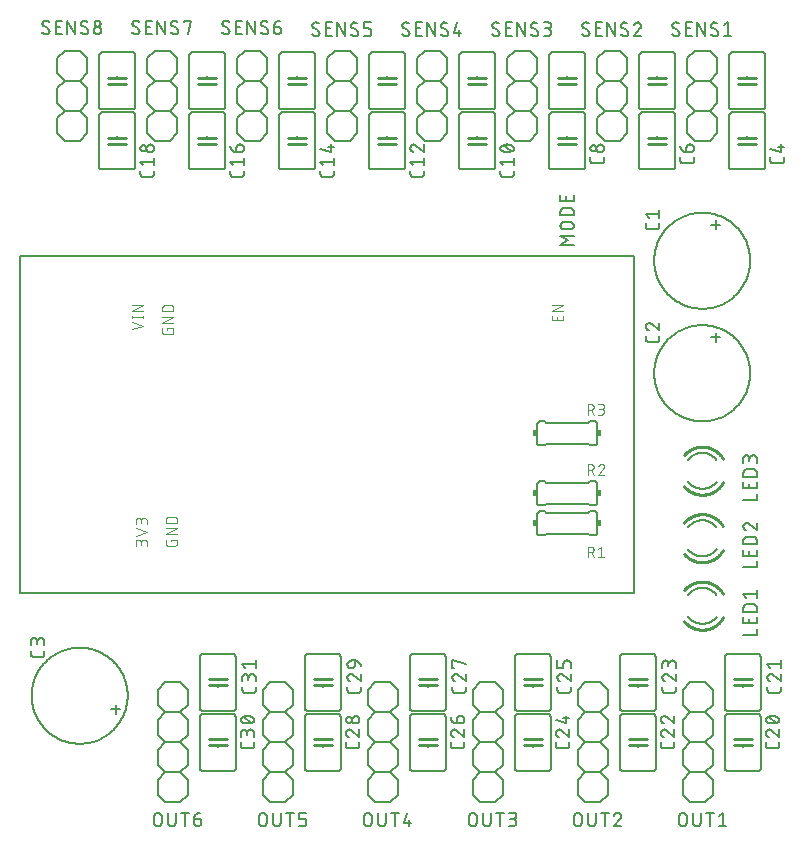
<source format=gbr>
G04 EAGLE Gerber RS-274X export*
G75*
%MOMM*%
%FSLAX34Y34*%
%LPD*%
%INSilkscreen Top*%
%IPPOS*%
%AMOC8*
5,1,8,0,0,1.08239X$1,22.5*%
G01*
%ADD10C,0.152400*%
%ADD11C,0.127000*%
%ADD12C,0.254000*%
%ADD13C,0.076200*%
%ADD14R,0.381000X0.508000*%
%ADD15C,0.101600*%


D10*
X608330Y593090D02*
X608330Y585470D01*
X604520Y589280D02*
X612140Y589280D01*
X556260Y558800D02*
X556272Y559797D01*
X556309Y560794D01*
X556370Y561790D01*
X556456Y562783D01*
X556566Y563775D01*
X556700Y564763D01*
X556858Y565748D01*
X557041Y566728D01*
X557247Y567704D01*
X557478Y568675D01*
X557732Y569639D01*
X558010Y570597D01*
X558311Y571548D01*
X558636Y572491D01*
X558983Y573426D01*
X559354Y574352D01*
X559747Y575269D01*
X560162Y576176D01*
X560599Y577072D01*
X561059Y577958D01*
X561540Y578831D01*
X562042Y579693D01*
X562565Y580542D01*
X563109Y581378D01*
X563673Y582201D01*
X564258Y583009D01*
X564862Y583803D01*
X565485Y584582D01*
X566127Y585345D01*
X566788Y586092D01*
X567467Y586823D01*
X568163Y587537D01*
X568877Y588233D01*
X569608Y588912D01*
X570355Y589573D01*
X571118Y590215D01*
X571897Y590838D01*
X572691Y591442D01*
X573499Y592027D01*
X574322Y592591D01*
X575158Y593135D01*
X576007Y593658D01*
X576869Y594160D01*
X577742Y594641D01*
X578628Y595101D01*
X579524Y595538D01*
X580431Y595953D01*
X581348Y596346D01*
X582274Y596717D01*
X583209Y597064D01*
X584152Y597389D01*
X585103Y597690D01*
X586061Y597968D01*
X587025Y598222D01*
X587996Y598453D01*
X588972Y598659D01*
X589952Y598842D01*
X590937Y599000D01*
X591925Y599134D01*
X592917Y599244D01*
X593910Y599330D01*
X594906Y599391D01*
X595903Y599428D01*
X596900Y599440D01*
X597897Y599428D01*
X598894Y599391D01*
X599890Y599330D01*
X600883Y599244D01*
X601875Y599134D01*
X602863Y599000D01*
X603848Y598842D01*
X604828Y598659D01*
X605804Y598453D01*
X606775Y598222D01*
X607739Y597968D01*
X608697Y597690D01*
X609648Y597389D01*
X610591Y597064D01*
X611526Y596717D01*
X612452Y596346D01*
X613369Y595953D01*
X614276Y595538D01*
X615172Y595101D01*
X616058Y594641D01*
X616931Y594160D01*
X617793Y593658D01*
X618642Y593135D01*
X619478Y592591D01*
X620301Y592027D01*
X621109Y591442D01*
X621903Y590838D01*
X622682Y590215D01*
X623445Y589573D01*
X624192Y588912D01*
X624923Y588233D01*
X625637Y587537D01*
X626333Y586823D01*
X627012Y586092D01*
X627673Y585345D01*
X628315Y584582D01*
X628938Y583803D01*
X629542Y583009D01*
X630127Y582201D01*
X630691Y581378D01*
X631235Y580542D01*
X631758Y579693D01*
X632260Y578831D01*
X632741Y577958D01*
X633201Y577072D01*
X633638Y576176D01*
X634053Y575269D01*
X634446Y574352D01*
X634817Y573426D01*
X635164Y572491D01*
X635489Y571548D01*
X635790Y570597D01*
X636068Y569639D01*
X636322Y568675D01*
X636553Y567704D01*
X636759Y566728D01*
X636942Y565748D01*
X637100Y564763D01*
X637234Y563775D01*
X637344Y562783D01*
X637430Y561790D01*
X637491Y560794D01*
X637528Y559797D01*
X637540Y558800D01*
X637528Y557803D01*
X637491Y556806D01*
X637430Y555810D01*
X637344Y554817D01*
X637234Y553825D01*
X637100Y552837D01*
X636942Y551852D01*
X636759Y550872D01*
X636553Y549896D01*
X636322Y548925D01*
X636068Y547961D01*
X635790Y547003D01*
X635489Y546052D01*
X635164Y545109D01*
X634817Y544174D01*
X634446Y543248D01*
X634053Y542331D01*
X633638Y541424D01*
X633201Y540528D01*
X632741Y539642D01*
X632260Y538769D01*
X631758Y537907D01*
X631235Y537058D01*
X630691Y536222D01*
X630127Y535399D01*
X629542Y534591D01*
X628938Y533797D01*
X628315Y533018D01*
X627673Y532255D01*
X627012Y531508D01*
X626333Y530777D01*
X625637Y530063D01*
X624923Y529367D01*
X624192Y528688D01*
X623445Y528027D01*
X622682Y527385D01*
X621903Y526762D01*
X621109Y526158D01*
X620301Y525573D01*
X619478Y525009D01*
X618642Y524465D01*
X617793Y523942D01*
X616931Y523440D01*
X616058Y522959D01*
X615172Y522499D01*
X614276Y522062D01*
X613369Y521647D01*
X612452Y521254D01*
X611526Y520883D01*
X610591Y520536D01*
X609648Y520211D01*
X608697Y519910D01*
X607739Y519632D01*
X606775Y519378D01*
X605804Y519147D01*
X604828Y518941D01*
X603848Y518758D01*
X602863Y518600D01*
X601875Y518466D01*
X600883Y518356D01*
X599890Y518270D01*
X598894Y518209D01*
X597897Y518172D01*
X596900Y518160D01*
X595903Y518172D01*
X594906Y518209D01*
X593910Y518270D01*
X592917Y518356D01*
X591925Y518466D01*
X590937Y518600D01*
X589952Y518758D01*
X588972Y518941D01*
X587996Y519147D01*
X587025Y519378D01*
X586061Y519632D01*
X585103Y519910D01*
X584152Y520211D01*
X583209Y520536D01*
X582274Y520883D01*
X581348Y521254D01*
X580431Y521647D01*
X579524Y522062D01*
X578628Y522499D01*
X577742Y522959D01*
X576869Y523440D01*
X576007Y523942D01*
X575158Y524465D01*
X574322Y525009D01*
X573499Y525573D01*
X572691Y526158D01*
X571897Y526762D01*
X571118Y527385D01*
X570355Y528027D01*
X569608Y528688D01*
X568877Y529367D01*
X568163Y530063D01*
X567467Y530777D01*
X566788Y531508D01*
X566127Y532255D01*
X565485Y533018D01*
X564862Y533797D01*
X564258Y534591D01*
X563673Y535399D01*
X563109Y536222D01*
X562565Y537058D01*
X562042Y537907D01*
X561540Y538769D01*
X561059Y539642D01*
X560599Y540528D01*
X560162Y541424D01*
X559747Y542331D01*
X559354Y543248D01*
X558983Y544174D01*
X558636Y545109D01*
X558311Y546052D01*
X558010Y547003D01*
X557732Y547961D01*
X557478Y548925D01*
X557247Y549896D01*
X557041Y550872D01*
X556858Y551852D01*
X556700Y552837D01*
X556566Y553825D01*
X556456Y554817D01*
X556370Y555810D01*
X556309Y556806D01*
X556272Y557803D01*
X556260Y558800D01*
D11*
X560705Y587973D02*
X560705Y590513D01*
X560705Y587973D02*
X560703Y587873D01*
X560697Y587774D01*
X560687Y587674D01*
X560674Y587576D01*
X560656Y587477D01*
X560635Y587380D01*
X560610Y587284D01*
X560581Y587188D01*
X560548Y587094D01*
X560512Y587001D01*
X560472Y586910D01*
X560428Y586820D01*
X560381Y586732D01*
X560331Y586646D01*
X560277Y586562D01*
X560220Y586480D01*
X560160Y586401D01*
X560096Y586323D01*
X560030Y586249D01*
X559961Y586177D01*
X559889Y586108D01*
X559815Y586042D01*
X559737Y585978D01*
X559658Y585918D01*
X559576Y585861D01*
X559492Y585807D01*
X559406Y585757D01*
X559318Y585710D01*
X559228Y585666D01*
X559137Y585626D01*
X559044Y585590D01*
X558950Y585557D01*
X558854Y585528D01*
X558758Y585503D01*
X558661Y585482D01*
X558562Y585464D01*
X558464Y585451D01*
X558364Y585441D01*
X558265Y585435D01*
X558165Y585433D01*
X551815Y585433D01*
X551715Y585435D01*
X551616Y585441D01*
X551516Y585451D01*
X551418Y585464D01*
X551319Y585482D01*
X551222Y585503D01*
X551126Y585528D01*
X551030Y585557D01*
X550936Y585590D01*
X550843Y585626D01*
X550752Y585666D01*
X550662Y585710D01*
X550574Y585757D01*
X550488Y585807D01*
X550404Y585861D01*
X550322Y585918D01*
X550243Y585978D01*
X550165Y586042D01*
X550091Y586108D01*
X550019Y586177D01*
X549950Y586249D01*
X549884Y586323D01*
X549820Y586401D01*
X549760Y586480D01*
X549703Y586562D01*
X549649Y586646D01*
X549599Y586732D01*
X549552Y586820D01*
X549508Y586910D01*
X549468Y587001D01*
X549432Y587094D01*
X549399Y587188D01*
X549370Y587284D01*
X549345Y587380D01*
X549324Y587477D01*
X549306Y587576D01*
X549293Y587674D01*
X549283Y587774D01*
X549277Y587873D01*
X549275Y587973D01*
X549275Y590513D01*
X551815Y594995D02*
X549275Y598170D01*
X560705Y598170D01*
X560705Y594995D02*
X560705Y601345D01*
D10*
X421640Y638810D02*
X421640Y681990D01*
X391160Y681990D02*
X391160Y638810D01*
X393700Y636270D02*
X419100Y636270D01*
X419100Y684530D02*
X393700Y684530D01*
X421640Y638810D02*
X421638Y638710D01*
X421632Y638611D01*
X421622Y638511D01*
X421609Y638413D01*
X421591Y638314D01*
X421570Y638217D01*
X421545Y638121D01*
X421516Y638025D01*
X421483Y637931D01*
X421447Y637838D01*
X421407Y637747D01*
X421363Y637657D01*
X421316Y637569D01*
X421266Y637483D01*
X421212Y637399D01*
X421155Y637317D01*
X421095Y637238D01*
X421031Y637160D01*
X420965Y637086D01*
X420896Y637014D01*
X420824Y636945D01*
X420750Y636879D01*
X420672Y636815D01*
X420593Y636755D01*
X420511Y636698D01*
X420427Y636644D01*
X420341Y636594D01*
X420253Y636547D01*
X420163Y636503D01*
X420072Y636463D01*
X419979Y636427D01*
X419885Y636394D01*
X419789Y636365D01*
X419693Y636340D01*
X419596Y636319D01*
X419497Y636301D01*
X419399Y636288D01*
X419299Y636278D01*
X419200Y636272D01*
X419100Y636270D01*
X421640Y681990D02*
X421638Y682090D01*
X421632Y682189D01*
X421622Y682289D01*
X421609Y682387D01*
X421591Y682486D01*
X421570Y682583D01*
X421545Y682679D01*
X421516Y682775D01*
X421483Y682869D01*
X421447Y682962D01*
X421407Y683053D01*
X421363Y683143D01*
X421316Y683231D01*
X421266Y683317D01*
X421212Y683401D01*
X421155Y683483D01*
X421095Y683562D01*
X421031Y683640D01*
X420965Y683714D01*
X420896Y683786D01*
X420824Y683855D01*
X420750Y683921D01*
X420672Y683985D01*
X420593Y684045D01*
X420511Y684102D01*
X420427Y684156D01*
X420341Y684206D01*
X420253Y684253D01*
X420163Y684297D01*
X420072Y684337D01*
X419979Y684373D01*
X419885Y684406D01*
X419789Y684435D01*
X419693Y684460D01*
X419596Y684481D01*
X419497Y684499D01*
X419399Y684512D01*
X419299Y684522D01*
X419200Y684528D01*
X419100Y684530D01*
X391160Y638810D02*
X391162Y638710D01*
X391168Y638611D01*
X391178Y638511D01*
X391191Y638413D01*
X391209Y638314D01*
X391230Y638217D01*
X391255Y638121D01*
X391284Y638025D01*
X391317Y637931D01*
X391353Y637838D01*
X391393Y637747D01*
X391437Y637657D01*
X391484Y637569D01*
X391534Y637483D01*
X391588Y637399D01*
X391645Y637317D01*
X391705Y637238D01*
X391769Y637160D01*
X391835Y637086D01*
X391904Y637014D01*
X391976Y636945D01*
X392050Y636879D01*
X392128Y636815D01*
X392207Y636755D01*
X392289Y636698D01*
X392373Y636644D01*
X392459Y636594D01*
X392547Y636547D01*
X392637Y636503D01*
X392728Y636463D01*
X392821Y636427D01*
X392915Y636394D01*
X393011Y636365D01*
X393107Y636340D01*
X393204Y636319D01*
X393303Y636301D01*
X393401Y636288D01*
X393501Y636278D01*
X393600Y636272D01*
X393700Y636270D01*
X391160Y681990D02*
X391162Y682090D01*
X391168Y682189D01*
X391178Y682289D01*
X391191Y682387D01*
X391209Y682486D01*
X391230Y682583D01*
X391255Y682679D01*
X391284Y682775D01*
X391317Y682869D01*
X391353Y682962D01*
X391393Y683053D01*
X391437Y683143D01*
X391484Y683231D01*
X391534Y683317D01*
X391588Y683401D01*
X391645Y683483D01*
X391705Y683562D01*
X391769Y683640D01*
X391835Y683714D01*
X391904Y683786D01*
X391976Y683855D01*
X392050Y683921D01*
X392128Y683985D01*
X392207Y684045D01*
X392289Y684102D01*
X392373Y684156D01*
X392459Y684206D01*
X392547Y684253D01*
X392637Y684297D01*
X392728Y684337D01*
X392821Y684373D01*
X392915Y684406D01*
X393011Y684435D01*
X393107Y684460D01*
X393204Y684481D01*
X393303Y684499D01*
X393401Y684512D01*
X393501Y684522D01*
X393600Y684528D01*
X393700Y684530D01*
X406400Y657860D02*
X406400Y656590D01*
D12*
X406400Y657860D02*
X414020Y657860D01*
X406400Y657860D02*
X398780Y657860D01*
X406400Y662940D02*
X414020Y662940D01*
X406400Y662940D02*
X398780Y662940D01*
D10*
X406400Y662940D02*
X406400Y664210D01*
D11*
X437515Y634963D02*
X437515Y632423D01*
X437513Y632323D01*
X437507Y632224D01*
X437497Y632124D01*
X437484Y632026D01*
X437466Y631927D01*
X437445Y631830D01*
X437420Y631734D01*
X437391Y631638D01*
X437358Y631544D01*
X437322Y631451D01*
X437282Y631360D01*
X437238Y631270D01*
X437191Y631182D01*
X437141Y631096D01*
X437087Y631012D01*
X437030Y630930D01*
X436970Y630851D01*
X436906Y630773D01*
X436840Y630699D01*
X436771Y630627D01*
X436699Y630558D01*
X436625Y630492D01*
X436547Y630428D01*
X436468Y630368D01*
X436386Y630311D01*
X436302Y630257D01*
X436216Y630207D01*
X436128Y630160D01*
X436038Y630116D01*
X435947Y630076D01*
X435854Y630040D01*
X435760Y630007D01*
X435664Y629978D01*
X435568Y629953D01*
X435471Y629932D01*
X435372Y629914D01*
X435274Y629901D01*
X435174Y629891D01*
X435075Y629885D01*
X434975Y629883D01*
X428625Y629883D01*
X428525Y629885D01*
X428426Y629891D01*
X428326Y629901D01*
X428228Y629914D01*
X428129Y629932D01*
X428032Y629953D01*
X427936Y629978D01*
X427840Y630007D01*
X427746Y630040D01*
X427653Y630076D01*
X427562Y630116D01*
X427472Y630160D01*
X427384Y630207D01*
X427298Y630257D01*
X427214Y630311D01*
X427132Y630368D01*
X427053Y630428D01*
X426975Y630492D01*
X426901Y630558D01*
X426829Y630627D01*
X426760Y630699D01*
X426694Y630773D01*
X426630Y630851D01*
X426570Y630930D01*
X426513Y631012D01*
X426459Y631096D01*
X426409Y631182D01*
X426362Y631270D01*
X426318Y631360D01*
X426278Y631451D01*
X426242Y631544D01*
X426209Y631638D01*
X426180Y631734D01*
X426155Y631830D01*
X426134Y631927D01*
X426116Y632026D01*
X426103Y632124D01*
X426093Y632224D01*
X426087Y632323D01*
X426085Y632423D01*
X426085Y634963D01*
X428625Y639445D02*
X426085Y642620D01*
X437515Y642620D01*
X437515Y639445D02*
X437515Y645795D01*
X431800Y650875D02*
X431575Y650878D01*
X431350Y650886D01*
X431126Y650899D01*
X430902Y650918D01*
X430678Y650942D01*
X430455Y650971D01*
X430233Y651006D01*
X430012Y651046D01*
X429792Y651092D01*
X429573Y651142D01*
X429355Y651198D01*
X429138Y651259D01*
X428923Y651325D01*
X428710Y651396D01*
X428499Y651473D01*
X428289Y651554D01*
X428081Y651640D01*
X427876Y651731D01*
X427673Y651827D01*
X427585Y651859D01*
X427498Y651895D01*
X427412Y651934D01*
X427328Y651977D01*
X427246Y652023D01*
X427166Y652072D01*
X427088Y652124D01*
X427012Y652180D01*
X426938Y652238D01*
X426867Y652300D01*
X426798Y652364D01*
X426732Y652431D01*
X426669Y652500D01*
X426608Y652572D01*
X426550Y652646D01*
X426496Y652723D01*
X426444Y652801D01*
X426396Y652882D01*
X426351Y652964D01*
X426309Y653049D01*
X426271Y653135D01*
X426236Y653222D01*
X426204Y653310D01*
X426177Y653400D01*
X426152Y653491D01*
X426132Y653583D01*
X426115Y653675D01*
X426102Y653769D01*
X426093Y653862D01*
X426087Y653956D01*
X426085Y654050D01*
X426087Y654144D01*
X426093Y654238D01*
X426102Y654331D01*
X426115Y654425D01*
X426132Y654517D01*
X426152Y654609D01*
X426177Y654700D01*
X426204Y654790D01*
X426236Y654878D01*
X426271Y654965D01*
X426309Y655051D01*
X426351Y655136D01*
X426396Y655218D01*
X426444Y655299D01*
X426496Y655377D01*
X426550Y655454D01*
X426608Y655528D01*
X426669Y655600D01*
X426732Y655669D01*
X426798Y655736D01*
X426867Y655800D01*
X426938Y655862D01*
X427012Y655920D01*
X427088Y655976D01*
X427166Y656028D01*
X427246Y656077D01*
X427328Y656123D01*
X427412Y656166D01*
X427498Y656205D01*
X427585Y656241D01*
X427673Y656273D01*
X427876Y656369D01*
X428081Y656460D01*
X428289Y656546D01*
X428499Y656627D01*
X428710Y656704D01*
X428923Y656775D01*
X429138Y656841D01*
X429355Y656902D01*
X429573Y656958D01*
X429792Y657008D01*
X430012Y657054D01*
X430233Y657094D01*
X430455Y657129D01*
X430678Y657158D01*
X430902Y657182D01*
X431126Y657201D01*
X431350Y657214D01*
X431575Y657222D01*
X431800Y657225D01*
X431800Y650875D02*
X432025Y650878D01*
X432250Y650886D01*
X432474Y650899D01*
X432698Y650918D01*
X432922Y650942D01*
X433145Y650971D01*
X433367Y651006D01*
X433588Y651046D01*
X433808Y651092D01*
X434027Y651142D01*
X434245Y651198D01*
X434462Y651259D01*
X434677Y651325D01*
X434890Y651396D01*
X435101Y651473D01*
X435311Y651554D01*
X435519Y651640D01*
X435724Y651731D01*
X435927Y651827D01*
X435928Y651827D02*
X436016Y651859D01*
X436103Y651895D01*
X436189Y651934D01*
X436273Y651977D01*
X436355Y652023D01*
X436435Y652072D01*
X436513Y652124D01*
X436589Y652180D01*
X436663Y652238D01*
X436734Y652300D01*
X436803Y652364D01*
X436869Y652431D01*
X436932Y652500D01*
X436993Y652572D01*
X437051Y652646D01*
X437105Y652723D01*
X437157Y652801D01*
X437205Y652882D01*
X437250Y652964D01*
X437292Y653049D01*
X437330Y653135D01*
X437365Y653222D01*
X437397Y653310D01*
X437424Y653400D01*
X437449Y653491D01*
X437469Y653583D01*
X437486Y653675D01*
X437499Y653769D01*
X437508Y653862D01*
X437514Y653956D01*
X437516Y654050D01*
X435927Y656273D02*
X435724Y656369D01*
X435519Y656460D01*
X435311Y656546D01*
X435101Y656627D01*
X434890Y656704D01*
X434677Y656775D01*
X434462Y656841D01*
X434245Y656902D01*
X434027Y656958D01*
X433808Y657008D01*
X433588Y657054D01*
X433367Y657094D01*
X433145Y657129D01*
X432922Y657158D01*
X432698Y657182D01*
X432474Y657201D01*
X432250Y657214D01*
X432025Y657222D01*
X431800Y657225D01*
X435928Y656273D02*
X436016Y656241D01*
X436103Y656205D01*
X436189Y656166D01*
X436273Y656123D01*
X436355Y656077D01*
X436435Y656028D01*
X436513Y655976D01*
X436589Y655920D01*
X436663Y655862D01*
X436734Y655800D01*
X436803Y655736D01*
X436869Y655669D01*
X436932Y655600D01*
X436993Y655528D01*
X437051Y655454D01*
X437105Y655377D01*
X437157Y655299D01*
X437205Y655218D01*
X437250Y655136D01*
X437292Y655051D01*
X437330Y654965D01*
X437365Y654878D01*
X437397Y654790D01*
X437424Y654700D01*
X437449Y654609D01*
X437469Y654517D01*
X437486Y654425D01*
X437499Y654331D01*
X437508Y654238D01*
X437514Y654144D01*
X437516Y654050D01*
X434975Y651510D02*
X428625Y656590D01*
D10*
X391160Y689610D02*
X391160Y732790D01*
X421640Y732790D02*
X421640Y689610D01*
X419100Y735330D02*
X393700Y735330D01*
X393700Y687070D02*
X419100Y687070D01*
X391160Y732790D02*
X391162Y732890D01*
X391168Y732989D01*
X391178Y733089D01*
X391191Y733187D01*
X391209Y733286D01*
X391230Y733383D01*
X391255Y733479D01*
X391284Y733575D01*
X391317Y733669D01*
X391353Y733762D01*
X391393Y733853D01*
X391437Y733943D01*
X391484Y734031D01*
X391534Y734117D01*
X391588Y734201D01*
X391645Y734283D01*
X391705Y734362D01*
X391769Y734440D01*
X391835Y734514D01*
X391904Y734586D01*
X391976Y734655D01*
X392050Y734721D01*
X392128Y734785D01*
X392207Y734845D01*
X392289Y734902D01*
X392373Y734956D01*
X392459Y735006D01*
X392547Y735053D01*
X392637Y735097D01*
X392728Y735137D01*
X392821Y735173D01*
X392915Y735206D01*
X393011Y735235D01*
X393107Y735260D01*
X393204Y735281D01*
X393303Y735299D01*
X393401Y735312D01*
X393501Y735322D01*
X393600Y735328D01*
X393700Y735330D01*
X391160Y689610D02*
X391162Y689510D01*
X391168Y689411D01*
X391178Y689311D01*
X391191Y689213D01*
X391209Y689114D01*
X391230Y689017D01*
X391255Y688921D01*
X391284Y688825D01*
X391317Y688731D01*
X391353Y688638D01*
X391393Y688547D01*
X391437Y688457D01*
X391484Y688369D01*
X391534Y688283D01*
X391588Y688199D01*
X391645Y688117D01*
X391705Y688038D01*
X391769Y687960D01*
X391835Y687886D01*
X391904Y687814D01*
X391976Y687745D01*
X392050Y687679D01*
X392128Y687615D01*
X392207Y687555D01*
X392289Y687498D01*
X392373Y687444D01*
X392459Y687394D01*
X392547Y687347D01*
X392637Y687303D01*
X392728Y687263D01*
X392821Y687227D01*
X392915Y687194D01*
X393011Y687165D01*
X393107Y687140D01*
X393204Y687119D01*
X393303Y687101D01*
X393401Y687088D01*
X393501Y687078D01*
X393600Y687072D01*
X393700Y687070D01*
X421640Y732790D02*
X421638Y732890D01*
X421632Y732989D01*
X421622Y733089D01*
X421609Y733187D01*
X421591Y733286D01*
X421570Y733383D01*
X421545Y733479D01*
X421516Y733575D01*
X421483Y733669D01*
X421447Y733762D01*
X421407Y733853D01*
X421363Y733943D01*
X421316Y734031D01*
X421266Y734117D01*
X421212Y734201D01*
X421155Y734283D01*
X421095Y734362D01*
X421031Y734440D01*
X420965Y734514D01*
X420896Y734586D01*
X420824Y734655D01*
X420750Y734721D01*
X420672Y734785D01*
X420593Y734845D01*
X420511Y734902D01*
X420427Y734956D01*
X420341Y735006D01*
X420253Y735053D01*
X420163Y735097D01*
X420072Y735137D01*
X419979Y735173D01*
X419885Y735206D01*
X419789Y735235D01*
X419693Y735260D01*
X419596Y735281D01*
X419497Y735299D01*
X419399Y735312D01*
X419299Y735322D01*
X419200Y735328D01*
X419100Y735330D01*
X421640Y689610D02*
X421638Y689510D01*
X421632Y689411D01*
X421622Y689311D01*
X421609Y689213D01*
X421591Y689114D01*
X421570Y689017D01*
X421545Y688921D01*
X421516Y688825D01*
X421483Y688731D01*
X421447Y688638D01*
X421407Y688547D01*
X421363Y688457D01*
X421316Y688369D01*
X421266Y688283D01*
X421212Y688199D01*
X421155Y688117D01*
X421095Y688038D01*
X421031Y687960D01*
X420965Y687886D01*
X420896Y687814D01*
X420824Y687745D01*
X420750Y687679D01*
X420672Y687615D01*
X420593Y687555D01*
X420511Y687498D01*
X420427Y687444D01*
X420341Y687394D01*
X420253Y687347D01*
X420163Y687303D01*
X420072Y687263D01*
X419979Y687227D01*
X419885Y687194D01*
X419789Y687165D01*
X419693Y687140D01*
X419596Y687119D01*
X419497Y687101D01*
X419399Y687088D01*
X419299Y687078D01*
X419200Y687072D01*
X419100Y687070D01*
X406400Y713740D02*
X406400Y715010D01*
D12*
X406400Y713740D02*
X398780Y713740D01*
X406400Y713740D02*
X414020Y713740D01*
X406400Y708660D02*
X398780Y708660D01*
X406400Y708660D02*
X414020Y708660D01*
D10*
X406400Y708660D02*
X406400Y707390D01*
X345440Y681990D02*
X345440Y638810D01*
X314960Y638810D02*
X314960Y681990D01*
X317500Y636270D02*
X342900Y636270D01*
X342900Y684530D02*
X317500Y684530D01*
X345440Y638810D02*
X345438Y638710D01*
X345432Y638611D01*
X345422Y638511D01*
X345409Y638413D01*
X345391Y638314D01*
X345370Y638217D01*
X345345Y638121D01*
X345316Y638025D01*
X345283Y637931D01*
X345247Y637838D01*
X345207Y637747D01*
X345163Y637657D01*
X345116Y637569D01*
X345066Y637483D01*
X345012Y637399D01*
X344955Y637317D01*
X344895Y637238D01*
X344831Y637160D01*
X344765Y637086D01*
X344696Y637014D01*
X344624Y636945D01*
X344550Y636879D01*
X344472Y636815D01*
X344393Y636755D01*
X344311Y636698D01*
X344227Y636644D01*
X344141Y636594D01*
X344053Y636547D01*
X343963Y636503D01*
X343872Y636463D01*
X343779Y636427D01*
X343685Y636394D01*
X343589Y636365D01*
X343493Y636340D01*
X343396Y636319D01*
X343297Y636301D01*
X343199Y636288D01*
X343099Y636278D01*
X343000Y636272D01*
X342900Y636270D01*
X345440Y681990D02*
X345438Y682090D01*
X345432Y682189D01*
X345422Y682289D01*
X345409Y682387D01*
X345391Y682486D01*
X345370Y682583D01*
X345345Y682679D01*
X345316Y682775D01*
X345283Y682869D01*
X345247Y682962D01*
X345207Y683053D01*
X345163Y683143D01*
X345116Y683231D01*
X345066Y683317D01*
X345012Y683401D01*
X344955Y683483D01*
X344895Y683562D01*
X344831Y683640D01*
X344765Y683714D01*
X344696Y683786D01*
X344624Y683855D01*
X344550Y683921D01*
X344472Y683985D01*
X344393Y684045D01*
X344311Y684102D01*
X344227Y684156D01*
X344141Y684206D01*
X344053Y684253D01*
X343963Y684297D01*
X343872Y684337D01*
X343779Y684373D01*
X343685Y684406D01*
X343589Y684435D01*
X343493Y684460D01*
X343396Y684481D01*
X343297Y684499D01*
X343199Y684512D01*
X343099Y684522D01*
X343000Y684528D01*
X342900Y684530D01*
X314960Y638810D02*
X314962Y638710D01*
X314968Y638611D01*
X314978Y638511D01*
X314991Y638413D01*
X315009Y638314D01*
X315030Y638217D01*
X315055Y638121D01*
X315084Y638025D01*
X315117Y637931D01*
X315153Y637838D01*
X315193Y637747D01*
X315237Y637657D01*
X315284Y637569D01*
X315334Y637483D01*
X315388Y637399D01*
X315445Y637317D01*
X315505Y637238D01*
X315569Y637160D01*
X315635Y637086D01*
X315704Y637014D01*
X315776Y636945D01*
X315850Y636879D01*
X315928Y636815D01*
X316007Y636755D01*
X316089Y636698D01*
X316173Y636644D01*
X316259Y636594D01*
X316347Y636547D01*
X316437Y636503D01*
X316528Y636463D01*
X316621Y636427D01*
X316715Y636394D01*
X316811Y636365D01*
X316907Y636340D01*
X317004Y636319D01*
X317103Y636301D01*
X317201Y636288D01*
X317301Y636278D01*
X317400Y636272D01*
X317500Y636270D01*
X314960Y681990D02*
X314962Y682090D01*
X314968Y682189D01*
X314978Y682289D01*
X314991Y682387D01*
X315009Y682486D01*
X315030Y682583D01*
X315055Y682679D01*
X315084Y682775D01*
X315117Y682869D01*
X315153Y682962D01*
X315193Y683053D01*
X315237Y683143D01*
X315284Y683231D01*
X315334Y683317D01*
X315388Y683401D01*
X315445Y683483D01*
X315505Y683562D01*
X315569Y683640D01*
X315635Y683714D01*
X315704Y683786D01*
X315776Y683855D01*
X315850Y683921D01*
X315928Y683985D01*
X316007Y684045D01*
X316089Y684102D01*
X316173Y684156D01*
X316259Y684206D01*
X316347Y684253D01*
X316437Y684297D01*
X316528Y684337D01*
X316621Y684373D01*
X316715Y684406D01*
X316811Y684435D01*
X316907Y684460D01*
X317004Y684481D01*
X317103Y684499D01*
X317201Y684512D01*
X317301Y684522D01*
X317400Y684528D01*
X317500Y684530D01*
X330200Y657860D02*
X330200Y656590D01*
D12*
X330200Y657860D02*
X337820Y657860D01*
X330200Y657860D02*
X322580Y657860D01*
X330200Y662940D02*
X337820Y662940D01*
X330200Y662940D02*
X322580Y662940D01*
D10*
X330200Y662940D02*
X330200Y664210D01*
D11*
X361315Y634963D02*
X361315Y632423D01*
X361313Y632323D01*
X361307Y632224D01*
X361297Y632124D01*
X361284Y632026D01*
X361266Y631927D01*
X361245Y631830D01*
X361220Y631734D01*
X361191Y631638D01*
X361158Y631544D01*
X361122Y631451D01*
X361082Y631360D01*
X361038Y631270D01*
X360991Y631182D01*
X360941Y631096D01*
X360887Y631012D01*
X360830Y630930D01*
X360770Y630851D01*
X360706Y630773D01*
X360640Y630699D01*
X360571Y630627D01*
X360499Y630558D01*
X360425Y630492D01*
X360347Y630428D01*
X360268Y630368D01*
X360186Y630311D01*
X360102Y630257D01*
X360016Y630207D01*
X359928Y630160D01*
X359838Y630116D01*
X359747Y630076D01*
X359654Y630040D01*
X359560Y630007D01*
X359464Y629978D01*
X359368Y629953D01*
X359271Y629932D01*
X359172Y629914D01*
X359074Y629901D01*
X358974Y629891D01*
X358875Y629885D01*
X358775Y629883D01*
X352425Y629883D01*
X352325Y629885D01*
X352226Y629891D01*
X352126Y629901D01*
X352028Y629914D01*
X351929Y629932D01*
X351832Y629953D01*
X351736Y629978D01*
X351640Y630007D01*
X351546Y630040D01*
X351453Y630076D01*
X351362Y630116D01*
X351272Y630160D01*
X351184Y630207D01*
X351098Y630257D01*
X351014Y630311D01*
X350932Y630368D01*
X350853Y630428D01*
X350775Y630492D01*
X350701Y630558D01*
X350629Y630627D01*
X350560Y630699D01*
X350494Y630773D01*
X350430Y630851D01*
X350370Y630930D01*
X350313Y631012D01*
X350259Y631096D01*
X350209Y631182D01*
X350162Y631270D01*
X350118Y631360D01*
X350078Y631451D01*
X350042Y631544D01*
X350009Y631638D01*
X349980Y631734D01*
X349955Y631830D01*
X349934Y631927D01*
X349916Y632026D01*
X349903Y632124D01*
X349893Y632224D01*
X349887Y632323D01*
X349885Y632423D01*
X349885Y634963D01*
X352425Y639445D02*
X349885Y642620D01*
X361315Y642620D01*
X361315Y639445D02*
X361315Y645795D01*
X349885Y654368D02*
X349887Y654472D01*
X349893Y654577D01*
X349902Y654681D01*
X349915Y654784D01*
X349933Y654887D01*
X349953Y654989D01*
X349978Y655091D01*
X350006Y655191D01*
X350038Y655291D01*
X350074Y655389D01*
X350113Y655486D01*
X350155Y655581D01*
X350201Y655675D01*
X350251Y655767D01*
X350303Y655857D01*
X350359Y655945D01*
X350419Y656031D01*
X350481Y656115D01*
X350546Y656196D01*
X350614Y656275D01*
X350686Y656352D01*
X350759Y656425D01*
X350836Y656497D01*
X350915Y656565D01*
X350996Y656630D01*
X351080Y656692D01*
X351166Y656752D01*
X351254Y656808D01*
X351344Y656860D01*
X351436Y656910D01*
X351530Y656956D01*
X351625Y656998D01*
X351722Y657037D01*
X351820Y657073D01*
X351920Y657105D01*
X352020Y657133D01*
X352122Y657158D01*
X352224Y657178D01*
X352327Y657196D01*
X352430Y657209D01*
X352534Y657218D01*
X352639Y657224D01*
X352743Y657226D01*
X349885Y654368D02*
X349887Y654250D01*
X349893Y654131D01*
X349902Y654013D01*
X349915Y653896D01*
X349933Y653779D01*
X349953Y653662D01*
X349978Y653546D01*
X350006Y653431D01*
X350039Y653318D01*
X350074Y653205D01*
X350114Y653093D01*
X350156Y652983D01*
X350203Y652874D01*
X350253Y652766D01*
X350306Y652661D01*
X350363Y652557D01*
X350423Y652455D01*
X350486Y652355D01*
X350553Y652257D01*
X350622Y652161D01*
X350695Y652068D01*
X350771Y651977D01*
X350849Y651888D01*
X350931Y651802D01*
X351015Y651719D01*
X351101Y651638D01*
X351191Y651561D01*
X351282Y651486D01*
X351376Y651414D01*
X351473Y651345D01*
X351571Y651280D01*
X351672Y651217D01*
X351775Y651158D01*
X351879Y651102D01*
X351985Y651050D01*
X352093Y651001D01*
X352202Y650956D01*
X352313Y650914D01*
X352425Y650876D01*
X354965Y656273D02*
X354890Y656349D01*
X354811Y656424D01*
X354730Y656495D01*
X354646Y656564D01*
X354560Y656629D01*
X354472Y656691D01*
X354382Y656751D01*
X354290Y656807D01*
X354195Y656860D01*
X354099Y656909D01*
X354001Y656955D01*
X353902Y656998D01*
X353801Y657037D01*
X353699Y657072D01*
X353596Y657104D01*
X353492Y657132D01*
X353387Y657157D01*
X353280Y657178D01*
X353174Y657195D01*
X353067Y657208D01*
X352959Y657217D01*
X352851Y657223D01*
X352743Y657225D01*
X354965Y656273D02*
X361315Y650875D01*
X361315Y657225D01*
D10*
X314960Y689610D02*
X314960Y732790D01*
X345440Y732790D02*
X345440Y689610D01*
X342900Y735330D02*
X317500Y735330D01*
X317500Y687070D02*
X342900Y687070D01*
X314960Y732790D02*
X314962Y732890D01*
X314968Y732989D01*
X314978Y733089D01*
X314991Y733187D01*
X315009Y733286D01*
X315030Y733383D01*
X315055Y733479D01*
X315084Y733575D01*
X315117Y733669D01*
X315153Y733762D01*
X315193Y733853D01*
X315237Y733943D01*
X315284Y734031D01*
X315334Y734117D01*
X315388Y734201D01*
X315445Y734283D01*
X315505Y734362D01*
X315569Y734440D01*
X315635Y734514D01*
X315704Y734586D01*
X315776Y734655D01*
X315850Y734721D01*
X315928Y734785D01*
X316007Y734845D01*
X316089Y734902D01*
X316173Y734956D01*
X316259Y735006D01*
X316347Y735053D01*
X316437Y735097D01*
X316528Y735137D01*
X316621Y735173D01*
X316715Y735206D01*
X316811Y735235D01*
X316907Y735260D01*
X317004Y735281D01*
X317103Y735299D01*
X317201Y735312D01*
X317301Y735322D01*
X317400Y735328D01*
X317500Y735330D01*
X314960Y689610D02*
X314962Y689510D01*
X314968Y689411D01*
X314978Y689311D01*
X314991Y689213D01*
X315009Y689114D01*
X315030Y689017D01*
X315055Y688921D01*
X315084Y688825D01*
X315117Y688731D01*
X315153Y688638D01*
X315193Y688547D01*
X315237Y688457D01*
X315284Y688369D01*
X315334Y688283D01*
X315388Y688199D01*
X315445Y688117D01*
X315505Y688038D01*
X315569Y687960D01*
X315635Y687886D01*
X315704Y687814D01*
X315776Y687745D01*
X315850Y687679D01*
X315928Y687615D01*
X316007Y687555D01*
X316089Y687498D01*
X316173Y687444D01*
X316259Y687394D01*
X316347Y687347D01*
X316437Y687303D01*
X316528Y687263D01*
X316621Y687227D01*
X316715Y687194D01*
X316811Y687165D01*
X316907Y687140D01*
X317004Y687119D01*
X317103Y687101D01*
X317201Y687088D01*
X317301Y687078D01*
X317400Y687072D01*
X317500Y687070D01*
X345440Y732790D02*
X345438Y732890D01*
X345432Y732989D01*
X345422Y733089D01*
X345409Y733187D01*
X345391Y733286D01*
X345370Y733383D01*
X345345Y733479D01*
X345316Y733575D01*
X345283Y733669D01*
X345247Y733762D01*
X345207Y733853D01*
X345163Y733943D01*
X345116Y734031D01*
X345066Y734117D01*
X345012Y734201D01*
X344955Y734283D01*
X344895Y734362D01*
X344831Y734440D01*
X344765Y734514D01*
X344696Y734586D01*
X344624Y734655D01*
X344550Y734721D01*
X344472Y734785D01*
X344393Y734845D01*
X344311Y734902D01*
X344227Y734956D01*
X344141Y735006D01*
X344053Y735053D01*
X343963Y735097D01*
X343872Y735137D01*
X343779Y735173D01*
X343685Y735206D01*
X343589Y735235D01*
X343493Y735260D01*
X343396Y735281D01*
X343297Y735299D01*
X343199Y735312D01*
X343099Y735322D01*
X343000Y735328D01*
X342900Y735330D01*
X345440Y689610D02*
X345438Y689510D01*
X345432Y689411D01*
X345422Y689311D01*
X345409Y689213D01*
X345391Y689114D01*
X345370Y689017D01*
X345345Y688921D01*
X345316Y688825D01*
X345283Y688731D01*
X345247Y688638D01*
X345207Y688547D01*
X345163Y688457D01*
X345116Y688369D01*
X345066Y688283D01*
X345012Y688199D01*
X344955Y688117D01*
X344895Y688038D01*
X344831Y687960D01*
X344765Y687886D01*
X344696Y687814D01*
X344624Y687745D01*
X344550Y687679D01*
X344472Y687615D01*
X344393Y687555D01*
X344311Y687498D01*
X344227Y687444D01*
X344141Y687394D01*
X344053Y687347D01*
X343963Y687303D01*
X343872Y687263D01*
X343779Y687227D01*
X343685Y687194D01*
X343589Y687165D01*
X343493Y687140D01*
X343396Y687119D01*
X343297Y687101D01*
X343199Y687088D01*
X343099Y687078D01*
X343000Y687072D01*
X342900Y687070D01*
X330200Y713740D02*
X330200Y715010D01*
D12*
X330200Y713740D02*
X322580Y713740D01*
X330200Y713740D02*
X337820Y713740D01*
X330200Y708660D02*
X322580Y708660D01*
X330200Y708660D02*
X337820Y708660D01*
D10*
X330200Y708660D02*
X330200Y707390D01*
X269240Y681990D02*
X269240Y638810D01*
X238760Y638810D02*
X238760Y681990D01*
X241300Y636270D02*
X266700Y636270D01*
X266700Y684530D02*
X241300Y684530D01*
X269240Y638810D02*
X269238Y638710D01*
X269232Y638611D01*
X269222Y638511D01*
X269209Y638413D01*
X269191Y638314D01*
X269170Y638217D01*
X269145Y638121D01*
X269116Y638025D01*
X269083Y637931D01*
X269047Y637838D01*
X269007Y637747D01*
X268963Y637657D01*
X268916Y637569D01*
X268866Y637483D01*
X268812Y637399D01*
X268755Y637317D01*
X268695Y637238D01*
X268631Y637160D01*
X268565Y637086D01*
X268496Y637014D01*
X268424Y636945D01*
X268350Y636879D01*
X268272Y636815D01*
X268193Y636755D01*
X268111Y636698D01*
X268027Y636644D01*
X267941Y636594D01*
X267853Y636547D01*
X267763Y636503D01*
X267672Y636463D01*
X267579Y636427D01*
X267485Y636394D01*
X267389Y636365D01*
X267293Y636340D01*
X267196Y636319D01*
X267097Y636301D01*
X266999Y636288D01*
X266899Y636278D01*
X266800Y636272D01*
X266700Y636270D01*
X269240Y681990D02*
X269238Y682090D01*
X269232Y682189D01*
X269222Y682289D01*
X269209Y682387D01*
X269191Y682486D01*
X269170Y682583D01*
X269145Y682679D01*
X269116Y682775D01*
X269083Y682869D01*
X269047Y682962D01*
X269007Y683053D01*
X268963Y683143D01*
X268916Y683231D01*
X268866Y683317D01*
X268812Y683401D01*
X268755Y683483D01*
X268695Y683562D01*
X268631Y683640D01*
X268565Y683714D01*
X268496Y683786D01*
X268424Y683855D01*
X268350Y683921D01*
X268272Y683985D01*
X268193Y684045D01*
X268111Y684102D01*
X268027Y684156D01*
X267941Y684206D01*
X267853Y684253D01*
X267763Y684297D01*
X267672Y684337D01*
X267579Y684373D01*
X267485Y684406D01*
X267389Y684435D01*
X267293Y684460D01*
X267196Y684481D01*
X267097Y684499D01*
X266999Y684512D01*
X266899Y684522D01*
X266800Y684528D01*
X266700Y684530D01*
X238760Y638810D02*
X238762Y638710D01*
X238768Y638611D01*
X238778Y638511D01*
X238791Y638413D01*
X238809Y638314D01*
X238830Y638217D01*
X238855Y638121D01*
X238884Y638025D01*
X238917Y637931D01*
X238953Y637838D01*
X238993Y637747D01*
X239037Y637657D01*
X239084Y637569D01*
X239134Y637483D01*
X239188Y637399D01*
X239245Y637317D01*
X239305Y637238D01*
X239369Y637160D01*
X239435Y637086D01*
X239504Y637014D01*
X239576Y636945D01*
X239650Y636879D01*
X239728Y636815D01*
X239807Y636755D01*
X239889Y636698D01*
X239973Y636644D01*
X240059Y636594D01*
X240147Y636547D01*
X240237Y636503D01*
X240328Y636463D01*
X240421Y636427D01*
X240515Y636394D01*
X240611Y636365D01*
X240707Y636340D01*
X240804Y636319D01*
X240903Y636301D01*
X241001Y636288D01*
X241101Y636278D01*
X241200Y636272D01*
X241300Y636270D01*
X238760Y681990D02*
X238762Y682090D01*
X238768Y682189D01*
X238778Y682289D01*
X238791Y682387D01*
X238809Y682486D01*
X238830Y682583D01*
X238855Y682679D01*
X238884Y682775D01*
X238917Y682869D01*
X238953Y682962D01*
X238993Y683053D01*
X239037Y683143D01*
X239084Y683231D01*
X239134Y683317D01*
X239188Y683401D01*
X239245Y683483D01*
X239305Y683562D01*
X239369Y683640D01*
X239435Y683714D01*
X239504Y683786D01*
X239576Y683855D01*
X239650Y683921D01*
X239728Y683985D01*
X239807Y684045D01*
X239889Y684102D01*
X239973Y684156D01*
X240059Y684206D01*
X240147Y684253D01*
X240237Y684297D01*
X240328Y684337D01*
X240421Y684373D01*
X240515Y684406D01*
X240611Y684435D01*
X240707Y684460D01*
X240804Y684481D01*
X240903Y684499D01*
X241001Y684512D01*
X241101Y684522D01*
X241200Y684528D01*
X241300Y684530D01*
X254000Y657860D02*
X254000Y656590D01*
D12*
X254000Y657860D02*
X261620Y657860D01*
X254000Y657860D02*
X246380Y657860D01*
X254000Y662940D02*
X261620Y662940D01*
X254000Y662940D02*
X246380Y662940D01*
D10*
X254000Y662940D02*
X254000Y664210D01*
D11*
X285115Y634963D02*
X285115Y632423D01*
X285113Y632323D01*
X285107Y632224D01*
X285097Y632124D01*
X285084Y632026D01*
X285066Y631927D01*
X285045Y631830D01*
X285020Y631734D01*
X284991Y631638D01*
X284958Y631544D01*
X284922Y631451D01*
X284882Y631360D01*
X284838Y631270D01*
X284791Y631182D01*
X284741Y631096D01*
X284687Y631012D01*
X284630Y630930D01*
X284570Y630851D01*
X284506Y630773D01*
X284440Y630699D01*
X284371Y630627D01*
X284299Y630558D01*
X284225Y630492D01*
X284147Y630428D01*
X284068Y630368D01*
X283986Y630311D01*
X283902Y630257D01*
X283816Y630207D01*
X283728Y630160D01*
X283638Y630116D01*
X283547Y630076D01*
X283454Y630040D01*
X283360Y630007D01*
X283264Y629978D01*
X283168Y629953D01*
X283071Y629932D01*
X282972Y629914D01*
X282874Y629901D01*
X282774Y629891D01*
X282675Y629885D01*
X282575Y629883D01*
X276225Y629883D01*
X276125Y629885D01*
X276026Y629891D01*
X275926Y629901D01*
X275828Y629914D01*
X275729Y629932D01*
X275632Y629953D01*
X275536Y629978D01*
X275440Y630007D01*
X275346Y630040D01*
X275253Y630076D01*
X275162Y630116D01*
X275072Y630160D01*
X274984Y630207D01*
X274898Y630257D01*
X274814Y630311D01*
X274732Y630368D01*
X274653Y630428D01*
X274575Y630492D01*
X274501Y630558D01*
X274429Y630627D01*
X274360Y630699D01*
X274294Y630773D01*
X274230Y630851D01*
X274170Y630930D01*
X274113Y631012D01*
X274059Y631096D01*
X274009Y631182D01*
X273962Y631270D01*
X273918Y631360D01*
X273878Y631451D01*
X273842Y631544D01*
X273809Y631638D01*
X273780Y631734D01*
X273755Y631830D01*
X273734Y631927D01*
X273716Y632026D01*
X273703Y632124D01*
X273693Y632224D01*
X273687Y632323D01*
X273685Y632423D01*
X273685Y634963D01*
X276225Y639445D02*
X273685Y642620D01*
X285115Y642620D01*
X285115Y639445D02*
X285115Y645795D01*
X282575Y650875D02*
X273685Y653415D01*
X282575Y650875D02*
X282575Y657225D01*
X280035Y655320D02*
X285115Y655320D01*
D10*
X238760Y689610D02*
X238760Y732790D01*
X269240Y732790D02*
X269240Y689610D01*
X266700Y735330D02*
X241300Y735330D01*
X241300Y687070D02*
X266700Y687070D01*
X238760Y732790D02*
X238762Y732890D01*
X238768Y732989D01*
X238778Y733089D01*
X238791Y733187D01*
X238809Y733286D01*
X238830Y733383D01*
X238855Y733479D01*
X238884Y733575D01*
X238917Y733669D01*
X238953Y733762D01*
X238993Y733853D01*
X239037Y733943D01*
X239084Y734031D01*
X239134Y734117D01*
X239188Y734201D01*
X239245Y734283D01*
X239305Y734362D01*
X239369Y734440D01*
X239435Y734514D01*
X239504Y734586D01*
X239576Y734655D01*
X239650Y734721D01*
X239728Y734785D01*
X239807Y734845D01*
X239889Y734902D01*
X239973Y734956D01*
X240059Y735006D01*
X240147Y735053D01*
X240237Y735097D01*
X240328Y735137D01*
X240421Y735173D01*
X240515Y735206D01*
X240611Y735235D01*
X240707Y735260D01*
X240804Y735281D01*
X240903Y735299D01*
X241001Y735312D01*
X241101Y735322D01*
X241200Y735328D01*
X241300Y735330D01*
X238760Y689610D02*
X238762Y689510D01*
X238768Y689411D01*
X238778Y689311D01*
X238791Y689213D01*
X238809Y689114D01*
X238830Y689017D01*
X238855Y688921D01*
X238884Y688825D01*
X238917Y688731D01*
X238953Y688638D01*
X238993Y688547D01*
X239037Y688457D01*
X239084Y688369D01*
X239134Y688283D01*
X239188Y688199D01*
X239245Y688117D01*
X239305Y688038D01*
X239369Y687960D01*
X239435Y687886D01*
X239504Y687814D01*
X239576Y687745D01*
X239650Y687679D01*
X239728Y687615D01*
X239807Y687555D01*
X239889Y687498D01*
X239973Y687444D01*
X240059Y687394D01*
X240147Y687347D01*
X240237Y687303D01*
X240328Y687263D01*
X240421Y687227D01*
X240515Y687194D01*
X240611Y687165D01*
X240707Y687140D01*
X240804Y687119D01*
X240903Y687101D01*
X241001Y687088D01*
X241101Y687078D01*
X241200Y687072D01*
X241300Y687070D01*
X269240Y732790D02*
X269238Y732890D01*
X269232Y732989D01*
X269222Y733089D01*
X269209Y733187D01*
X269191Y733286D01*
X269170Y733383D01*
X269145Y733479D01*
X269116Y733575D01*
X269083Y733669D01*
X269047Y733762D01*
X269007Y733853D01*
X268963Y733943D01*
X268916Y734031D01*
X268866Y734117D01*
X268812Y734201D01*
X268755Y734283D01*
X268695Y734362D01*
X268631Y734440D01*
X268565Y734514D01*
X268496Y734586D01*
X268424Y734655D01*
X268350Y734721D01*
X268272Y734785D01*
X268193Y734845D01*
X268111Y734902D01*
X268027Y734956D01*
X267941Y735006D01*
X267853Y735053D01*
X267763Y735097D01*
X267672Y735137D01*
X267579Y735173D01*
X267485Y735206D01*
X267389Y735235D01*
X267293Y735260D01*
X267196Y735281D01*
X267097Y735299D01*
X266999Y735312D01*
X266899Y735322D01*
X266800Y735328D01*
X266700Y735330D01*
X269240Y689610D02*
X269238Y689510D01*
X269232Y689411D01*
X269222Y689311D01*
X269209Y689213D01*
X269191Y689114D01*
X269170Y689017D01*
X269145Y688921D01*
X269116Y688825D01*
X269083Y688731D01*
X269047Y688638D01*
X269007Y688547D01*
X268963Y688457D01*
X268916Y688369D01*
X268866Y688283D01*
X268812Y688199D01*
X268755Y688117D01*
X268695Y688038D01*
X268631Y687960D01*
X268565Y687886D01*
X268496Y687814D01*
X268424Y687745D01*
X268350Y687679D01*
X268272Y687615D01*
X268193Y687555D01*
X268111Y687498D01*
X268027Y687444D01*
X267941Y687394D01*
X267853Y687347D01*
X267763Y687303D01*
X267672Y687263D01*
X267579Y687227D01*
X267485Y687194D01*
X267389Y687165D01*
X267293Y687140D01*
X267196Y687119D01*
X267097Y687101D01*
X266999Y687088D01*
X266899Y687078D01*
X266800Y687072D01*
X266700Y687070D01*
X254000Y713740D02*
X254000Y715010D01*
D12*
X254000Y713740D02*
X246380Y713740D01*
X254000Y713740D02*
X261620Y713740D01*
X254000Y708660D02*
X246380Y708660D01*
X254000Y708660D02*
X261620Y708660D01*
D10*
X254000Y708660D02*
X254000Y707390D01*
X193040Y681990D02*
X193040Y638810D01*
X162560Y638810D02*
X162560Y681990D01*
X165100Y636270D02*
X190500Y636270D01*
X190500Y684530D02*
X165100Y684530D01*
X193040Y638810D02*
X193038Y638710D01*
X193032Y638611D01*
X193022Y638511D01*
X193009Y638413D01*
X192991Y638314D01*
X192970Y638217D01*
X192945Y638121D01*
X192916Y638025D01*
X192883Y637931D01*
X192847Y637838D01*
X192807Y637747D01*
X192763Y637657D01*
X192716Y637569D01*
X192666Y637483D01*
X192612Y637399D01*
X192555Y637317D01*
X192495Y637238D01*
X192431Y637160D01*
X192365Y637086D01*
X192296Y637014D01*
X192224Y636945D01*
X192150Y636879D01*
X192072Y636815D01*
X191993Y636755D01*
X191911Y636698D01*
X191827Y636644D01*
X191741Y636594D01*
X191653Y636547D01*
X191563Y636503D01*
X191472Y636463D01*
X191379Y636427D01*
X191285Y636394D01*
X191189Y636365D01*
X191093Y636340D01*
X190996Y636319D01*
X190897Y636301D01*
X190799Y636288D01*
X190699Y636278D01*
X190600Y636272D01*
X190500Y636270D01*
X193040Y681990D02*
X193038Y682090D01*
X193032Y682189D01*
X193022Y682289D01*
X193009Y682387D01*
X192991Y682486D01*
X192970Y682583D01*
X192945Y682679D01*
X192916Y682775D01*
X192883Y682869D01*
X192847Y682962D01*
X192807Y683053D01*
X192763Y683143D01*
X192716Y683231D01*
X192666Y683317D01*
X192612Y683401D01*
X192555Y683483D01*
X192495Y683562D01*
X192431Y683640D01*
X192365Y683714D01*
X192296Y683786D01*
X192224Y683855D01*
X192150Y683921D01*
X192072Y683985D01*
X191993Y684045D01*
X191911Y684102D01*
X191827Y684156D01*
X191741Y684206D01*
X191653Y684253D01*
X191563Y684297D01*
X191472Y684337D01*
X191379Y684373D01*
X191285Y684406D01*
X191189Y684435D01*
X191093Y684460D01*
X190996Y684481D01*
X190897Y684499D01*
X190799Y684512D01*
X190699Y684522D01*
X190600Y684528D01*
X190500Y684530D01*
X162560Y638810D02*
X162562Y638710D01*
X162568Y638611D01*
X162578Y638511D01*
X162591Y638413D01*
X162609Y638314D01*
X162630Y638217D01*
X162655Y638121D01*
X162684Y638025D01*
X162717Y637931D01*
X162753Y637838D01*
X162793Y637747D01*
X162837Y637657D01*
X162884Y637569D01*
X162934Y637483D01*
X162988Y637399D01*
X163045Y637317D01*
X163105Y637238D01*
X163169Y637160D01*
X163235Y637086D01*
X163304Y637014D01*
X163376Y636945D01*
X163450Y636879D01*
X163528Y636815D01*
X163607Y636755D01*
X163689Y636698D01*
X163773Y636644D01*
X163859Y636594D01*
X163947Y636547D01*
X164037Y636503D01*
X164128Y636463D01*
X164221Y636427D01*
X164315Y636394D01*
X164411Y636365D01*
X164507Y636340D01*
X164604Y636319D01*
X164703Y636301D01*
X164801Y636288D01*
X164901Y636278D01*
X165000Y636272D01*
X165100Y636270D01*
X162560Y681990D02*
X162562Y682090D01*
X162568Y682189D01*
X162578Y682289D01*
X162591Y682387D01*
X162609Y682486D01*
X162630Y682583D01*
X162655Y682679D01*
X162684Y682775D01*
X162717Y682869D01*
X162753Y682962D01*
X162793Y683053D01*
X162837Y683143D01*
X162884Y683231D01*
X162934Y683317D01*
X162988Y683401D01*
X163045Y683483D01*
X163105Y683562D01*
X163169Y683640D01*
X163235Y683714D01*
X163304Y683786D01*
X163376Y683855D01*
X163450Y683921D01*
X163528Y683985D01*
X163607Y684045D01*
X163689Y684102D01*
X163773Y684156D01*
X163859Y684206D01*
X163947Y684253D01*
X164037Y684297D01*
X164128Y684337D01*
X164221Y684373D01*
X164315Y684406D01*
X164411Y684435D01*
X164507Y684460D01*
X164604Y684481D01*
X164703Y684499D01*
X164801Y684512D01*
X164901Y684522D01*
X165000Y684528D01*
X165100Y684530D01*
X177800Y657860D02*
X177800Y656590D01*
D12*
X177800Y657860D02*
X185420Y657860D01*
X177800Y657860D02*
X170180Y657860D01*
X177800Y662940D02*
X185420Y662940D01*
X177800Y662940D02*
X170180Y662940D01*
D10*
X177800Y662940D02*
X177800Y664210D01*
D11*
X208915Y634963D02*
X208915Y632423D01*
X208913Y632323D01*
X208907Y632224D01*
X208897Y632124D01*
X208884Y632026D01*
X208866Y631927D01*
X208845Y631830D01*
X208820Y631734D01*
X208791Y631638D01*
X208758Y631544D01*
X208722Y631451D01*
X208682Y631360D01*
X208638Y631270D01*
X208591Y631182D01*
X208541Y631096D01*
X208487Y631012D01*
X208430Y630930D01*
X208370Y630851D01*
X208306Y630773D01*
X208240Y630699D01*
X208171Y630627D01*
X208099Y630558D01*
X208025Y630492D01*
X207947Y630428D01*
X207868Y630368D01*
X207786Y630311D01*
X207702Y630257D01*
X207616Y630207D01*
X207528Y630160D01*
X207438Y630116D01*
X207347Y630076D01*
X207254Y630040D01*
X207160Y630007D01*
X207064Y629978D01*
X206968Y629953D01*
X206871Y629932D01*
X206772Y629914D01*
X206674Y629901D01*
X206574Y629891D01*
X206475Y629885D01*
X206375Y629883D01*
X200025Y629883D01*
X199925Y629885D01*
X199826Y629891D01*
X199726Y629901D01*
X199628Y629914D01*
X199529Y629932D01*
X199432Y629953D01*
X199336Y629978D01*
X199240Y630007D01*
X199146Y630040D01*
X199053Y630076D01*
X198962Y630116D01*
X198872Y630160D01*
X198784Y630207D01*
X198698Y630257D01*
X198614Y630311D01*
X198532Y630368D01*
X198453Y630428D01*
X198375Y630492D01*
X198301Y630558D01*
X198229Y630627D01*
X198160Y630699D01*
X198094Y630773D01*
X198030Y630851D01*
X197970Y630930D01*
X197913Y631012D01*
X197859Y631096D01*
X197809Y631182D01*
X197762Y631270D01*
X197718Y631360D01*
X197678Y631451D01*
X197642Y631544D01*
X197609Y631638D01*
X197580Y631734D01*
X197555Y631830D01*
X197534Y631927D01*
X197516Y632026D01*
X197503Y632124D01*
X197493Y632224D01*
X197487Y632323D01*
X197485Y632423D01*
X197485Y634963D01*
X200025Y639445D02*
X197485Y642620D01*
X208915Y642620D01*
X208915Y639445D02*
X208915Y645795D01*
X202565Y650875D02*
X202565Y654685D01*
X202567Y654785D01*
X202573Y654884D01*
X202583Y654984D01*
X202596Y655082D01*
X202614Y655181D01*
X202635Y655278D01*
X202660Y655374D01*
X202689Y655470D01*
X202722Y655564D01*
X202758Y655657D01*
X202798Y655748D01*
X202842Y655838D01*
X202889Y655926D01*
X202939Y656012D01*
X202993Y656096D01*
X203050Y656178D01*
X203110Y656257D01*
X203174Y656335D01*
X203240Y656409D01*
X203309Y656481D01*
X203381Y656550D01*
X203455Y656616D01*
X203533Y656680D01*
X203612Y656740D01*
X203694Y656797D01*
X203778Y656851D01*
X203864Y656901D01*
X203952Y656948D01*
X204042Y656992D01*
X204133Y657032D01*
X204226Y657068D01*
X204320Y657101D01*
X204416Y657130D01*
X204512Y657155D01*
X204609Y657176D01*
X204708Y657194D01*
X204806Y657207D01*
X204906Y657217D01*
X205005Y657223D01*
X205105Y657225D01*
X205740Y657225D01*
X205851Y657223D01*
X205961Y657217D01*
X206072Y657208D01*
X206182Y657194D01*
X206291Y657177D01*
X206400Y657156D01*
X206508Y657131D01*
X206615Y657102D01*
X206721Y657070D01*
X206826Y657034D01*
X206929Y656994D01*
X207031Y656951D01*
X207132Y656904D01*
X207231Y656853D01*
X207328Y656800D01*
X207422Y656743D01*
X207515Y656682D01*
X207606Y656619D01*
X207695Y656552D01*
X207781Y656482D01*
X207864Y656409D01*
X207946Y656334D01*
X208024Y656256D01*
X208099Y656174D01*
X208172Y656091D01*
X208242Y656005D01*
X208309Y655916D01*
X208372Y655825D01*
X208433Y655732D01*
X208490Y655637D01*
X208543Y655541D01*
X208594Y655442D01*
X208641Y655341D01*
X208684Y655239D01*
X208724Y655136D01*
X208760Y655031D01*
X208792Y654925D01*
X208821Y654818D01*
X208846Y654710D01*
X208867Y654601D01*
X208884Y654492D01*
X208898Y654382D01*
X208907Y654271D01*
X208913Y654161D01*
X208915Y654050D01*
X208913Y653939D01*
X208907Y653829D01*
X208898Y653718D01*
X208884Y653608D01*
X208867Y653499D01*
X208846Y653390D01*
X208821Y653282D01*
X208792Y653175D01*
X208760Y653069D01*
X208724Y652964D01*
X208684Y652861D01*
X208641Y652759D01*
X208594Y652658D01*
X208543Y652559D01*
X208490Y652463D01*
X208433Y652368D01*
X208372Y652275D01*
X208309Y652184D01*
X208242Y652095D01*
X208172Y652009D01*
X208099Y651926D01*
X208024Y651844D01*
X207946Y651766D01*
X207864Y651691D01*
X207781Y651618D01*
X207695Y651548D01*
X207606Y651481D01*
X207515Y651418D01*
X207422Y651357D01*
X207327Y651300D01*
X207231Y651247D01*
X207132Y651196D01*
X207031Y651149D01*
X206929Y651106D01*
X206826Y651066D01*
X206721Y651030D01*
X206615Y650998D01*
X206508Y650969D01*
X206400Y650944D01*
X206291Y650923D01*
X206182Y650906D01*
X206072Y650892D01*
X205961Y650883D01*
X205851Y650877D01*
X205740Y650875D01*
X202565Y650875D01*
X202425Y650877D01*
X202285Y650883D01*
X202145Y650892D01*
X202006Y650906D01*
X201867Y650923D01*
X201729Y650944D01*
X201591Y650969D01*
X201454Y650998D01*
X201318Y651030D01*
X201183Y651067D01*
X201049Y651107D01*
X200916Y651150D01*
X200784Y651198D01*
X200653Y651248D01*
X200524Y651303D01*
X200397Y651361D01*
X200271Y651422D01*
X200147Y651487D01*
X200025Y651556D01*
X199905Y651627D01*
X199787Y651702D01*
X199670Y651780D01*
X199556Y651862D01*
X199445Y651946D01*
X199336Y652034D01*
X199229Y652124D01*
X199124Y652218D01*
X199023Y652314D01*
X198924Y652413D01*
X198828Y652514D01*
X198734Y652619D01*
X198644Y652726D01*
X198556Y652835D01*
X198472Y652946D01*
X198390Y653060D01*
X198312Y653177D01*
X198237Y653295D01*
X198166Y653415D01*
X198097Y653537D01*
X198032Y653661D01*
X197971Y653787D01*
X197913Y653914D01*
X197858Y654043D01*
X197808Y654174D01*
X197760Y654306D01*
X197717Y654439D01*
X197677Y654573D01*
X197640Y654708D01*
X197608Y654844D01*
X197579Y654981D01*
X197554Y655119D01*
X197533Y655257D01*
X197516Y655396D01*
X197502Y655535D01*
X197493Y655675D01*
X197487Y655815D01*
X197485Y655955D01*
D10*
X162560Y689610D02*
X162560Y732790D01*
X193040Y732790D02*
X193040Y689610D01*
X190500Y735330D02*
X165100Y735330D01*
X165100Y687070D02*
X190500Y687070D01*
X162560Y732790D02*
X162562Y732890D01*
X162568Y732989D01*
X162578Y733089D01*
X162591Y733187D01*
X162609Y733286D01*
X162630Y733383D01*
X162655Y733479D01*
X162684Y733575D01*
X162717Y733669D01*
X162753Y733762D01*
X162793Y733853D01*
X162837Y733943D01*
X162884Y734031D01*
X162934Y734117D01*
X162988Y734201D01*
X163045Y734283D01*
X163105Y734362D01*
X163169Y734440D01*
X163235Y734514D01*
X163304Y734586D01*
X163376Y734655D01*
X163450Y734721D01*
X163528Y734785D01*
X163607Y734845D01*
X163689Y734902D01*
X163773Y734956D01*
X163859Y735006D01*
X163947Y735053D01*
X164037Y735097D01*
X164128Y735137D01*
X164221Y735173D01*
X164315Y735206D01*
X164411Y735235D01*
X164507Y735260D01*
X164604Y735281D01*
X164703Y735299D01*
X164801Y735312D01*
X164901Y735322D01*
X165000Y735328D01*
X165100Y735330D01*
X162560Y689610D02*
X162562Y689510D01*
X162568Y689411D01*
X162578Y689311D01*
X162591Y689213D01*
X162609Y689114D01*
X162630Y689017D01*
X162655Y688921D01*
X162684Y688825D01*
X162717Y688731D01*
X162753Y688638D01*
X162793Y688547D01*
X162837Y688457D01*
X162884Y688369D01*
X162934Y688283D01*
X162988Y688199D01*
X163045Y688117D01*
X163105Y688038D01*
X163169Y687960D01*
X163235Y687886D01*
X163304Y687814D01*
X163376Y687745D01*
X163450Y687679D01*
X163528Y687615D01*
X163607Y687555D01*
X163689Y687498D01*
X163773Y687444D01*
X163859Y687394D01*
X163947Y687347D01*
X164037Y687303D01*
X164128Y687263D01*
X164221Y687227D01*
X164315Y687194D01*
X164411Y687165D01*
X164507Y687140D01*
X164604Y687119D01*
X164703Y687101D01*
X164801Y687088D01*
X164901Y687078D01*
X165000Y687072D01*
X165100Y687070D01*
X193040Y732790D02*
X193038Y732890D01*
X193032Y732989D01*
X193022Y733089D01*
X193009Y733187D01*
X192991Y733286D01*
X192970Y733383D01*
X192945Y733479D01*
X192916Y733575D01*
X192883Y733669D01*
X192847Y733762D01*
X192807Y733853D01*
X192763Y733943D01*
X192716Y734031D01*
X192666Y734117D01*
X192612Y734201D01*
X192555Y734283D01*
X192495Y734362D01*
X192431Y734440D01*
X192365Y734514D01*
X192296Y734586D01*
X192224Y734655D01*
X192150Y734721D01*
X192072Y734785D01*
X191993Y734845D01*
X191911Y734902D01*
X191827Y734956D01*
X191741Y735006D01*
X191653Y735053D01*
X191563Y735097D01*
X191472Y735137D01*
X191379Y735173D01*
X191285Y735206D01*
X191189Y735235D01*
X191093Y735260D01*
X190996Y735281D01*
X190897Y735299D01*
X190799Y735312D01*
X190699Y735322D01*
X190600Y735328D01*
X190500Y735330D01*
X193040Y689610D02*
X193038Y689510D01*
X193032Y689411D01*
X193022Y689311D01*
X193009Y689213D01*
X192991Y689114D01*
X192970Y689017D01*
X192945Y688921D01*
X192916Y688825D01*
X192883Y688731D01*
X192847Y688638D01*
X192807Y688547D01*
X192763Y688457D01*
X192716Y688369D01*
X192666Y688283D01*
X192612Y688199D01*
X192555Y688117D01*
X192495Y688038D01*
X192431Y687960D01*
X192365Y687886D01*
X192296Y687814D01*
X192224Y687745D01*
X192150Y687679D01*
X192072Y687615D01*
X191993Y687555D01*
X191911Y687498D01*
X191827Y687444D01*
X191741Y687394D01*
X191653Y687347D01*
X191563Y687303D01*
X191472Y687263D01*
X191379Y687227D01*
X191285Y687194D01*
X191189Y687165D01*
X191093Y687140D01*
X190996Y687119D01*
X190897Y687101D01*
X190799Y687088D01*
X190699Y687078D01*
X190600Y687072D01*
X190500Y687070D01*
X177800Y713740D02*
X177800Y715010D01*
D12*
X177800Y713740D02*
X170180Y713740D01*
X177800Y713740D02*
X185420Y713740D01*
X177800Y708660D02*
X170180Y708660D01*
X177800Y708660D02*
X185420Y708660D01*
D10*
X177800Y708660D02*
X177800Y707390D01*
X116840Y681990D02*
X116840Y638810D01*
X86360Y638810D02*
X86360Y681990D01*
X88900Y636270D02*
X114300Y636270D01*
X114300Y684530D02*
X88900Y684530D01*
X116840Y638810D02*
X116838Y638710D01*
X116832Y638611D01*
X116822Y638511D01*
X116809Y638413D01*
X116791Y638314D01*
X116770Y638217D01*
X116745Y638121D01*
X116716Y638025D01*
X116683Y637931D01*
X116647Y637838D01*
X116607Y637747D01*
X116563Y637657D01*
X116516Y637569D01*
X116466Y637483D01*
X116412Y637399D01*
X116355Y637317D01*
X116295Y637238D01*
X116231Y637160D01*
X116165Y637086D01*
X116096Y637014D01*
X116024Y636945D01*
X115950Y636879D01*
X115872Y636815D01*
X115793Y636755D01*
X115711Y636698D01*
X115627Y636644D01*
X115541Y636594D01*
X115453Y636547D01*
X115363Y636503D01*
X115272Y636463D01*
X115179Y636427D01*
X115085Y636394D01*
X114989Y636365D01*
X114893Y636340D01*
X114796Y636319D01*
X114697Y636301D01*
X114599Y636288D01*
X114499Y636278D01*
X114400Y636272D01*
X114300Y636270D01*
X116840Y681990D02*
X116838Y682090D01*
X116832Y682189D01*
X116822Y682289D01*
X116809Y682387D01*
X116791Y682486D01*
X116770Y682583D01*
X116745Y682679D01*
X116716Y682775D01*
X116683Y682869D01*
X116647Y682962D01*
X116607Y683053D01*
X116563Y683143D01*
X116516Y683231D01*
X116466Y683317D01*
X116412Y683401D01*
X116355Y683483D01*
X116295Y683562D01*
X116231Y683640D01*
X116165Y683714D01*
X116096Y683786D01*
X116024Y683855D01*
X115950Y683921D01*
X115872Y683985D01*
X115793Y684045D01*
X115711Y684102D01*
X115627Y684156D01*
X115541Y684206D01*
X115453Y684253D01*
X115363Y684297D01*
X115272Y684337D01*
X115179Y684373D01*
X115085Y684406D01*
X114989Y684435D01*
X114893Y684460D01*
X114796Y684481D01*
X114697Y684499D01*
X114599Y684512D01*
X114499Y684522D01*
X114400Y684528D01*
X114300Y684530D01*
X86360Y638810D02*
X86362Y638710D01*
X86368Y638611D01*
X86378Y638511D01*
X86391Y638413D01*
X86409Y638314D01*
X86430Y638217D01*
X86455Y638121D01*
X86484Y638025D01*
X86517Y637931D01*
X86553Y637838D01*
X86593Y637747D01*
X86637Y637657D01*
X86684Y637569D01*
X86734Y637483D01*
X86788Y637399D01*
X86845Y637317D01*
X86905Y637238D01*
X86969Y637160D01*
X87035Y637086D01*
X87104Y637014D01*
X87176Y636945D01*
X87250Y636879D01*
X87328Y636815D01*
X87407Y636755D01*
X87489Y636698D01*
X87573Y636644D01*
X87659Y636594D01*
X87747Y636547D01*
X87837Y636503D01*
X87928Y636463D01*
X88021Y636427D01*
X88115Y636394D01*
X88211Y636365D01*
X88307Y636340D01*
X88404Y636319D01*
X88503Y636301D01*
X88601Y636288D01*
X88701Y636278D01*
X88800Y636272D01*
X88900Y636270D01*
X86360Y681990D02*
X86362Y682090D01*
X86368Y682189D01*
X86378Y682289D01*
X86391Y682387D01*
X86409Y682486D01*
X86430Y682583D01*
X86455Y682679D01*
X86484Y682775D01*
X86517Y682869D01*
X86553Y682962D01*
X86593Y683053D01*
X86637Y683143D01*
X86684Y683231D01*
X86734Y683317D01*
X86788Y683401D01*
X86845Y683483D01*
X86905Y683562D01*
X86969Y683640D01*
X87035Y683714D01*
X87104Y683786D01*
X87176Y683855D01*
X87250Y683921D01*
X87328Y683985D01*
X87407Y684045D01*
X87489Y684102D01*
X87573Y684156D01*
X87659Y684206D01*
X87747Y684253D01*
X87837Y684297D01*
X87928Y684337D01*
X88021Y684373D01*
X88115Y684406D01*
X88211Y684435D01*
X88307Y684460D01*
X88404Y684481D01*
X88503Y684499D01*
X88601Y684512D01*
X88701Y684522D01*
X88800Y684528D01*
X88900Y684530D01*
X101600Y657860D02*
X101600Y656590D01*
D12*
X101600Y657860D02*
X109220Y657860D01*
X101600Y657860D02*
X93980Y657860D01*
X101600Y662940D02*
X109220Y662940D01*
X101600Y662940D02*
X93980Y662940D01*
D10*
X101600Y662940D02*
X101600Y664210D01*
D11*
X132715Y634963D02*
X132715Y632423D01*
X132713Y632323D01*
X132707Y632224D01*
X132697Y632124D01*
X132684Y632026D01*
X132666Y631927D01*
X132645Y631830D01*
X132620Y631734D01*
X132591Y631638D01*
X132558Y631544D01*
X132522Y631451D01*
X132482Y631360D01*
X132438Y631270D01*
X132391Y631182D01*
X132341Y631096D01*
X132287Y631012D01*
X132230Y630930D01*
X132170Y630851D01*
X132106Y630773D01*
X132040Y630699D01*
X131971Y630627D01*
X131899Y630558D01*
X131825Y630492D01*
X131747Y630428D01*
X131668Y630368D01*
X131586Y630311D01*
X131502Y630257D01*
X131416Y630207D01*
X131328Y630160D01*
X131238Y630116D01*
X131147Y630076D01*
X131054Y630040D01*
X130960Y630007D01*
X130864Y629978D01*
X130768Y629953D01*
X130671Y629932D01*
X130572Y629914D01*
X130474Y629901D01*
X130374Y629891D01*
X130275Y629885D01*
X130175Y629883D01*
X123825Y629883D01*
X123725Y629885D01*
X123626Y629891D01*
X123526Y629901D01*
X123428Y629914D01*
X123329Y629932D01*
X123232Y629953D01*
X123136Y629978D01*
X123040Y630007D01*
X122946Y630040D01*
X122853Y630076D01*
X122762Y630116D01*
X122672Y630160D01*
X122584Y630207D01*
X122498Y630257D01*
X122414Y630311D01*
X122332Y630368D01*
X122253Y630428D01*
X122175Y630492D01*
X122101Y630558D01*
X122029Y630627D01*
X121960Y630699D01*
X121894Y630773D01*
X121830Y630851D01*
X121770Y630930D01*
X121713Y631012D01*
X121659Y631096D01*
X121609Y631182D01*
X121562Y631270D01*
X121518Y631360D01*
X121478Y631451D01*
X121442Y631544D01*
X121409Y631638D01*
X121380Y631734D01*
X121355Y631830D01*
X121334Y631927D01*
X121316Y632026D01*
X121303Y632124D01*
X121293Y632224D01*
X121287Y632323D01*
X121285Y632423D01*
X121285Y634963D01*
X123825Y639445D02*
X121285Y642620D01*
X132715Y642620D01*
X132715Y639445D02*
X132715Y645795D01*
X129540Y650875D02*
X129429Y650877D01*
X129319Y650883D01*
X129208Y650892D01*
X129098Y650906D01*
X128989Y650923D01*
X128880Y650944D01*
X128772Y650969D01*
X128665Y650998D01*
X128559Y651030D01*
X128454Y651066D01*
X128351Y651106D01*
X128249Y651149D01*
X128148Y651196D01*
X128049Y651247D01*
X127953Y651300D01*
X127858Y651357D01*
X127765Y651418D01*
X127674Y651481D01*
X127585Y651548D01*
X127499Y651618D01*
X127416Y651691D01*
X127334Y651766D01*
X127256Y651844D01*
X127181Y651926D01*
X127108Y652009D01*
X127038Y652095D01*
X126971Y652184D01*
X126908Y652275D01*
X126847Y652368D01*
X126790Y652463D01*
X126737Y652559D01*
X126686Y652658D01*
X126639Y652759D01*
X126596Y652861D01*
X126556Y652964D01*
X126520Y653069D01*
X126488Y653175D01*
X126459Y653282D01*
X126434Y653390D01*
X126413Y653499D01*
X126396Y653608D01*
X126382Y653718D01*
X126373Y653829D01*
X126367Y653939D01*
X126365Y654050D01*
X126367Y654161D01*
X126373Y654271D01*
X126382Y654382D01*
X126396Y654492D01*
X126413Y654601D01*
X126434Y654710D01*
X126459Y654818D01*
X126488Y654925D01*
X126520Y655031D01*
X126556Y655136D01*
X126596Y655239D01*
X126639Y655341D01*
X126686Y655442D01*
X126737Y655541D01*
X126790Y655638D01*
X126847Y655732D01*
X126908Y655825D01*
X126971Y655916D01*
X127038Y656005D01*
X127108Y656091D01*
X127181Y656174D01*
X127256Y656256D01*
X127334Y656334D01*
X127416Y656409D01*
X127499Y656482D01*
X127585Y656552D01*
X127674Y656619D01*
X127765Y656682D01*
X127858Y656743D01*
X127953Y656800D01*
X128049Y656853D01*
X128148Y656904D01*
X128249Y656951D01*
X128351Y656994D01*
X128454Y657034D01*
X128559Y657070D01*
X128665Y657102D01*
X128772Y657131D01*
X128880Y657156D01*
X128989Y657177D01*
X129098Y657194D01*
X129208Y657208D01*
X129319Y657217D01*
X129429Y657223D01*
X129540Y657225D01*
X129651Y657223D01*
X129761Y657217D01*
X129872Y657208D01*
X129982Y657194D01*
X130091Y657177D01*
X130200Y657156D01*
X130308Y657131D01*
X130415Y657102D01*
X130521Y657070D01*
X130626Y657034D01*
X130729Y656994D01*
X130831Y656951D01*
X130932Y656904D01*
X131031Y656853D01*
X131128Y656800D01*
X131222Y656743D01*
X131315Y656682D01*
X131406Y656619D01*
X131495Y656552D01*
X131581Y656482D01*
X131664Y656409D01*
X131746Y656334D01*
X131824Y656256D01*
X131899Y656174D01*
X131972Y656091D01*
X132042Y656005D01*
X132109Y655916D01*
X132172Y655825D01*
X132233Y655732D01*
X132290Y655637D01*
X132343Y655541D01*
X132394Y655442D01*
X132441Y655341D01*
X132484Y655239D01*
X132524Y655136D01*
X132560Y655031D01*
X132592Y654925D01*
X132621Y654818D01*
X132646Y654710D01*
X132667Y654601D01*
X132684Y654492D01*
X132698Y654382D01*
X132707Y654271D01*
X132713Y654161D01*
X132715Y654050D01*
X132713Y653939D01*
X132707Y653829D01*
X132698Y653718D01*
X132684Y653608D01*
X132667Y653499D01*
X132646Y653390D01*
X132621Y653282D01*
X132592Y653175D01*
X132560Y653069D01*
X132524Y652964D01*
X132484Y652861D01*
X132441Y652759D01*
X132394Y652658D01*
X132343Y652559D01*
X132290Y652463D01*
X132233Y652368D01*
X132172Y652275D01*
X132109Y652184D01*
X132042Y652095D01*
X131972Y652009D01*
X131899Y651926D01*
X131824Y651844D01*
X131746Y651766D01*
X131664Y651691D01*
X131581Y651618D01*
X131495Y651548D01*
X131406Y651481D01*
X131315Y651418D01*
X131222Y651357D01*
X131127Y651300D01*
X131031Y651247D01*
X130932Y651196D01*
X130831Y651149D01*
X130729Y651106D01*
X130626Y651066D01*
X130521Y651030D01*
X130415Y650998D01*
X130308Y650969D01*
X130200Y650944D01*
X130091Y650923D01*
X129982Y650906D01*
X129872Y650892D01*
X129761Y650883D01*
X129651Y650877D01*
X129540Y650875D01*
X123825Y651510D02*
X123725Y651512D01*
X123626Y651518D01*
X123526Y651528D01*
X123428Y651541D01*
X123329Y651559D01*
X123232Y651580D01*
X123136Y651605D01*
X123040Y651634D01*
X122946Y651667D01*
X122853Y651703D01*
X122762Y651743D01*
X122672Y651787D01*
X122584Y651834D01*
X122498Y651884D01*
X122414Y651938D01*
X122332Y651995D01*
X122253Y652055D01*
X122175Y652119D01*
X122101Y652185D01*
X122029Y652254D01*
X121960Y652326D01*
X121894Y652400D01*
X121830Y652478D01*
X121770Y652557D01*
X121713Y652639D01*
X121659Y652723D01*
X121609Y652809D01*
X121562Y652897D01*
X121518Y652987D01*
X121478Y653078D01*
X121442Y653171D01*
X121409Y653265D01*
X121380Y653361D01*
X121355Y653457D01*
X121334Y653554D01*
X121316Y653653D01*
X121303Y653751D01*
X121293Y653851D01*
X121287Y653950D01*
X121285Y654050D01*
X121287Y654150D01*
X121293Y654249D01*
X121303Y654349D01*
X121316Y654447D01*
X121334Y654546D01*
X121355Y654643D01*
X121380Y654739D01*
X121409Y654835D01*
X121442Y654929D01*
X121478Y655022D01*
X121518Y655113D01*
X121562Y655203D01*
X121609Y655291D01*
X121659Y655377D01*
X121713Y655461D01*
X121770Y655543D01*
X121830Y655622D01*
X121894Y655700D01*
X121960Y655774D01*
X122029Y655846D01*
X122101Y655915D01*
X122175Y655981D01*
X122253Y656045D01*
X122332Y656105D01*
X122414Y656162D01*
X122498Y656216D01*
X122584Y656266D01*
X122672Y656313D01*
X122762Y656357D01*
X122853Y656397D01*
X122946Y656433D01*
X123040Y656466D01*
X123136Y656495D01*
X123232Y656520D01*
X123329Y656541D01*
X123428Y656559D01*
X123526Y656572D01*
X123626Y656582D01*
X123725Y656588D01*
X123825Y656590D01*
X123925Y656588D01*
X124024Y656582D01*
X124124Y656572D01*
X124222Y656559D01*
X124321Y656541D01*
X124418Y656520D01*
X124514Y656495D01*
X124610Y656466D01*
X124704Y656433D01*
X124797Y656397D01*
X124888Y656357D01*
X124978Y656313D01*
X125066Y656266D01*
X125152Y656216D01*
X125236Y656162D01*
X125318Y656105D01*
X125397Y656045D01*
X125475Y655981D01*
X125549Y655915D01*
X125621Y655846D01*
X125690Y655774D01*
X125756Y655700D01*
X125820Y655622D01*
X125880Y655543D01*
X125937Y655461D01*
X125991Y655377D01*
X126041Y655291D01*
X126088Y655203D01*
X126132Y655113D01*
X126172Y655022D01*
X126208Y654929D01*
X126241Y654835D01*
X126270Y654739D01*
X126295Y654643D01*
X126316Y654546D01*
X126334Y654447D01*
X126347Y654349D01*
X126357Y654249D01*
X126363Y654150D01*
X126365Y654050D01*
X126363Y653950D01*
X126357Y653851D01*
X126347Y653751D01*
X126334Y653653D01*
X126316Y653554D01*
X126295Y653457D01*
X126270Y653361D01*
X126241Y653265D01*
X126208Y653171D01*
X126172Y653078D01*
X126132Y652987D01*
X126088Y652897D01*
X126041Y652809D01*
X125991Y652723D01*
X125937Y652639D01*
X125880Y652557D01*
X125820Y652478D01*
X125756Y652400D01*
X125690Y652326D01*
X125621Y652254D01*
X125549Y652185D01*
X125475Y652119D01*
X125397Y652055D01*
X125318Y651995D01*
X125236Y651938D01*
X125152Y651884D01*
X125066Y651834D01*
X124978Y651787D01*
X124888Y651743D01*
X124797Y651703D01*
X124704Y651667D01*
X124610Y651634D01*
X124514Y651605D01*
X124418Y651580D01*
X124321Y651559D01*
X124222Y651541D01*
X124124Y651528D01*
X124024Y651518D01*
X123925Y651512D01*
X123825Y651510D01*
D10*
X86360Y689610D02*
X86360Y732790D01*
X116840Y732790D02*
X116840Y689610D01*
X114300Y735330D02*
X88900Y735330D01*
X88900Y687070D02*
X114300Y687070D01*
X86360Y732790D02*
X86362Y732890D01*
X86368Y732989D01*
X86378Y733089D01*
X86391Y733187D01*
X86409Y733286D01*
X86430Y733383D01*
X86455Y733479D01*
X86484Y733575D01*
X86517Y733669D01*
X86553Y733762D01*
X86593Y733853D01*
X86637Y733943D01*
X86684Y734031D01*
X86734Y734117D01*
X86788Y734201D01*
X86845Y734283D01*
X86905Y734362D01*
X86969Y734440D01*
X87035Y734514D01*
X87104Y734586D01*
X87176Y734655D01*
X87250Y734721D01*
X87328Y734785D01*
X87407Y734845D01*
X87489Y734902D01*
X87573Y734956D01*
X87659Y735006D01*
X87747Y735053D01*
X87837Y735097D01*
X87928Y735137D01*
X88021Y735173D01*
X88115Y735206D01*
X88211Y735235D01*
X88307Y735260D01*
X88404Y735281D01*
X88503Y735299D01*
X88601Y735312D01*
X88701Y735322D01*
X88800Y735328D01*
X88900Y735330D01*
X86360Y689610D02*
X86362Y689510D01*
X86368Y689411D01*
X86378Y689311D01*
X86391Y689213D01*
X86409Y689114D01*
X86430Y689017D01*
X86455Y688921D01*
X86484Y688825D01*
X86517Y688731D01*
X86553Y688638D01*
X86593Y688547D01*
X86637Y688457D01*
X86684Y688369D01*
X86734Y688283D01*
X86788Y688199D01*
X86845Y688117D01*
X86905Y688038D01*
X86969Y687960D01*
X87035Y687886D01*
X87104Y687814D01*
X87176Y687745D01*
X87250Y687679D01*
X87328Y687615D01*
X87407Y687555D01*
X87489Y687498D01*
X87573Y687444D01*
X87659Y687394D01*
X87747Y687347D01*
X87837Y687303D01*
X87928Y687263D01*
X88021Y687227D01*
X88115Y687194D01*
X88211Y687165D01*
X88307Y687140D01*
X88404Y687119D01*
X88503Y687101D01*
X88601Y687088D01*
X88701Y687078D01*
X88800Y687072D01*
X88900Y687070D01*
X116840Y732790D02*
X116838Y732890D01*
X116832Y732989D01*
X116822Y733089D01*
X116809Y733187D01*
X116791Y733286D01*
X116770Y733383D01*
X116745Y733479D01*
X116716Y733575D01*
X116683Y733669D01*
X116647Y733762D01*
X116607Y733853D01*
X116563Y733943D01*
X116516Y734031D01*
X116466Y734117D01*
X116412Y734201D01*
X116355Y734283D01*
X116295Y734362D01*
X116231Y734440D01*
X116165Y734514D01*
X116096Y734586D01*
X116024Y734655D01*
X115950Y734721D01*
X115872Y734785D01*
X115793Y734845D01*
X115711Y734902D01*
X115627Y734956D01*
X115541Y735006D01*
X115453Y735053D01*
X115363Y735097D01*
X115272Y735137D01*
X115179Y735173D01*
X115085Y735206D01*
X114989Y735235D01*
X114893Y735260D01*
X114796Y735281D01*
X114697Y735299D01*
X114599Y735312D01*
X114499Y735322D01*
X114400Y735328D01*
X114300Y735330D01*
X116840Y689610D02*
X116838Y689510D01*
X116832Y689411D01*
X116822Y689311D01*
X116809Y689213D01*
X116791Y689114D01*
X116770Y689017D01*
X116745Y688921D01*
X116716Y688825D01*
X116683Y688731D01*
X116647Y688638D01*
X116607Y688547D01*
X116563Y688457D01*
X116516Y688369D01*
X116466Y688283D01*
X116412Y688199D01*
X116355Y688117D01*
X116295Y688038D01*
X116231Y687960D01*
X116165Y687886D01*
X116096Y687814D01*
X116024Y687745D01*
X115950Y687679D01*
X115872Y687615D01*
X115793Y687555D01*
X115711Y687498D01*
X115627Y687444D01*
X115541Y687394D01*
X115453Y687347D01*
X115363Y687303D01*
X115272Y687263D01*
X115179Y687227D01*
X115085Y687194D01*
X114989Y687165D01*
X114893Y687140D01*
X114796Y687119D01*
X114697Y687101D01*
X114599Y687088D01*
X114499Y687078D01*
X114400Y687072D01*
X114300Y687070D01*
X101600Y713740D02*
X101600Y715010D01*
D12*
X101600Y713740D02*
X93980Y713740D01*
X101600Y713740D02*
X109220Y713740D01*
X101600Y708660D02*
X93980Y708660D01*
X101600Y708660D02*
X109220Y708660D01*
D10*
X101600Y708660D02*
X101600Y707390D01*
X608330Y497840D02*
X608330Y490220D01*
X604520Y494030D02*
X612140Y494030D01*
X556260Y463550D02*
X556272Y464547D01*
X556309Y465544D01*
X556370Y466540D01*
X556456Y467533D01*
X556566Y468525D01*
X556700Y469513D01*
X556858Y470498D01*
X557041Y471478D01*
X557247Y472454D01*
X557478Y473425D01*
X557732Y474389D01*
X558010Y475347D01*
X558311Y476298D01*
X558636Y477241D01*
X558983Y478176D01*
X559354Y479102D01*
X559747Y480019D01*
X560162Y480926D01*
X560599Y481822D01*
X561059Y482708D01*
X561540Y483581D01*
X562042Y484443D01*
X562565Y485292D01*
X563109Y486128D01*
X563673Y486951D01*
X564258Y487759D01*
X564862Y488553D01*
X565485Y489332D01*
X566127Y490095D01*
X566788Y490842D01*
X567467Y491573D01*
X568163Y492287D01*
X568877Y492983D01*
X569608Y493662D01*
X570355Y494323D01*
X571118Y494965D01*
X571897Y495588D01*
X572691Y496192D01*
X573499Y496777D01*
X574322Y497341D01*
X575158Y497885D01*
X576007Y498408D01*
X576869Y498910D01*
X577742Y499391D01*
X578628Y499851D01*
X579524Y500288D01*
X580431Y500703D01*
X581348Y501096D01*
X582274Y501467D01*
X583209Y501814D01*
X584152Y502139D01*
X585103Y502440D01*
X586061Y502718D01*
X587025Y502972D01*
X587996Y503203D01*
X588972Y503409D01*
X589952Y503592D01*
X590937Y503750D01*
X591925Y503884D01*
X592917Y503994D01*
X593910Y504080D01*
X594906Y504141D01*
X595903Y504178D01*
X596900Y504190D01*
X597897Y504178D01*
X598894Y504141D01*
X599890Y504080D01*
X600883Y503994D01*
X601875Y503884D01*
X602863Y503750D01*
X603848Y503592D01*
X604828Y503409D01*
X605804Y503203D01*
X606775Y502972D01*
X607739Y502718D01*
X608697Y502440D01*
X609648Y502139D01*
X610591Y501814D01*
X611526Y501467D01*
X612452Y501096D01*
X613369Y500703D01*
X614276Y500288D01*
X615172Y499851D01*
X616058Y499391D01*
X616931Y498910D01*
X617793Y498408D01*
X618642Y497885D01*
X619478Y497341D01*
X620301Y496777D01*
X621109Y496192D01*
X621903Y495588D01*
X622682Y494965D01*
X623445Y494323D01*
X624192Y493662D01*
X624923Y492983D01*
X625637Y492287D01*
X626333Y491573D01*
X627012Y490842D01*
X627673Y490095D01*
X628315Y489332D01*
X628938Y488553D01*
X629542Y487759D01*
X630127Y486951D01*
X630691Y486128D01*
X631235Y485292D01*
X631758Y484443D01*
X632260Y483581D01*
X632741Y482708D01*
X633201Y481822D01*
X633638Y480926D01*
X634053Y480019D01*
X634446Y479102D01*
X634817Y478176D01*
X635164Y477241D01*
X635489Y476298D01*
X635790Y475347D01*
X636068Y474389D01*
X636322Y473425D01*
X636553Y472454D01*
X636759Y471478D01*
X636942Y470498D01*
X637100Y469513D01*
X637234Y468525D01*
X637344Y467533D01*
X637430Y466540D01*
X637491Y465544D01*
X637528Y464547D01*
X637540Y463550D01*
X637528Y462553D01*
X637491Y461556D01*
X637430Y460560D01*
X637344Y459567D01*
X637234Y458575D01*
X637100Y457587D01*
X636942Y456602D01*
X636759Y455622D01*
X636553Y454646D01*
X636322Y453675D01*
X636068Y452711D01*
X635790Y451753D01*
X635489Y450802D01*
X635164Y449859D01*
X634817Y448924D01*
X634446Y447998D01*
X634053Y447081D01*
X633638Y446174D01*
X633201Y445278D01*
X632741Y444392D01*
X632260Y443519D01*
X631758Y442657D01*
X631235Y441808D01*
X630691Y440972D01*
X630127Y440149D01*
X629542Y439341D01*
X628938Y438547D01*
X628315Y437768D01*
X627673Y437005D01*
X627012Y436258D01*
X626333Y435527D01*
X625637Y434813D01*
X624923Y434117D01*
X624192Y433438D01*
X623445Y432777D01*
X622682Y432135D01*
X621903Y431512D01*
X621109Y430908D01*
X620301Y430323D01*
X619478Y429759D01*
X618642Y429215D01*
X617793Y428692D01*
X616931Y428190D01*
X616058Y427709D01*
X615172Y427249D01*
X614276Y426812D01*
X613369Y426397D01*
X612452Y426004D01*
X611526Y425633D01*
X610591Y425286D01*
X609648Y424961D01*
X608697Y424660D01*
X607739Y424382D01*
X606775Y424128D01*
X605804Y423897D01*
X604828Y423691D01*
X603848Y423508D01*
X602863Y423350D01*
X601875Y423216D01*
X600883Y423106D01*
X599890Y423020D01*
X598894Y422959D01*
X597897Y422922D01*
X596900Y422910D01*
X595903Y422922D01*
X594906Y422959D01*
X593910Y423020D01*
X592917Y423106D01*
X591925Y423216D01*
X590937Y423350D01*
X589952Y423508D01*
X588972Y423691D01*
X587996Y423897D01*
X587025Y424128D01*
X586061Y424382D01*
X585103Y424660D01*
X584152Y424961D01*
X583209Y425286D01*
X582274Y425633D01*
X581348Y426004D01*
X580431Y426397D01*
X579524Y426812D01*
X578628Y427249D01*
X577742Y427709D01*
X576869Y428190D01*
X576007Y428692D01*
X575158Y429215D01*
X574322Y429759D01*
X573499Y430323D01*
X572691Y430908D01*
X571897Y431512D01*
X571118Y432135D01*
X570355Y432777D01*
X569608Y433438D01*
X568877Y434117D01*
X568163Y434813D01*
X567467Y435527D01*
X566788Y436258D01*
X566127Y437005D01*
X565485Y437768D01*
X564862Y438547D01*
X564258Y439341D01*
X563673Y440149D01*
X563109Y440972D01*
X562565Y441808D01*
X562042Y442657D01*
X561540Y443519D01*
X561059Y444392D01*
X560599Y445278D01*
X560162Y446174D01*
X559747Y447081D01*
X559354Y447998D01*
X558983Y448924D01*
X558636Y449859D01*
X558311Y450802D01*
X558010Y451753D01*
X557732Y452711D01*
X557478Y453675D01*
X557247Y454646D01*
X557041Y455622D01*
X556858Y456602D01*
X556700Y457587D01*
X556566Y458575D01*
X556456Y459567D01*
X556370Y460560D01*
X556309Y461556D01*
X556272Y462553D01*
X556260Y463550D01*
D11*
X560705Y492723D02*
X560705Y495263D01*
X560705Y492723D02*
X560703Y492623D01*
X560697Y492524D01*
X560687Y492424D01*
X560674Y492326D01*
X560656Y492227D01*
X560635Y492130D01*
X560610Y492034D01*
X560581Y491938D01*
X560548Y491844D01*
X560512Y491751D01*
X560472Y491660D01*
X560428Y491570D01*
X560381Y491482D01*
X560331Y491396D01*
X560277Y491312D01*
X560220Y491230D01*
X560160Y491151D01*
X560096Y491073D01*
X560030Y490999D01*
X559961Y490927D01*
X559889Y490858D01*
X559815Y490792D01*
X559737Y490728D01*
X559658Y490668D01*
X559576Y490611D01*
X559492Y490557D01*
X559406Y490507D01*
X559318Y490460D01*
X559228Y490416D01*
X559137Y490376D01*
X559044Y490340D01*
X558950Y490307D01*
X558854Y490278D01*
X558758Y490253D01*
X558661Y490232D01*
X558562Y490214D01*
X558464Y490201D01*
X558364Y490191D01*
X558265Y490185D01*
X558165Y490183D01*
X551815Y490183D01*
X551715Y490185D01*
X551616Y490191D01*
X551516Y490201D01*
X551418Y490214D01*
X551319Y490232D01*
X551222Y490253D01*
X551126Y490278D01*
X551030Y490307D01*
X550936Y490340D01*
X550843Y490376D01*
X550752Y490416D01*
X550662Y490460D01*
X550574Y490507D01*
X550488Y490557D01*
X550404Y490611D01*
X550322Y490668D01*
X550243Y490728D01*
X550165Y490792D01*
X550091Y490858D01*
X550019Y490927D01*
X549950Y490999D01*
X549884Y491073D01*
X549820Y491151D01*
X549760Y491230D01*
X549703Y491312D01*
X549649Y491396D01*
X549599Y491482D01*
X549552Y491570D01*
X549508Y491660D01*
X549468Y491751D01*
X549432Y491844D01*
X549399Y491938D01*
X549370Y492034D01*
X549345Y492130D01*
X549324Y492227D01*
X549306Y492326D01*
X549293Y492424D01*
X549283Y492524D01*
X549277Y492623D01*
X549275Y492723D01*
X549275Y495263D01*
X549275Y503238D02*
X549277Y503342D01*
X549283Y503447D01*
X549292Y503551D01*
X549305Y503654D01*
X549323Y503757D01*
X549343Y503859D01*
X549368Y503961D01*
X549396Y504061D01*
X549428Y504161D01*
X549464Y504259D01*
X549503Y504356D01*
X549545Y504451D01*
X549591Y504545D01*
X549641Y504637D01*
X549693Y504727D01*
X549749Y504815D01*
X549809Y504901D01*
X549871Y504985D01*
X549936Y505066D01*
X550004Y505145D01*
X550076Y505222D01*
X550149Y505295D01*
X550226Y505367D01*
X550305Y505435D01*
X550386Y505500D01*
X550470Y505562D01*
X550556Y505622D01*
X550644Y505678D01*
X550734Y505730D01*
X550826Y505780D01*
X550920Y505826D01*
X551015Y505868D01*
X551112Y505907D01*
X551210Y505943D01*
X551310Y505975D01*
X551410Y506003D01*
X551512Y506028D01*
X551614Y506048D01*
X551717Y506066D01*
X551820Y506079D01*
X551924Y506088D01*
X552029Y506094D01*
X552133Y506096D01*
X549275Y503238D02*
X549277Y503120D01*
X549283Y503001D01*
X549292Y502883D01*
X549305Y502766D01*
X549323Y502649D01*
X549343Y502532D01*
X549368Y502416D01*
X549396Y502301D01*
X549429Y502188D01*
X549464Y502075D01*
X549504Y501963D01*
X549546Y501853D01*
X549593Y501744D01*
X549643Y501636D01*
X549696Y501531D01*
X549753Y501427D01*
X549813Y501325D01*
X549876Y501225D01*
X549943Y501127D01*
X550012Y501031D01*
X550085Y500938D01*
X550161Y500847D01*
X550239Y500758D01*
X550321Y500672D01*
X550405Y500589D01*
X550491Y500508D01*
X550581Y500431D01*
X550672Y500356D01*
X550766Y500284D01*
X550863Y500215D01*
X550961Y500150D01*
X551062Y500087D01*
X551165Y500028D01*
X551269Y499972D01*
X551375Y499920D01*
X551483Y499871D01*
X551592Y499826D01*
X551703Y499784D01*
X551815Y499746D01*
X554355Y505143D02*
X554280Y505219D01*
X554201Y505294D01*
X554120Y505365D01*
X554036Y505434D01*
X553950Y505499D01*
X553862Y505561D01*
X553772Y505621D01*
X553680Y505677D01*
X553585Y505730D01*
X553489Y505779D01*
X553391Y505825D01*
X553292Y505868D01*
X553191Y505907D01*
X553089Y505942D01*
X552986Y505974D01*
X552882Y506002D01*
X552777Y506027D01*
X552670Y506048D01*
X552564Y506065D01*
X552457Y506078D01*
X552349Y506087D01*
X552241Y506093D01*
X552133Y506095D01*
X554355Y505143D02*
X560705Y499745D01*
X560705Y506095D01*
D10*
X646430Y172720D02*
X646430Y129540D01*
X615950Y129540D02*
X615950Y172720D01*
X618490Y127000D02*
X643890Y127000D01*
X643890Y175260D02*
X618490Y175260D01*
X646430Y129540D02*
X646428Y129440D01*
X646422Y129341D01*
X646412Y129241D01*
X646399Y129143D01*
X646381Y129044D01*
X646360Y128947D01*
X646335Y128851D01*
X646306Y128755D01*
X646273Y128661D01*
X646237Y128568D01*
X646197Y128477D01*
X646153Y128387D01*
X646106Y128299D01*
X646056Y128213D01*
X646002Y128129D01*
X645945Y128047D01*
X645885Y127968D01*
X645821Y127890D01*
X645755Y127816D01*
X645686Y127744D01*
X645614Y127675D01*
X645540Y127609D01*
X645462Y127545D01*
X645383Y127485D01*
X645301Y127428D01*
X645217Y127374D01*
X645131Y127324D01*
X645043Y127277D01*
X644953Y127233D01*
X644862Y127193D01*
X644769Y127157D01*
X644675Y127124D01*
X644579Y127095D01*
X644483Y127070D01*
X644386Y127049D01*
X644287Y127031D01*
X644189Y127018D01*
X644089Y127008D01*
X643990Y127002D01*
X643890Y127000D01*
X646430Y172720D02*
X646428Y172820D01*
X646422Y172919D01*
X646412Y173019D01*
X646399Y173117D01*
X646381Y173216D01*
X646360Y173313D01*
X646335Y173409D01*
X646306Y173505D01*
X646273Y173599D01*
X646237Y173692D01*
X646197Y173783D01*
X646153Y173873D01*
X646106Y173961D01*
X646056Y174047D01*
X646002Y174131D01*
X645945Y174213D01*
X645885Y174292D01*
X645821Y174370D01*
X645755Y174444D01*
X645686Y174516D01*
X645614Y174585D01*
X645540Y174651D01*
X645462Y174715D01*
X645383Y174775D01*
X645301Y174832D01*
X645217Y174886D01*
X645131Y174936D01*
X645043Y174983D01*
X644953Y175027D01*
X644862Y175067D01*
X644769Y175103D01*
X644675Y175136D01*
X644579Y175165D01*
X644483Y175190D01*
X644386Y175211D01*
X644287Y175229D01*
X644189Y175242D01*
X644089Y175252D01*
X643990Y175258D01*
X643890Y175260D01*
X615950Y129540D02*
X615952Y129440D01*
X615958Y129341D01*
X615968Y129241D01*
X615981Y129143D01*
X615999Y129044D01*
X616020Y128947D01*
X616045Y128851D01*
X616074Y128755D01*
X616107Y128661D01*
X616143Y128568D01*
X616183Y128477D01*
X616227Y128387D01*
X616274Y128299D01*
X616324Y128213D01*
X616378Y128129D01*
X616435Y128047D01*
X616495Y127968D01*
X616559Y127890D01*
X616625Y127816D01*
X616694Y127744D01*
X616766Y127675D01*
X616840Y127609D01*
X616918Y127545D01*
X616997Y127485D01*
X617079Y127428D01*
X617163Y127374D01*
X617249Y127324D01*
X617337Y127277D01*
X617427Y127233D01*
X617518Y127193D01*
X617611Y127157D01*
X617705Y127124D01*
X617801Y127095D01*
X617897Y127070D01*
X617994Y127049D01*
X618093Y127031D01*
X618191Y127018D01*
X618291Y127008D01*
X618390Y127002D01*
X618490Y127000D01*
X615950Y172720D02*
X615952Y172820D01*
X615958Y172919D01*
X615968Y173019D01*
X615981Y173117D01*
X615999Y173216D01*
X616020Y173313D01*
X616045Y173409D01*
X616074Y173505D01*
X616107Y173599D01*
X616143Y173692D01*
X616183Y173783D01*
X616227Y173873D01*
X616274Y173961D01*
X616324Y174047D01*
X616378Y174131D01*
X616435Y174213D01*
X616495Y174292D01*
X616559Y174370D01*
X616625Y174444D01*
X616694Y174516D01*
X616766Y174585D01*
X616840Y174651D01*
X616918Y174715D01*
X616997Y174775D01*
X617079Y174832D01*
X617163Y174886D01*
X617249Y174936D01*
X617337Y174983D01*
X617427Y175027D01*
X617518Y175067D01*
X617611Y175103D01*
X617705Y175136D01*
X617801Y175165D01*
X617897Y175190D01*
X617994Y175211D01*
X618093Y175229D01*
X618191Y175242D01*
X618291Y175252D01*
X618390Y175258D01*
X618490Y175260D01*
X631190Y148590D02*
X631190Y147320D01*
D12*
X631190Y148590D02*
X638810Y148590D01*
X631190Y148590D02*
X623570Y148590D01*
X631190Y153670D02*
X638810Y153670D01*
X631190Y153670D02*
X623570Y153670D01*
D10*
X631190Y153670D02*
X631190Y154940D01*
D11*
X662305Y151093D02*
X662305Y148553D01*
X662303Y148453D01*
X662297Y148354D01*
X662287Y148254D01*
X662274Y148156D01*
X662256Y148057D01*
X662235Y147960D01*
X662210Y147864D01*
X662181Y147768D01*
X662148Y147674D01*
X662112Y147581D01*
X662072Y147490D01*
X662028Y147400D01*
X661981Y147312D01*
X661931Y147226D01*
X661877Y147142D01*
X661820Y147060D01*
X661760Y146981D01*
X661696Y146903D01*
X661630Y146829D01*
X661561Y146757D01*
X661489Y146688D01*
X661415Y146622D01*
X661337Y146558D01*
X661258Y146498D01*
X661176Y146441D01*
X661092Y146387D01*
X661006Y146337D01*
X660918Y146290D01*
X660828Y146246D01*
X660737Y146206D01*
X660644Y146170D01*
X660550Y146137D01*
X660454Y146108D01*
X660358Y146083D01*
X660261Y146062D01*
X660162Y146044D01*
X660064Y146031D01*
X659964Y146021D01*
X659865Y146015D01*
X659765Y146013D01*
X653415Y146013D01*
X653315Y146015D01*
X653216Y146021D01*
X653116Y146031D01*
X653018Y146044D01*
X652919Y146062D01*
X652822Y146083D01*
X652726Y146108D01*
X652630Y146137D01*
X652536Y146170D01*
X652443Y146206D01*
X652352Y146246D01*
X652262Y146290D01*
X652174Y146337D01*
X652088Y146387D01*
X652004Y146441D01*
X651922Y146498D01*
X651843Y146558D01*
X651765Y146622D01*
X651691Y146688D01*
X651619Y146757D01*
X651550Y146829D01*
X651484Y146903D01*
X651420Y146981D01*
X651360Y147060D01*
X651303Y147142D01*
X651249Y147226D01*
X651199Y147312D01*
X651152Y147400D01*
X651108Y147490D01*
X651068Y147581D01*
X651032Y147674D01*
X650999Y147768D01*
X650970Y147864D01*
X650945Y147960D01*
X650924Y148057D01*
X650906Y148156D01*
X650893Y148254D01*
X650883Y148354D01*
X650877Y148453D01*
X650875Y148553D01*
X650875Y151093D01*
X650875Y159068D02*
X650877Y159172D01*
X650883Y159277D01*
X650892Y159381D01*
X650905Y159484D01*
X650923Y159587D01*
X650943Y159689D01*
X650968Y159791D01*
X650996Y159891D01*
X651028Y159991D01*
X651064Y160089D01*
X651103Y160186D01*
X651145Y160281D01*
X651191Y160375D01*
X651241Y160467D01*
X651293Y160557D01*
X651349Y160645D01*
X651409Y160731D01*
X651471Y160815D01*
X651536Y160896D01*
X651604Y160975D01*
X651676Y161052D01*
X651749Y161125D01*
X651826Y161197D01*
X651905Y161265D01*
X651986Y161330D01*
X652070Y161392D01*
X652156Y161452D01*
X652244Y161508D01*
X652334Y161560D01*
X652426Y161610D01*
X652520Y161656D01*
X652615Y161698D01*
X652712Y161737D01*
X652810Y161773D01*
X652910Y161805D01*
X653010Y161833D01*
X653112Y161858D01*
X653214Y161878D01*
X653317Y161896D01*
X653420Y161909D01*
X653524Y161918D01*
X653629Y161924D01*
X653733Y161926D01*
X650875Y159068D02*
X650877Y158950D01*
X650883Y158831D01*
X650892Y158713D01*
X650905Y158596D01*
X650923Y158479D01*
X650943Y158362D01*
X650968Y158246D01*
X650996Y158131D01*
X651029Y158018D01*
X651064Y157905D01*
X651104Y157793D01*
X651146Y157683D01*
X651193Y157574D01*
X651243Y157466D01*
X651296Y157361D01*
X651353Y157257D01*
X651413Y157155D01*
X651476Y157055D01*
X651543Y156957D01*
X651612Y156861D01*
X651685Y156768D01*
X651761Y156677D01*
X651839Y156588D01*
X651921Y156502D01*
X652005Y156419D01*
X652091Y156338D01*
X652181Y156261D01*
X652272Y156186D01*
X652366Y156114D01*
X652463Y156045D01*
X652561Y155980D01*
X652662Y155917D01*
X652765Y155858D01*
X652869Y155802D01*
X652975Y155750D01*
X653083Y155701D01*
X653192Y155656D01*
X653303Y155614D01*
X653415Y155576D01*
X655955Y160973D02*
X655880Y161049D01*
X655801Y161124D01*
X655720Y161195D01*
X655636Y161264D01*
X655550Y161329D01*
X655462Y161391D01*
X655372Y161451D01*
X655280Y161507D01*
X655185Y161560D01*
X655089Y161609D01*
X654991Y161655D01*
X654892Y161698D01*
X654791Y161737D01*
X654689Y161772D01*
X654586Y161804D01*
X654482Y161832D01*
X654377Y161857D01*
X654270Y161878D01*
X654164Y161895D01*
X654057Y161908D01*
X653949Y161917D01*
X653841Y161923D01*
X653733Y161925D01*
X655955Y160973D02*
X662305Y155575D01*
X662305Y161925D01*
X656590Y167005D02*
X656365Y167008D01*
X656140Y167016D01*
X655916Y167029D01*
X655692Y167048D01*
X655468Y167072D01*
X655245Y167101D01*
X655023Y167136D01*
X654802Y167176D01*
X654582Y167222D01*
X654363Y167272D01*
X654145Y167328D01*
X653928Y167389D01*
X653713Y167455D01*
X653500Y167526D01*
X653289Y167603D01*
X653079Y167684D01*
X652871Y167770D01*
X652666Y167861D01*
X652463Y167957D01*
X652375Y167989D01*
X652288Y168025D01*
X652202Y168064D01*
X652118Y168107D01*
X652036Y168153D01*
X651956Y168202D01*
X651878Y168254D01*
X651802Y168310D01*
X651728Y168368D01*
X651657Y168430D01*
X651588Y168494D01*
X651522Y168561D01*
X651459Y168630D01*
X651398Y168702D01*
X651340Y168776D01*
X651286Y168853D01*
X651234Y168931D01*
X651186Y169012D01*
X651141Y169094D01*
X651099Y169179D01*
X651061Y169265D01*
X651026Y169352D01*
X650994Y169440D01*
X650967Y169530D01*
X650942Y169621D01*
X650922Y169713D01*
X650905Y169805D01*
X650892Y169899D01*
X650883Y169992D01*
X650877Y170086D01*
X650875Y170180D01*
X650877Y170274D01*
X650883Y170368D01*
X650892Y170461D01*
X650905Y170555D01*
X650922Y170647D01*
X650942Y170739D01*
X650967Y170830D01*
X650994Y170920D01*
X651026Y171008D01*
X651061Y171095D01*
X651099Y171181D01*
X651141Y171266D01*
X651186Y171348D01*
X651234Y171429D01*
X651286Y171507D01*
X651340Y171584D01*
X651398Y171658D01*
X651459Y171730D01*
X651522Y171799D01*
X651588Y171866D01*
X651657Y171930D01*
X651728Y171992D01*
X651802Y172050D01*
X651878Y172106D01*
X651956Y172158D01*
X652036Y172207D01*
X652118Y172253D01*
X652202Y172296D01*
X652288Y172335D01*
X652375Y172371D01*
X652463Y172403D01*
X652666Y172499D01*
X652871Y172590D01*
X653079Y172676D01*
X653289Y172757D01*
X653500Y172834D01*
X653713Y172905D01*
X653928Y172971D01*
X654145Y173032D01*
X654363Y173088D01*
X654582Y173138D01*
X654802Y173184D01*
X655023Y173224D01*
X655245Y173259D01*
X655468Y173288D01*
X655692Y173312D01*
X655916Y173331D01*
X656140Y173344D01*
X656365Y173352D01*
X656590Y173355D01*
X656590Y167005D02*
X656815Y167008D01*
X657040Y167016D01*
X657264Y167029D01*
X657488Y167048D01*
X657712Y167072D01*
X657935Y167101D01*
X658157Y167136D01*
X658378Y167176D01*
X658598Y167222D01*
X658817Y167272D01*
X659035Y167328D01*
X659252Y167389D01*
X659467Y167455D01*
X659680Y167526D01*
X659891Y167603D01*
X660101Y167684D01*
X660309Y167770D01*
X660514Y167861D01*
X660717Y167957D01*
X660718Y167957D02*
X660806Y167989D01*
X660893Y168025D01*
X660979Y168064D01*
X661063Y168107D01*
X661145Y168153D01*
X661225Y168202D01*
X661303Y168254D01*
X661379Y168310D01*
X661453Y168368D01*
X661524Y168430D01*
X661593Y168494D01*
X661659Y168561D01*
X661722Y168630D01*
X661783Y168702D01*
X661841Y168776D01*
X661895Y168853D01*
X661947Y168931D01*
X661995Y169012D01*
X662040Y169094D01*
X662082Y169179D01*
X662120Y169265D01*
X662155Y169352D01*
X662187Y169440D01*
X662214Y169530D01*
X662239Y169621D01*
X662259Y169713D01*
X662276Y169805D01*
X662289Y169899D01*
X662298Y169992D01*
X662304Y170086D01*
X662306Y170180D01*
X660717Y172403D02*
X660514Y172499D01*
X660309Y172590D01*
X660101Y172676D01*
X659891Y172757D01*
X659680Y172834D01*
X659467Y172905D01*
X659252Y172971D01*
X659035Y173032D01*
X658817Y173088D01*
X658598Y173138D01*
X658378Y173184D01*
X658157Y173224D01*
X657935Y173259D01*
X657712Y173288D01*
X657488Y173312D01*
X657264Y173331D01*
X657040Y173344D01*
X656815Y173352D01*
X656590Y173355D01*
X660718Y172403D02*
X660806Y172371D01*
X660893Y172335D01*
X660979Y172296D01*
X661063Y172253D01*
X661145Y172207D01*
X661225Y172158D01*
X661303Y172106D01*
X661379Y172050D01*
X661453Y171992D01*
X661524Y171930D01*
X661593Y171866D01*
X661659Y171799D01*
X661722Y171730D01*
X661783Y171658D01*
X661841Y171584D01*
X661895Y171507D01*
X661947Y171429D01*
X661995Y171348D01*
X662040Y171266D01*
X662082Y171181D01*
X662120Y171095D01*
X662155Y171008D01*
X662187Y170920D01*
X662214Y170830D01*
X662239Y170739D01*
X662259Y170647D01*
X662276Y170555D01*
X662289Y170461D01*
X662298Y170368D01*
X662304Y170274D01*
X662306Y170180D01*
X659765Y167640D02*
X653415Y172720D01*
D10*
X615950Y180340D02*
X615950Y223520D01*
X646430Y223520D02*
X646430Y180340D01*
X643890Y226060D02*
X618490Y226060D01*
X618490Y177800D02*
X643890Y177800D01*
X615950Y223520D02*
X615952Y223620D01*
X615958Y223719D01*
X615968Y223819D01*
X615981Y223917D01*
X615999Y224016D01*
X616020Y224113D01*
X616045Y224209D01*
X616074Y224305D01*
X616107Y224399D01*
X616143Y224492D01*
X616183Y224583D01*
X616227Y224673D01*
X616274Y224761D01*
X616324Y224847D01*
X616378Y224931D01*
X616435Y225013D01*
X616495Y225092D01*
X616559Y225170D01*
X616625Y225244D01*
X616694Y225316D01*
X616766Y225385D01*
X616840Y225451D01*
X616918Y225515D01*
X616997Y225575D01*
X617079Y225632D01*
X617163Y225686D01*
X617249Y225736D01*
X617337Y225783D01*
X617427Y225827D01*
X617518Y225867D01*
X617611Y225903D01*
X617705Y225936D01*
X617801Y225965D01*
X617897Y225990D01*
X617994Y226011D01*
X618093Y226029D01*
X618191Y226042D01*
X618291Y226052D01*
X618390Y226058D01*
X618490Y226060D01*
X615950Y180340D02*
X615952Y180240D01*
X615958Y180141D01*
X615968Y180041D01*
X615981Y179943D01*
X615999Y179844D01*
X616020Y179747D01*
X616045Y179651D01*
X616074Y179555D01*
X616107Y179461D01*
X616143Y179368D01*
X616183Y179277D01*
X616227Y179187D01*
X616274Y179099D01*
X616324Y179013D01*
X616378Y178929D01*
X616435Y178847D01*
X616495Y178768D01*
X616559Y178690D01*
X616625Y178616D01*
X616694Y178544D01*
X616766Y178475D01*
X616840Y178409D01*
X616918Y178345D01*
X616997Y178285D01*
X617079Y178228D01*
X617163Y178174D01*
X617249Y178124D01*
X617337Y178077D01*
X617427Y178033D01*
X617518Y177993D01*
X617611Y177957D01*
X617705Y177924D01*
X617801Y177895D01*
X617897Y177870D01*
X617994Y177849D01*
X618093Y177831D01*
X618191Y177818D01*
X618291Y177808D01*
X618390Y177802D01*
X618490Y177800D01*
X646430Y223520D02*
X646428Y223620D01*
X646422Y223719D01*
X646412Y223819D01*
X646399Y223917D01*
X646381Y224016D01*
X646360Y224113D01*
X646335Y224209D01*
X646306Y224305D01*
X646273Y224399D01*
X646237Y224492D01*
X646197Y224583D01*
X646153Y224673D01*
X646106Y224761D01*
X646056Y224847D01*
X646002Y224931D01*
X645945Y225013D01*
X645885Y225092D01*
X645821Y225170D01*
X645755Y225244D01*
X645686Y225316D01*
X645614Y225385D01*
X645540Y225451D01*
X645462Y225515D01*
X645383Y225575D01*
X645301Y225632D01*
X645217Y225686D01*
X645131Y225736D01*
X645043Y225783D01*
X644953Y225827D01*
X644862Y225867D01*
X644769Y225903D01*
X644675Y225936D01*
X644579Y225965D01*
X644483Y225990D01*
X644386Y226011D01*
X644287Y226029D01*
X644189Y226042D01*
X644089Y226052D01*
X643990Y226058D01*
X643890Y226060D01*
X646430Y180340D02*
X646428Y180240D01*
X646422Y180141D01*
X646412Y180041D01*
X646399Y179943D01*
X646381Y179844D01*
X646360Y179747D01*
X646335Y179651D01*
X646306Y179555D01*
X646273Y179461D01*
X646237Y179368D01*
X646197Y179277D01*
X646153Y179187D01*
X646106Y179099D01*
X646056Y179013D01*
X646002Y178929D01*
X645945Y178847D01*
X645885Y178768D01*
X645821Y178690D01*
X645755Y178616D01*
X645686Y178544D01*
X645614Y178475D01*
X645540Y178409D01*
X645462Y178345D01*
X645383Y178285D01*
X645301Y178228D01*
X645217Y178174D01*
X645131Y178124D01*
X645043Y178077D01*
X644953Y178033D01*
X644862Y177993D01*
X644769Y177957D01*
X644675Y177924D01*
X644579Y177895D01*
X644483Y177870D01*
X644386Y177849D01*
X644287Y177831D01*
X644189Y177818D01*
X644089Y177808D01*
X643990Y177802D01*
X643890Y177800D01*
X631190Y204470D02*
X631190Y205740D01*
D12*
X631190Y204470D02*
X623570Y204470D01*
X631190Y204470D02*
X638810Y204470D01*
X631190Y199390D02*
X623570Y199390D01*
X631190Y199390D02*
X638810Y199390D01*
D10*
X631190Y199390D02*
X631190Y198120D01*
D11*
X663575Y198083D02*
X663575Y195543D01*
X663573Y195443D01*
X663567Y195344D01*
X663557Y195244D01*
X663544Y195146D01*
X663526Y195047D01*
X663505Y194950D01*
X663480Y194854D01*
X663451Y194758D01*
X663418Y194664D01*
X663382Y194571D01*
X663342Y194480D01*
X663298Y194390D01*
X663251Y194302D01*
X663201Y194216D01*
X663147Y194132D01*
X663090Y194050D01*
X663030Y193971D01*
X662966Y193893D01*
X662900Y193819D01*
X662831Y193747D01*
X662759Y193678D01*
X662685Y193612D01*
X662607Y193548D01*
X662528Y193488D01*
X662446Y193431D01*
X662362Y193377D01*
X662276Y193327D01*
X662188Y193280D01*
X662098Y193236D01*
X662007Y193196D01*
X661914Y193160D01*
X661820Y193127D01*
X661724Y193098D01*
X661628Y193073D01*
X661531Y193052D01*
X661432Y193034D01*
X661334Y193021D01*
X661234Y193011D01*
X661135Y193005D01*
X661035Y193003D01*
X654685Y193003D01*
X654585Y193005D01*
X654486Y193011D01*
X654386Y193021D01*
X654288Y193034D01*
X654189Y193052D01*
X654092Y193073D01*
X653996Y193098D01*
X653900Y193127D01*
X653806Y193160D01*
X653713Y193196D01*
X653622Y193236D01*
X653532Y193280D01*
X653444Y193327D01*
X653358Y193377D01*
X653274Y193431D01*
X653192Y193488D01*
X653113Y193548D01*
X653035Y193612D01*
X652961Y193678D01*
X652889Y193747D01*
X652820Y193819D01*
X652754Y193893D01*
X652690Y193971D01*
X652630Y194050D01*
X652573Y194132D01*
X652519Y194216D01*
X652469Y194302D01*
X652422Y194390D01*
X652378Y194480D01*
X652338Y194571D01*
X652302Y194664D01*
X652269Y194758D01*
X652240Y194854D01*
X652215Y194950D01*
X652194Y195047D01*
X652176Y195146D01*
X652163Y195244D01*
X652153Y195344D01*
X652147Y195443D01*
X652145Y195543D01*
X652145Y198083D01*
X652145Y206058D02*
X652147Y206162D01*
X652153Y206267D01*
X652162Y206371D01*
X652175Y206474D01*
X652193Y206577D01*
X652213Y206679D01*
X652238Y206781D01*
X652266Y206881D01*
X652298Y206981D01*
X652334Y207079D01*
X652373Y207176D01*
X652415Y207271D01*
X652461Y207365D01*
X652511Y207457D01*
X652563Y207547D01*
X652619Y207635D01*
X652679Y207721D01*
X652741Y207805D01*
X652806Y207886D01*
X652874Y207965D01*
X652946Y208042D01*
X653019Y208115D01*
X653096Y208187D01*
X653175Y208255D01*
X653256Y208320D01*
X653340Y208382D01*
X653426Y208442D01*
X653514Y208498D01*
X653604Y208550D01*
X653696Y208600D01*
X653790Y208646D01*
X653885Y208688D01*
X653982Y208727D01*
X654080Y208763D01*
X654180Y208795D01*
X654280Y208823D01*
X654382Y208848D01*
X654484Y208868D01*
X654587Y208886D01*
X654690Y208899D01*
X654794Y208908D01*
X654899Y208914D01*
X655003Y208916D01*
X652145Y206058D02*
X652147Y205940D01*
X652153Y205821D01*
X652162Y205703D01*
X652175Y205586D01*
X652193Y205469D01*
X652213Y205352D01*
X652238Y205236D01*
X652266Y205121D01*
X652299Y205008D01*
X652334Y204895D01*
X652374Y204783D01*
X652416Y204673D01*
X652463Y204564D01*
X652513Y204456D01*
X652566Y204351D01*
X652623Y204247D01*
X652683Y204145D01*
X652746Y204045D01*
X652813Y203947D01*
X652882Y203851D01*
X652955Y203758D01*
X653031Y203667D01*
X653109Y203578D01*
X653191Y203492D01*
X653275Y203409D01*
X653361Y203328D01*
X653451Y203251D01*
X653542Y203176D01*
X653636Y203104D01*
X653733Y203035D01*
X653831Y202970D01*
X653932Y202907D01*
X654035Y202848D01*
X654139Y202792D01*
X654245Y202740D01*
X654353Y202691D01*
X654462Y202646D01*
X654573Y202604D01*
X654685Y202566D01*
X657225Y207963D02*
X657150Y208039D01*
X657071Y208114D01*
X656990Y208185D01*
X656906Y208254D01*
X656820Y208319D01*
X656732Y208381D01*
X656642Y208441D01*
X656550Y208497D01*
X656455Y208550D01*
X656359Y208599D01*
X656261Y208645D01*
X656162Y208688D01*
X656061Y208727D01*
X655959Y208762D01*
X655856Y208794D01*
X655752Y208822D01*
X655647Y208847D01*
X655540Y208868D01*
X655434Y208885D01*
X655327Y208898D01*
X655219Y208907D01*
X655111Y208913D01*
X655003Y208915D01*
X657225Y207963D02*
X663575Y202565D01*
X663575Y208915D01*
X654685Y213995D02*
X652145Y217170D01*
X663575Y217170D01*
X663575Y213995D02*
X663575Y220345D01*
D10*
X557530Y172720D02*
X557530Y129540D01*
X527050Y129540D02*
X527050Y172720D01*
X529590Y127000D02*
X554990Y127000D01*
X554990Y175260D02*
X529590Y175260D01*
X557530Y129540D02*
X557528Y129440D01*
X557522Y129341D01*
X557512Y129241D01*
X557499Y129143D01*
X557481Y129044D01*
X557460Y128947D01*
X557435Y128851D01*
X557406Y128755D01*
X557373Y128661D01*
X557337Y128568D01*
X557297Y128477D01*
X557253Y128387D01*
X557206Y128299D01*
X557156Y128213D01*
X557102Y128129D01*
X557045Y128047D01*
X556985Y127968D01*
X556921Y127890D01*
X556855Y127816D01*
X556786Y127744D01*
X556714Y127675D01*
X556640Y127609D01*
X556562Y127545D01*
X556483Y127485D01*
X556401Y127428D01*
X556317Y127374D01*
X556231Y127324D01*
X556143Y127277D01*
X556053Y127233D01*
X555962Y127193D01*
X555869Y127157D01*
X555775Y127124D01*
X555679Y127095D01*
X555583Y127070D01*
X555486Y127049D01*
X555387Y127031D01*
X555289Y127018D01*
X555189Y127008D01*
X555090Y127002D01*
X554990Y127000D01*
X557530Y172720D02*
X557528Y172820D01*
X557522Y172919D01*
X557512Y173019D01*
X557499Y173117D01*
X557481Y173216D01*
X557460Y173313D01*
X557435Y173409D01*
X557406Y173505D01*
X557373Y173599D01*
X557337Y173692D01*
X557297Y173783D01*
X557253Y173873D01*
X557206Y173961D01*
X557156Y174047D01*
X557102Y174131D01*
X557045Y174213D01*
X556985Y174292D01*
X556921Y174370D01*
X556855Y174444D01*
X556786Y174516D01*
X556714Y174585D01*
X556640Y174651D01*
X556562Y174715D01*
X556483Y174775D01*
X556401Y174832D01*
X556317Y174886D01*
X556231Y174936D01*
X556143Y174983D01*
X556053Y175027D01*
X555962Y175067D01*
X555869Y175103D01*
X555775Y175136D01*
X555679Y175165D01*
X555583Y175190D01*
X555486Y175211D01*
X555387Y175229D01*
X555289Y175242D01*
X555189Y175252D01*
X555090Y175258D01*
X554990Y175260D01*
X527050Y129540D02*
X527052Y129440D01*
X527058Y129341D01*
X527068Y129241D01*
X527081Y129143D01*
X527099Y129044D01*
X527120Y128947D01*
X527145Y128851D01*
X527174Y128755D01*
X527207Y128661D01*
X527243Y128568D01*
X527283Y128477D01*
X527327Y128387D01*
X527374Y128299D01*
X527424Y128213D01*
X527478Y128129D01*
X527535Y128047D01*
X527595Y127968D01*
X527659Y127890D01*
X527725Y127816D01*
X527794Y127744D01*
X527866Y127675D01*
X527940Y127609D01*
X528018Y127545D01*
X528097Y127485D01*
X528179Y127428D01*
X528263Y127374D01*
X528349Y127324D01*
X528437Y127277D01*
X528527Y127233D01*
X528618Y127193D01*
X528711Y127157D01*
X528805Y127124D01*
X528901Y127095D01*
X528997Y127070D01*
X529094Y127049D01*
X529193Y127031D01*
X529291Y127018D01*
X529391Y127008D01*
X529490Y127002D01*
X529590Y127000D01*
X527050Y172720D02*
X527052Y172820D01*
X527058Y172919D01*
X527068Y173019D01*
X527081Y173117D01*
X527099Y173216D01*
X527120Y173313D01*
X527145Y173409D01*
X527174Y173505D01*
X527207Y173599D01*
X527243Y173692D01*
X527283Y173783D01*
X527327Y173873D01*
X527374Y173961D01*
X527424Y174047D01*
X527478Y174131D01*
X527535Y174213D01*
X527595Y174292D01*
X527659Y174370D01*
X527725Y174444D01*
X527794Y174516D01*
X527866Y174585D01*
X527940Y174651D01*
X528018Y174715D01*
X528097Y174775D01*
X528179Y174832D01*
X528263Y174886D01*
X528349Y174936D01*
X528437Y174983D01*
X528527Y175027D01*
X528618Y175067D01*
X528711Y175103D01*
X528805Y175136D01*
X528901Y175165D01*
X528997Y175190D01*
X529094Y175211D01*
X529193Y175229D01*
X529291Y175242D01*
X529391Y175252D01*
X529490Y175258D01*
X529590Y175260D01*
X542290Y148590D02*
X542290Y147320D01*
D12*
X542290Y148590D02*
X549910Y148590D01*
X542290Y148590D02*
X534670Y148590D01*
X542290Y153670D02*
X549910Y153670D01*
X542290Y153670D02*
X534670Y153670D01*
D10*
X542290Y153670D02*
X542290Y154940D01*
D11*
X573405Y151093D02*
X573405Y148553D01*
X573403Y148453D01*
X573397Y148354D01*
X573387Y148254D01*
X573374Y148156D01*
X573356Y148057D01*
X573335Y147960D01*
X573310Y147864D01*
X573281Y147768D01*
X573248Y147674D01*
X573212Y147581D01*
X573172Y147490D01*
X573128Y147400D01*
X573081Y147312D01*
X573031Y147226D01*
X572977Y147142D01*
X572920Y147060D01*
X572860Y146981D01*
X572796Y146903D01*
X572730Y146829D01*
X572661Y146757D01*
X572589Y146688D01*
X572515Y146622D01*
X572437Y146558D01*
X572358Y146498D01*
X572276Y146441D01*
X572192Y146387D01*
X572106Y146337D01*
X572018Y146290D01*
X571928Y146246D01*
X571837Y146206D01*
X571744Y146170D01*
X571650Y146137D01*
X571554Y146108D01*
X571458Y146083D01*
X571361Y146062D01*
X571262Y146044D01*
X571164Y146031D01*
X571064Y146021D01*
X570965Y146015D01*
X570865Y146013D01*
X564515Y146013D01*
X564415Y146015D01*
X564316Y146021D01*
X564216Y146031D01*
X564118Y146044D01*
X564019Y146062D01*
X563922Y146083D01*
X563826Y146108D01*
X563730Y146137D01*
X563636Y146170D01*
X563543Y146206D01*
X563452Y146246D01*
X563362Y146290D01*
X563274Y146337D01*
X563188Y146387D01*
X563104Y146441D01*
X563022Y146498D01*
X562943Y146558D01*
X562865Y146622D01*
X562791Y146688D01*
X562719Y146757D01*
X562650Y146829D01*
X562584Y146903D01*
X562520Y146981D01*
X562460Y147060D01*
X562403Y147142D01*
X562349Y147226D01*
X562299Y147312D01*
X562252Y147400D01*
X562208Y147490D01*
X562168Y147581D01*
X562132Y147674D01*
X562099Y147768D01*
X562070Y147864D01*
X562045Y147960D01*
X562024Y148057D01*
X562006Y148156D01*
X561993Y148254D01*
X561983Y148354D01*
X561977Y148453D01*
X561975Y148553D01*
X561975Y151093D01*
X561975Y159068D02*
X561977Y159172D01*
X561983Y159277D01*
X561992Y159381D01*
X562005Y159484D01*
X562023Y159587D01*
X562043Y159689D01*
X562068Y159791D01*
X562096Y159891D01*
X562128Y159991D01*
X562164Y160089D01*
X562203Y160186D01*
X562245Y160281D01*
X562291Y160375D01*
X562341Y160467D01*
X562393Y160557D01*
X562449Y160645D01*
X562509Y160731D01*
X562571Y160815D01*
X562636Y160896D01*
X562704Y160975D01*
X562776Y161052D01*
X562849Y161125D01*
X562926Y161197D01*
X563005Y161265D01*
X563086Y161330D01*
X563170Y161392D01*
X563256Y161452D01*
X563344Y161508D01*
X563434Y161560D01*
X563526Y161610D01*
X563620Y161656D01*
X563715Y161698D01*
X563812Y161737D01*
X563910Y161773D01*
X564010Y161805D01*
X564110Y161833D01*
X564212Y161858D01*
X564314Y161878D01*
X564417Y161896D01*
X564520Y161909D01*
X564624Y161918D01*
X564729Y161924D01*
X564833Y161926D01*
X561975Y159068D02*
X561977Y158950D01*
X561983Y158831D01*
X561992Y158713D01*
X562005Y158596D01*
X562023Y158479D01*
X562043Y158362D01*
X562068Y158246D01*
X562096Y158131D01*
X562129Y158018D01*
X562164Y157905D01*
X562204Y157793D01*
X562246Y157683D01*
X562293Y157574D01*
X562343Y157466D01*
X562396Y157361D01*
X562453Y157257D01*
X562513Y157155D01*
X562576Y157055D01*
X562643Y156957D01*
X562712Y156861D01*
X562785Y156768D01*
X562861Y156677D01*
X562939Y156588D01*
X563021Y156502D01*
X563105Y156419D01*
X563191Y156338D01*
X563281Y156261D01*
X563372Y156186D01*
X563466Y156114D01*
X563563Y156045D01*
X563661Y155980D01*
X563762Y155917D01*
X563865Y155858D01*
X563969Y155802D01*
X564075Y155750D01*
X564183Y155701D01*
X564292Y155656D01*
X564403Y155614D01*
X564515Y155576D01*
X567055Y160973D02*
X566980Y161049D01*
X566901Y161124D01*
X566820Y161195D01*
X566736Y161264D01*
X566650Y161329D01*
X566562Y161391D01*
X566472Y161451D01*
X566380Y161507D01*
X566285Y161560D01*
X566189Y161609D01*
X566091Y161655D01*
X565992Y161698D01*
X565891Y161737D01*
X565789Y161772D01*
X565686Y161804D01*
X565582Y161832D01*
X565477Y161857D01*
X565370Y161878D01*
X565264Y161895D01*
X565157Y161908D01*
X565049Y161917D01*
X564941Y161923D01*
X564833Y161925D01*
X567055Y160973D02*
X573405Y155575D01*
X573405Y161925D01*
X561975Y170498D02*
X561977Y170602D01*
X561983Y170707D01*
X561992Y170811D01*
X562005Y170914D01*
X562023Y171017D01*
X562043Y171119D01*
X562068Y171221D01*
X562096Y171321D01*
X562128Y171421D01*
X562164Y171519D01*
X562203Y171616D01*
X562245Y171711D01*
X562291Y171805D01*
X562341Y171897D01*
X562393Y171987D01*
X562449Y172075D01*
X562509Y172161D01*
X562571Y172245D01*
X562636Y172326D01*
X562704Y172405D01*
X562776Y172482D01*
X562849Y172555D01*
X562926Y172627D01*
X563005Y172695D01*
X563086Y172760D01*
X563170Y172822D01*
X563256Y172882D01*
X563344Y172938D01*
X563434Y172990D01*
X563526Y173040D01*
X563620Y173086D01*
X563715Y173128D01*
X563812Y173167D01*
X563910Y173203D01*
X564010Y173235D01*
X564110Y173263D01*
X564212Y173288D01*
X564314Y173308D01*
X564417Y173326D01*
X564520Y173339D01*
X564624Y173348D01*
X564729Y173354D01*
X564833Y173356D01*
X561975Y170498D02*
X561977Y170380D01*
X561983Y170261D01*
X561992Y170143D01*
X562005Y170026D01*
X562023Y169909D01*
X562043Y169792D01*
X562068Y169676D01*
X562096Y169561D01*
X562129Y169448D01*
X562164Y169335D01*
X562204Y169223D01*
X562246Y169113D01*
X562293Y169004D01*
X562343Y168896D01*
X562396Y168791D01*
X562453Y168687D01*
X562513Y168585D01*
X562576Y168485D01*
X562643Y168387D01*
X562712Y168291D01*
X562785Y168198D01*
X562861Y168107D01*
X562939Y168018D01*
X563021Y167932D01*
X563105Y167849D01*
X563191Y167768D01*
X563281Y167691D01*
X563372Y167616D01*
X563466Y167544D01*
X563563Y167475D01*
X563661Y167410D01*
X563762Y167347D01*
X563865Y167288D01*
X563969Y167232D01*
X564075Y167180D01*
X564183Y167131D01*
X564292Y167086D01*
X564403Y167044D01*
X564515Y167006D01*
X567055Y172403D02*
X566980Y172479D01*
X566901Y172554D01*
X566820Y172625D01*
X566736Y172694D01*
X566650Y172759D01*
X566562Y172821D01*
X566472Y172881D01*
X566380Y172937D01*
X566285Y172990D01*
X566189Y173039D01*
X566091Y173085D01*
X565992Y173128D01*
X565891Y173167D01*
X565789Y173202D01*
X565686Y173234D01*
X565582Y173262D01*
X565477Y173287D01*
X565370Y173308D01*
X565264Y173325D01*
X565157Y173338D01*
X565049Y173347D01*
X564941Y173353D01*
X564833Y173355D01*
X567055Y172403D02*
X573405Y167005D01*
X573405Y173355D01*
D10*
X527050Y180340D02*
X527050Y223520D01*
X557530Y223520D02*
X557530Y180340D01*
X554990Y226060D02*
X529590Y226060D01*
X529590Y177800D02*
X554990Y177800D01*
X527050Y223520D02*
X527052Y223620D01*
X527058Y223719D01*
X527068Y223819D01*
X527081Y223917D01*
X527099Y224016D01*
X527120Y224113D01*
X527145Y224209D01*
X527174Y224305D01*
X527207Y224399D01*
X527243Y224492D01*
X527283Y224583D01*
X527327Y224673D01*
X527374Y224761D01*
X527424Y224847D01*
X527478Y224931D01*
X527535Y225013D01*
X527595Y225092D01*
X527659Y225170D01*
X527725Y225244D01*
X527794Y225316D01*
X527866Y225385D01*
X527940Y225451D01*
X528018Y225515D01*
X528097Y225575D01*
X528179Y225632D01*
X528263Y225686D01*
X528349Y225736D01*
X528437Y225783D01*
X528527Y225827D01*
X528618Y225867D01*
X528711Y225903D01*
X528805Y225936D01*
X528901Y225965D01*
X528997Y225990D01*
X529094Y226011D01*
X529193Y226029D01*
X529291Y226042D01*
X529391Y226052D01*
X529490Y226058D01*
X529590Y226060D01*
X527050Y180340D02*
X527052Y180240D01*
X527058Y180141D01*
X527068Y180041D01*
X527081Y179943D01*
X527099Y179844D01*
X527120Y179747D01*
X527145Y179651D01*
X527174Y179555D01*
X527207Y179461D01*
X527243Y179368D01*
X527283Y179277D01*
X527327Y179187D01*
X527374Y179099D01*
X527424Y179013D01*
X527478Y178929D01*
X527535Y178847D01*
X527595Y178768D01*
X527659Y178690D01*
X527725Y178616D01*
X527794Y178544D01*
X527866Y178475D01*
X527940Y178409D01*
X528018Y178345D01*
X528097Y178285D01*
X528179Y178228D01*
X528263Y178174D01*
X528349Y178124D01*
X528437Y178077D01*
X528527Y178033D01*
X528618Y177993D01*
X528711Y177957D01*
X528805Y177924D01*
X528901Y177895D01*
X528997Y177870D01*
X529094Y177849D01*
X529193Y177831D01*
X529291Y177818D01*
X529391Y177808D01*
X529490Y177802D01*
X529590Y177800D01*
X557530Y223520D02*
X557528Y223620D01*
X557522Y223719D01*
X557512Y223819D01*
X557499Y223917D01*
X557481Y224016D01*
X557460Y224113D01*
X557435Y224209D01*
X557406Y224305D01*
X557373Y224399D01*
X557337Y224492D01*
X557297Y224583D01*
X557253Y224673D01*
X557206Y224761D01*
X557156Y224847D01*
X557102Y224931D01*
X557045Y225013D01*
X556985Y225092D01*
X556921Y225170D01*
X556855Y225244D01*
X556786Y225316D01*
X556714Y225385D01*
X556640Y225451D01*
X556562Y225515D01*
X556483Y225575D01*
X556401Y225632D01*
X556317Y225686D01*
X556231Y225736D01*
X556143Y225783D01*
X556053Y225827D01*
X555962Y225867D01*
X555869Y225903D01*
X555775Y225936D01*
X555679Y225965D01*
X555583Y225990D01*
X555486Y226011D01*
X555387Y226029D01*
X555289Y226042D01*
X555189Y226052D01*
X555090Y226058D01*
X554990Y226060D01*
X557530Y180340D02*
X557528Y180240D01*
X557522Y180141D01*
X557512Y180041D01*
X557499Y179943D01*
X557481Y179844D01*
X557460Y179747D01*
X557435Y179651D01*
X557406Y179555D01*
X557373Y179461D01*
X557337Y179368D01*
X557297Y179277D01*
X557253Y179187D01*
X557206Y179099D01*
X557156Y179013D01*
X557102Y178929D01*
X557045Y178847D01*
X556985Y178768D01*
X556921Y178690D01*
X556855Y178616D01*
X556786Y178544D01*
X556714Y178475D01*
X556640Y178409D01*
X556562Y178345D01*
X556483Y178285D01*
X556401Y178228D01*
X556317Y178174D01*
X556231Y178124D01*
X556143Y178077D01*
X556053Y178033D01*
X555962Y177993D01*
X555869Y177957D01*
X555775Y177924D01*
X555679Y177895D01*
X555583Y177870D01*
X555486Y177849D01*
X555387Y177831D01*
X555289Y177818D01*
X555189Y177808D01*
X555090Y177802D01*
X554990Y177800D01*
X542290Y204470D02*
X542290Y205740D01*
D12*
X542290Y204470D02*
X534670Y204470D01*
X542290Y204470D02*
X549910Y204470D01*
X542290Y199390D02*
X534670Y199390D01*
X542290Y199390D02*
X549910Y199390D01*
D10*
X542290Y199390D02*
X542290Y198120D01*
D11*
X574675Y198083D02*
X574675Y195543D01*
X574673Y195443D01*
X574667Y195344D01*
X574657Y195244D01*
X574644Y195146D01*
X574626Y195047D01*
X574605Y194950D01*
X574580Y194854D01*
X574551Y194758D01*
X574518Y194664D01*
X574482Y194571D01*
X574442Y194480D01*
X574398Y194390D01*
X574351Y194302D01*
X574301Y194216D01*
X574247Y194132D01*
X574190Y194050D01*
X574130Y193971D01*
X574066Y193893D01*
X574000Y193819D01*
X573931Y193747D01*
X573859Y193678D01*
X573785Y193612D01*
X573707Y193548D01*
X573628Y193488D01*
X573546Y193431D01*
X573462Y193377D01*
X573376Y193327D01*
X573288Y193280D01*
X573198Y193236D01*
X573107Y193196D01*
X573014Y193160D01*
X572920Y193127D01*
X572824Y193098D01*
X572728Y193073D01*
X572631Y193052D01*
X572532Y193034D01*
X572434Y193021D01*
X572334Y193011D01*
X572235Y193005D01*
X572135Y193003D01*
X565785Y193003D01*
X565685Y193005D01*
X565586Y193011D01*
X565486Y193021D01*
X565388Y193034D01*
X565289Y193052D01*
X565192Y193073D01*
X565096Y193098D01*
X565000Y193127D01*
X564906Y193160D01*
X564813Y193196D01*
X564722Y193236D01*
X564632Y193280D01*
X564544Y193327D01*
X564458Y193377D01*
X564374Y193431D01*
X564292Y193488D01*
X564213Y193548D01*
X564135Y193612D01*
X564061Y193678D01*
X563989Y193747D01*
X563920Y193819D01*
X563854Y193893D01*
X563790Y193971D01*
X563730Y194050D01*
X563673Y194132D01*
X563619Y194216D01*
X563569Y194302D01*
X563522Y194390D01*
X563478Y194480D01*
X563438Y194571D01*
X563402Y194664D01*
X563369Y194758D01*
X563340Y194854D01*
X563315Y194950D01*
X563294Y195047D01*
X563276Y195146D01*
X563263Y195244D01*
X563253Y195344D01*
X563247Y195443D01*
X563245Y195543D01*
X563245Y198083D01*
X563245Y206058D02*
X563247Y206162D01*
X563253Y206267D01*
X563262Y206371D01*
X563275Y206474D01*
X563293Y206577D01*
X563313Y206679D01*
X563338Y206781D01*
X563366Y206881D01*
X563398Y206981D01*
X563434Y207079D01*
X563473Y207176D01*
X563515Y207271D01*
X563561Y207365D01*
X563611Y207457D01*
X563663Y207547D01*
X563719Y207635D01*
X563779Y207721D01*
X563841Y207805D01*
X563906Y207886D01*
X563974Y207965D01*
X564046Y208042D01*
X564119Y208115D01*
X564196Y208187D01*
X564275Y208255D01*
X564356Y208320D01*
X564440Y208382D01*
X564526Y208442D01*
X564614Y208498D01*
X564704Y208550D01*
X564796Y208600D01*
X564890Y208646D01*
X564985Y208688D01*
X565082Y208727D01*
X565180Y208763D01*
X565280Y208795D01*
X565380Y208823D01*
X565482Y208848D01*
X565584Y208868D01*
X565687Y208886D01*
X565790Y208899D01*
X565894Y208908D01*
X565999Y208914D01*
X566103Y208916D01*
X563245Y206058D02*
X563247Y205940D01*
X563253Y205821D01*
X563262Y205703D01*
X563275Y205586D01*
X563293Y205469D01*
X563313Y205352D01*
X563338Y205236D01*
X563366Y205121D01*
X563399Y205008D01*
X563434Y204895D01*
X563474Y204783D01*
X563516Y204673D01*
X563563Y204564D01*
X563613Y204456D01*
X563666Y204351D01*
X563723Y204247D01*
X563783Y204145D01*
X563846Y204045D01*
X563913Y203947D01*
X563982Y203851D01*
X564055Y203758D01*
X564131Y203667D01*
X564209Y203578D01*
X564291Y203492D01*
X564375Y203409D01*
X564461Y203328D01*
X564551Y203251D01*
X564642Y203176D01*
X564736Y203104D01*
X564833Y203035D01*
X564931Y202970D01*
X565032Y202907D01*
X565135Y202848D01*
X565239Y202792D01*
X565345Y202740D01*
X565453Y202691D01*
X565562Y202646D01*
X565673Y202604D01*
X565785Y202566D01*
X568325Y207963D02*
X568250Y208039D01*
X568171Y208114D01*
X568090Y208185D01*
X568006Y208254D01*
X567920Y208319D01*
X567832Y208381D01*
X567742Y208441D01*
X567650Y208497D01*
X567555Y208550D01*
X567459Y208599D01*
X567361Y208645D01*
X567262Y208688D01*
X567161Y208727D01*
X567059Y208762D01*
X566956Y208794D01*
X566852Y208822D01*
X566747Y208847D01*
X566640Y208868D01*
X566534Y208885D01*
X566427Y208898D01*
X566319Y208907D01*
X566211Y208913D01*
X566103Y208915D01*
X568325Y207963D02*
X574675Y202565D01*
X574675Y208915D01*
X574675Y213995D02*
X574675Y217170D01*
X574673Y217281D01*
X574667Y217391D01*
X574658Y217502D01*
X574644Y217612D01*
X574627Y217721D01*
X574606Y217830D01*
X574581Y217938D01*
X574552Y218045D01*
X574520Y218151D01*
X574484Y218256D01*
X574444Y218359D01*
X574401Y218461D01*
X574354Y218562D01*
X574303Y218661D01*
X574250Y218758D01*
X574193Y218852D01*
X574132Y218945D01*
X574069Y219036D01*
X574002Y219125D01*
X573932Y219211D01*
X573859Y219294D01*
X573784Y219376D01*
X573706Y219454D01*
X573624Y219529D01*
X573541Y219602D01*
X573455Y219672D01*
X573366Y219739D01*
X573275Y219802D01*
X573182Y219863D01*
X573088Y219920D01*
X572991Y219973D01*
X572892Y220024D01*
X572791Y220071D01*
X572689Y220114D01*
X572586Y220154D01*
X572481Y220190D01*
X572375Y220222D01*
X572268Y220251D01*
X572160Y220276D01*
X572051Y220297D01*
X571942Y220314D01*
X571832Y220328D01*
X571721Y220337D01*
X571611Y220343D01*
X571500Y220345D01*
X571389Y220343D01*
X571279Y220337D01*
X571168Y220328D01*
X571058Y220314D01*
X570949Y220297D01*
X570840Y220276D01*
X570732Y220251D01*
X570625Y220222D01*
X570519Y220190D01*
X570414Y220154D01*
X570311Y220114D01*
X570209Y220071D01*
X570108Y220024D01*
X570009Y219973D01*
X569913Y219920D01*
X569818Y219863D01*
X569725Y219802D01*
X569634Y219739D01*
X569545Y219672D01*
X569459Y219602D01*
X569376Y219529D01*
X569294Y219454D01*
X569216Y219376D01*
X569141Y219294D01*
X569068Y219211D01*
X568998Y219125D01*
X568931Y219036D01*
X568868Y218945D01*
X568807Y218852D01*
X568750Y218758D01*
X568697Y218661D01*
X568646Y218562D01*
X568599Y218461D01*
X568556Y218359D01*
X568516Y218256D01*
X568480Y218151D01*
X568448Y218045D01*
X568419Y217938D01*
X568394Y217830D01*
X568373Y217721D01*
X568356Y217612D01*
X568342Y217502D01*
X568333Y217391D01*
X568327Y217281D01*
X568325Y217170D01*
X563245Y217805D02*
X563245Y213995D01*
X563245Y217805D02*
X563247Y217905D01*
X563253Y218004D01*
X563263Y218104D01*
X563276Y218202D01*
X563294Y218301D01*
X563315Y218398D01*
X563340Y218494D01*
X563369Y218590D01*
X563402Y218684D01*
X563438Y218777D01*
X563478Y218868D01*
X563522Y218958D01*
X563569Y219046D01*
X563619Y219132D01*
X563673Y219216D01*
X563730Y219298D01*
X563790Y219377D01*
X563854Y219455D01*
X563920Y219529D01*
X563989Y219601D01*
X564061Y219670D01*
X564135Y219736D01*
X564213Y219800D01*
X564292Y219860D01*
X564374Y219917D01*
X564458Y219971D01*
X564544Y220021D01*
X564632Y220068D01*
X564722Y220112D01*
X564813Y220152D01*
X564906Y220188D01*
X565000Y220221D01*
X565096Y220250D01*
X565192Y220275D01*
X565289Y220296D01*
X565388Y220314D01*
X565486Y220327D01*
X565586Y220337D01*
X565685Y220343D01*
X565785Y220345D01*
X565885Y220343D01*
X565984Y220337D01*
X566084Y220327D01*
X566182Y220314D01*
X566281Y220296D01*
X566378Y220275D01*
X566474Y220250D01*
X566570Y220221D01*
X566664Y220188D01*
X566757Y220152D01*
X566848Y220112D01*
X566938Y220068D01*
X567026Y220021D01*
X567112Y219971D01*
X567196Y219917D01*
X567278Y219860D01*
X567357Y219800D01*
X567435Y219736D01*
X567509Y219670D01*
X567581Y219601D01*
X567650Y219529D01*
X567716Y219455D01*
X567780Y219377D01*
X567840Y219298D01*
X567897Y219216D01*
X567951Y219132D01*
X568001Y219046D01*
X568048Y218958D01*
X568092Y218868D01*
X568132Y218777D01*
X568168Y218684D01*
X568201Y218590D01*
X568230Y218494D01*
X568255Y218398D01*
X568276Y218301D01*
X568294Y218202D01*
X568307Y218104D01*
X568317Y218004D01*
X568323Y217905D01*
X568325Y217805D01*
X568325Y215265D01*
D10*
X468630Y172720D02*
X468630Y129540D01*
X438150Y129540D02*
X438150Y172720D01*
X440690Y127000D02*
X466090Y127000D01*
X466090Y175260D02*
X440690Y175260D01*
X468630Y129540D02*
X468628Y129440D01*
X468622Y129341D01*
X468612Y129241D01*
X468599Y129143D01*
X468581Y129044D01*
X468560Y128947D01*
X468535Y128851D01*
X468506Y128755D01*
X468473Y128661D01*
X468437Y128568D01*
X468397Y128477D01*
X468353Y128387D01*
X468306Y128299D01*
X468256Y128213D01*
X468202Y128129D01*
X468145Y128047D01*
X468085Y127968D01*
X468021Y127890D01*
X467955Y127816D01*
X467886Y127744D01*
X467814Y127675D01*
X467740Y127609D01*
X467662Y127545D01*
X467583Y127485D01*
X467501Y127428D01*
X467417Y127374D01*
X467331Y127324D01*
X467243Y127277D01*
X467153Y127233D01*
X467062Y127193D01*
X466969Y127157D01*
X466875Y127124D01*
X466779Y127095D01*
X466683Y127070D01*
X466586Y127049D01*
X466487Y127031D01*
X466389Y127018D01*
X466289Y127008D01*
X466190Y127002D01*
X466090Y127000D01*
X468630Y172720D02*
X468628Y172820D01*
X468622Y172919D01*
X468612Y173019D01*
X468599Y173117D01*
X468581Y173216D01*
X468560Y173313D01*
X468535Y173409D01*
X468506Y173505D01*
X468473Y173599D01*
X468437Y173692D01*
X468397Y173783D01*
X468353Y173873D01*
X468306Y173961D01*
X468256Y174047D01*
X468202Y174131D01*
X468145Y174213D01*
X468085Y174292D01*
X468021Y174370D01*
X467955Y174444D01*
X467886Y174516D01*
X467814Y174585D01*
X467740Y174651D01*
X467662Y174715D01*
X467583Y174775D01*
X467501Y174832D01*
X467417Y174886D01*
X467331Y174936D01*
X467243Y174983D01*
X467153Y175027D01*
X467062Y175067D01*
X466969Y175103D01*
X466875Y175136D01*
X466779Y175165D01*
X466683Y175190D01*
X466586Y175211D01*
X466487Y175229D01*
X466389Y175242D01*
X466289Y175252D01*
X466190Y175258D01*
X466090Y175260D01*
X438150Y129540D02*
X438152Y129440D01*
X438158Y129341D01*
X438168Y129241D01*
X438181Y129143D01*
X438199Y129044D01*
X438220Y128947D01*
X438245Y128851D01*
X438274Y128755D01*
X438307Y128661D01*
X438343Y128568D01*
X438383Y128477D01*
X438427Y128387D01*
X438474Y128299D01*
X438524Y128213D01*
X438578Y128129D01*
X438635Y128047D01*
X438695Y127968D01*
X438759Y127890D01*
X438825Y127816D01*
X438894Y127744D01*
X438966Y127675D01*
X439040Y127609D01*
X439118Y127545D01*
X439197Y127485D01*
X439279Y127428D01*
X439363Y127374D01*
X439449Y127324D01*
X439537Y127277D01*
X439627Y127233D01*
X439718Y127193D01*
X439811Y127157D01*
X439905Y127124D01*
X440001Y127095D01*
X440097Y127070D01*
X440194Y127049D01*
X440293Y127031D01*
X440391Y127018D01*
X440491Y127008D01*
X440590Y127002D01*
X440690Y127000D01*
X438150Y172720D02*
X438152Y172820D01*
X438158Y172919D01*
X438168Y173019D01*
X438181Y173117D01*
X438199Y173216D01*
X438220Y173313D01*
X438245Y173409D01*
X438274Y173505D01*
X438307Y173599D01*
X438343Y173692D01*
X438383Y173783D01*
X438427Y173873D01*
X438474Y173961D01*
X438524Y174047D01*
X438578Y174131D01*
X438635Y174213D01*
X438695Y174292D01*
X438759Y174370D01*
X438825Y174444D01*
X438894Y174516D01*
X438966Y174585D01*
X439040Y174651D01*
X439118Y174715D01*
X439197Y174775D01*
X439279Y174832D01*
X439363Y174886D01*
X439449Y174936D01*
X439537Y174983D01*
X439627Y175027D01*
X439718Y175067D01*
X439811Y175103D01*
X439905Y175136D01*
X440001Y175165D01*
X440097Y175190D01*
X440194Y175211D01*
X440293Y175229D01*
X440391Y175242D01*
X440491Y175252D01*
X440590Y175258D01*
X440690Y175260D01*
X453390Y148590D02*
X453390Y147320D01*
D12*
X453390Y148590D02*
X461010Y148590D01*
X453390Y148590D02*
X445770Y148590D01*
X453390Y153670D02*
X461010Y153670D01*
X453390Y153670D02*
X445770Y153670D01*
D10*
X453390Y153670D02*
X453390Y154940D01*
D11*
X484505Y151093D02*
X484505Y148553D01*
X484503Y148453D01*
X484497Y148354D01*
X484487Y148254D01*
X484474Y148156D01*
X484456Y148057D01*
X484435Y147960D01*
X484410Y147864D01*
X484381Y147768D01*
X484348Y147674D01*
X484312Y147581D01*
X484272Y147490D01*
X484228Y147400D01*
X484181Y147312D01*
X484131Y147226D01*
X484077Y147142D01*
X484020Y147060D01*
X483960Y146981D01*
X483896Y146903D01*
X483830Y146829D01*
X483761Y146757D01*
X483689Y146688D01*
X483615Y146622D01*
X483537Y146558D01*
X483458Y146498D01*
X483376Y146441D01*
X483292Y146387D01*
X483206Y146337D01*
X483118Y146290D01*
X483028Y146246D01*
X482937Y146206D01*
X482844Y146170D01*
X482750Y146137D01*
X482654Y146108D01*
X482558Y146083D01*
X482461Y146062D01*
X482362Y146044D01*
X482264Y146031D01*
X482164Y146021D01*
X482065Y146015D01*
X481965Y146013D01*
X475615Y146013D01*
X475515Y146015D01*
X475416Y146021D01*
X475316Y146031D01*
X475218Y146044D01*
X475119Y146062D01*
X475022Y146083D01*
X474926Y146108D01*
X474830Y146137D01*
X474736Y146170D01*
X474643Y146206D01*
X474552Y146246D01*
X474462Y146290D01*
X474374Y146337D01*
X474288Y146387D01*
X474204Y146441D01*
X474122Y146498D01*
X474043Y146558D01*
X473965Y146622D01*
X473891Y146688D01*
X473819Y146757D01*
X473750Y146829D01*
X473684Y146903D01*
X473620Y146981D01*
X473560Y147060D01*
X473503Y147142D01*
X473449Y147226D01*
X473399Y147312D01*
X473352Y147400D01*
X473308Y147490D01*
X473268Y147581D01*
X473232Y147674D01*
X473199Y147768D01*
X473170Y147864D01*
X473145Y147960D01*
X473124Y148057D01*
X473106Y148156D01*
X473093Y148254D01*
X473083Y148354D01*
X473077Y148453D01*
X473075Y148553D01*
X473075Y151093D01*
X473075Y159068D02*
X473077Y159172D01*
X473083Y159277D01*
X473092Y159381D01*
X473105Y159484D01*
X473123Y159587D01*
X473143Y159689D01*
X473168Y159791D01*
X473196Y159891D01*
X473228Y159991D01*
X473264Y160089D01*
X473303Y160186D01*
X473345Y160281D01*
X473391Y160375D01*
X473441Y160467D01*
X473493Y160557D01*
X473549Y160645D01*
X473609Y160731D01*
X473671Y160815D01*
X473736Y160896D01*
X473804Y160975D01*
X473876Y161052D01*
X473949Y161125D01*
X474026Y161197D01*
X474105Y161265D01*
X474186Y161330D01*
X474270Y161392D01*
X474356Y161452D01*
X474444Y161508D01*
X474534Y161560D01*
X474626Y161610D01*
X474720Y161656D01*
X474815Y161698D01*
X474912Y161737D01*
X475010Y161773D01*
X475110Y161805D01*
X475210Y161833D01*
X475312Y161858D01*
X475414Y161878D01*
X475517Y161896D01*
X475620Y161909D01*
X475724Y161918D01*
X475829Y161924D01*
X475933Y161926D01*
X473075Y159068D02*
X473077Y158950D01*
X473083Y158831D01*
X473092Y158713D01*
X473105Y158596D01*
X473123Y158479D01*
X473143Y158362D01*
X473168Y158246D01*
X473196Y158131D01*
X473229Y158018D01*
X473264Y157905D01*
X473304Y157793D01*
X473346Y157683D01*
X473393Y157574D01*
X473443Y157466D01*
X473496Y157361D01*
X473553Y157257D01*
X473613Y157155D01*
X473676Y157055D01*
X473743Y156957D01*
X473812Y156861D01*
X473885Y156768D01*
X473961Y156677D01*
X474039Y156588D01*
X474121Y156502D01*
X474205Y156419D01*
X474291Y156338D01*
X474381Y156261D01*
X474472Y156186D01*
X474566Y156114D01*
X474663Y156045D01*
X474761Y155980D01*
X474862Y155917D01*
X474965Y155858D01*
X475069Y155802D01*
X475175Y155750D01*
X475283Y155701D01*
X475392Y155656D01*
X475503Y155614D01*
X475615Y155576D01*
X478155Y160973D02*
X478080Y161049D01*
X478001Y161124D01*
X477920Y161195D01*
X477836Y161264D01*
X477750Y161329D01*
X477662Y161391D01*
X477572Y161451D01*
X477480Y161507D01*
X477385Y161560D01*
X477289Y161609D01*
X477191Y161655D01*
X477092Y161698D01*
X476991Y161737D01*
X476889Y161772D01*
X476786Y161804D01*
X476682Y161832D01*
X476577Y161857D01*
X476470Y161878D01*
X476364Y161895D01*
X476257Y161908D01*
X476149Y161917D01*
X476041Y161923D01*
X475933Y161925D01*
X478155Y160973D02*
X484505Y155575D01*
X484505Y161925D01*
X481965Y167005D02*
X473075Y169545D01*
X481965Y167005D02*
X481965Y173355D01*
X479425Y171450D02*
X484505Y171450D01*
D10*
X438150Y180340D02*
X438150Y223520D01*
X468630Y223520D02*
X468630Y180340D01*
X466090Y226060D02*
X440690Y226060D01*
X440690Y177800D02*
X466090Y177800D01*
X438150Y223520D02*
X438152Y223620D01*
X438158Y223719D01*
X438168Y223819D01*
X438181Y223917D01*
X438199Y224016D01*
X438220Y224113D01*
X438245Y224209D01*
X438274Y224305D01*
X438307Y224399D01*
X438343Y224492D01*
X438383Y224583D01*
X438427Y224673D01*
X438474Y224761D01*
X438524Y224847D01*
X438578Y224931D01*
X438635Y225013D01*
X438695Y225092D01*
X438759Y225170D01*
X438825Y225244D01*
X438894Y225316D01*
X438966Y225385D01*
X439040Y225451D01*
X439118Y225515D01*
X439197Y225575D01*
X439279Y225632D01*
X439363Y225686D01*
X439449Y225736D01*
X439537Y225783D01*
X439627Y225827D01*
X439718Y225867D01*
X439811Y225903D01*
X439905Y225936D01*
X440001Y225965D01*
X440097Y225990D01*
X440194Y226011D01*
X440293Y226029D01*
X440391Y226042D01*
X440491Y226052D01*
X440590Y226058D01*
X440690Y226060D01*
X438150Y180340D02*
X438152Y180240D01*
X438158Y180141D01*
X438168Y180041D01*
X438181Y179943D01*
X438199Y179844D01*
X438220Y179747D01*
X438245Y179651D01*
X438274Y179555D01*
X438307Y179461D01*
X438343Y179368D01*
X438383Y179277D01*
X438427Y179187D01*
X438474Y179099D01*
X438524Y179013D01*
X438578Y178929D01*
X438635Y178847D01*
X438695Y178768D01*
X438759Y178690D01*
X438825Y178616D01*
X438894Y178544D01*
X438966Y178475D01*
X439040Y178409D01*
X439118Y178345D01*
X439197Y178285D01*
X439279Y178228D01*
X439363Y178174D01*
X439449Y178124D01*
X439537Y178077D01*
X439627Y178033D01*
X439718Y177993D01*
X439811Y177957D01*
X439905Y177924D01*
X440001Y177895D01*
X440097Y177870D01*
X440194Y177849D01*
X440293Y177831D01*
X440391Y177818D01*
X440491Y177808D01*
X440590Y177802D01*
X440690Y177800D01*
X468630Y223520D02*
X468628Y223620D01*
X468622Y223719D01*
X468612Y223819D01*
X468599Y223917D01*
X468581Y224016D01*
X468560Y224113D01*
X468535Y224209D01*
X468506Y224305D01*
X468473Y224399D01*
X468437Y224492D01*
X468397Y224583D01*
X468353Y224673D01*
X468306Y224761D01*
X468256Y224847D01*
X468202Y224931D01*
X468145Y225013D01*
X468085Y225092D01*
X468021Y225170D01*
X467955Y225244D01*
X467886Y225316D01*
X467814Y225385D01*
X467740Y225451D01*
X467662Y225515D01*
X467583Y225575D01*
X467501Y225632D01*
X467417Y225686D01*
X467331Y225736D01*
X467243Y225783D01*
X467153Y225827D01*
X467062Y225867D01*
X466969Y225903D01*
X466875Y225936D01*
X466779Y225965D01*
X466683Y225990D01*
X466586Y226011D01*
X466487Y226029D01*
X466389Y226042D01*
X466289Y226052D01*
X466190Y226058D01*
X466090Y226060D01*
X468630Y180340D02*
X468628Y180240D01*
X468622Y180141D01*
X468612Y180041D01*
X468599Y179943D01*
X468581Y179844D01*
X468560Y179747D01*
X468535Y179651D01*
X468506Y179555D01*
X468473Y179461D01*
X468437Y179368D01*
X468397Y179277D01*
X468353Y179187D01*
X468306Y179099D01*
X468256Y179013D01*
X468202Y178929D01*
X468145Y178847D01*
X468085Y178768D01*
X468021Y178690D01*
X467955Y178616D01*
X467886Y178544D01*
X467814Y178475D01*
X467740Y178409D01*
X467662Y178345D01*
X467583Y178285D01*
X467501Y178228D01*
X467417Y178174D01*
X467331Y178124D01*
X467243Y178077D01*
X467153Y178033D01*
X467062Y177993D01*
X466969Y177957D01*
X466875Y177924D01*
X466779Y177895D01*
X466683Y177870D01*
X466586Y177849D01*
X466487Y177831D01*
X466389Y177818D01*
X466289Y177808D01*
X466190Y177802D01*
X466090Y177800D01*
X453390Y204470D02*
X453390Y205740D01*
D12*
X453390Y204470D02*
X445770Y204470D01*
X453390Y204470D02*
X461010Y204470D01*
X453390Y199390D02*
X445770Y199390D01*
X453390Y199390D02*
X461010Y199390D01*
D10*
X453390Y199390D02*
X453390Y198120D01*
D11*
X485775Y198083D02*
X485775Y195543D01*
X485773Y195443D01*
X485767Y195344D01*
X485757Y195244D01*
X485744Y195146D01*
X485726Y195047D01*
X485705Y194950D01*
X485680Y194854D01*
X485651Y194758D01*
X485618Y194664D01*
X485582Y194571D01*
X485542Y194480D01*
X485498Y194390D01*
X485451Y194302D01*
X485401Y194216D01*
X485347Y194132D01*
X485290Y194050D01*
X485230Y193971D01*
X485166Y193893D01*
X485100Y193819D01*
X485031Y193747D01*
X484959Y193678D01*
X484885Y193612D01*
X484807Y193548D01*
X484728Y193488D01*
X484646Y193431D01*
X484562Y193377D01*
X484476Y193327D01*
X484388Y193280D01*
X484298Y193236D01*
X484207Y193196D01*
X484114Y193160D01*
X484020Y193127D01*
X483924Y193098D01*
X483828Y193073D01*
X483731Y193052D01*
X483632Y193034D01*
X483534Y193021D01*
X483434Y193011D01*
X483335Y193005D01*
X483235Y193003D01*
X476885Y193003D01*
X476785Y193005D01*
X476686Y193011D01*
X476586Y193021D01*
X476488Y193034D01*
X476389Y193052D01*
X476292Y193073D01*
X476196Y193098D01*
X476100Y193127D01*
X476006Y193160D01*
X475913Y193196D01*
X475822Y193236D01*
X475732Y193280D01*
X475644Y193327D01*
X475558Y193377D01*
X475474Y193431D01*
X475392Y193488D01*
X475313Y193548D01*
X475235Y193612D01*
X475161Y193678D01*
X475089Y193747D01*
X475020Y193819D01*
X474954Y193893D01*
X474890Y193971D01*
X474830Y194050D01*
X474773Y194132D01*
X474719Y194216D01*
X474669Y194302D01*
X474622Y194390D01*
X474578Y194480D01*
X474538Y194571D01*
X474502Y194664D01*
X474469Y194758D01*
X474440Y194854D01*
X474415Y194950D01*
X474394Y195047D01*
X474376Y195146D01*
X474363Y195244D01*
X474353Y195344D01*
X474347Y195443D01*
X474345Y195543D01*
X474345Y198083D01*
X474345Y206058D02*
X474347Y206162D01*
X474353Y206267D01*
X474362Y206371D01*
X474375Y206474D01*
X474393Y206577D01*
X474413Y206679D01*
X474438Y206781D01*
X474466Y206881D01*
X474498Y206981D01*
X474534Y207079D01*
X474573Y207176D01*
X474615Y207271D01*
X474661Y207365D01*
X474711Y207457D01*
X474763Y207547D01*
X474819Y207635D01*
X474879Y207721D01*
X474941Y207805D01*
X475006Y207886D01*
X475074Y207965D01*
X475146Y208042D01*
X475219Y208115D01*
X475296Y208187D01*
X475375Y208255D01*
X475456Y208320D01*
X475540Y208382D01*
X475626Y208442D01*
X475714Y208498D01*
X475804Y208550D01*
X475896Y208600D01*
X475990Y208646D01*
X476085Y208688D01*
X476182Y208727D01*
X476280Y208763D01*
X476380Y208795D01*
X476480Y208823D01*
X476582Y208848D01*
X476684Y208868D01*
X476787Y208886D01*
X476890Y208899D01*
X476994Y208908D01*
X477099Y208914D01*
X477203Y208916D01*
X474345Y206058D02*
X474347Y205940D01*
X474353Y205821D01*
X474362Y205703D01*
X474375Y205586D01*
X474393Y205469D01*
X474413Y205352D01*
X474438Y205236D01*
X474466Y205121D01*
X474499Y205008D01*
X474534Y204895D01*
X474574Y204783D01*
X474616Y204673D01*
X474663Y204564D01*
X474713Y204456D01*
X474766Y204351D01*
X474823Y204247D01*
X474883Y204145D01*
X474946Y204045D01*
X475013Y203947D01*
X475082Y203851D01*
X475155Y203758D01*
X475231Y203667D01*
X475309Y203578D01*
X475391Y203492D01*
X475475Y203409D01*
X475561Y203328D01*
X475651Y203251D01*
X475742Y203176D01*
X475836Y203104D01*
X475933Y203035D01*
X476031Y202970D01*
X476132Y202907D01*
X476235Y202848D01*
X476339Y202792D01*
X476445Y202740D01*
X476553Y202691D01*
X476662Y202646D01*
X476773Y202604D01*
X476885Y202566D01*
X479425Y207963D02*
X479350Y208039D01*
X479271Y208114D01*
X479190Y208185D01*
X479106Y208254D01*
X479020Y208319D01*
X478932Y208381D01*
X478842Y208441D01*
X478750Y208497D01*
X478655Y208550D01*
X478559Y208599D01*
X478461Y208645D01*
X478362Y208688D01*
X478261Y208727D01*
X478159Y208762D01*
X478056Y208794D01*
X477952Y208822D01*
X477847Y208847D01*
X477740Y208868D01*
X477634Y208885D01*
X477527Y208898D01*
X477419Y208907D01*
X477311Y208913D01*
X477203Y208915D01*
X479425Y207963D02*
X485775Y202565D01*
X485775Y208915D01*
X485775Y213995D02*
X485775Y217805D01*
X485773Y217905D01*
X485767Y218004D01*
X485757Y218104D01*
X485744Y218202D01*
X485726Y218301D01*
X485705Y218398D01*
X485680Y218494D01*
X485651Y218590D01*
X485618Y218684D01*
X485582Y218777D01*
X485542Y218868D01*
X485498Y218958D01*
X485451Y219046D01*
X485401Y219132D01*
X485347Y219216D01*
X485290Y219298D01*
X485230Y219377D01*
X485166Y219455D01*
X485100Y219529D01*
X485031Y219601D01*
X484959Y219670D01*
X484885Y219736D01*
X484807Y219800D01*
X484728Y219860D01*
X484646Y219917D01*
X484562Y219971D01*
X484476Y220021D01*
X484388Y220068D01*
X484298Y220112D01*
X484207Y220152D01*
X484114Y220188D01*
X484020Y220221D01*
X483924Y220250D01*
X483828Y220275D01*
X483731Y220296D01*
X483632Y220314D01*
X483534Y220327D01*
X483434Y220337D01*
X483335Y220343D01*
X483235Y220345D01*
X481965Y220345D01*
X481865Y220343D01*
X481766Y220337D01*
X481666Y220327D01*
X481568Y220314D01*
X481469Y220296D01*
X481372Y220275D01*
X481276Y220250D01*
X481180Y220221D01*
X481086Y220188D01*
X480993Y220152D01*
X480902Y220112D01*
X480812Y220068D01*
X480724Y220021D01*
X480638Y219971D01*
X480554Y219917D01*
X480472Y219860D01*
X480393Y219800D01*
X480315Y219736D01*
X480241Y219670D01*
X480169Y219601D01*
X480100Y219529D01*
X480034Y219455D01*
X479970Y219377D01*
X479910Y219298D01*
X479853Y219216D01*
X479799Y219132D01*
X479749Y219046D01*
X479702Y218958D01*
X479658Y218868D01*
X479618Y218777D01*
X479582Y218684D01*
X479549Y218590D01*
X479520Y218494D01*
X479495Y218398D01*
X479474Y218301D01*
X479456Y218202D01*
X479443Y218104D01*
X479433Y218004D01*
X479427Y217905D01*
X479425Y217805D01*
X479425Y213995D01*
X474345Y213995D01*
X474345Y220345D01*
D10*
X379730Y172720D02*
X379730Y129540D01*
X349250Y129540D02*
X349250Y172720D01*
X351790Y127000D02*
X377190Y127000D01*
X377190Y175260D02*
X351790Y175260D01*
X379730Y129540D02*
X379728Y129440D01*
X379722Y129341D01*
X379712Y129241D01*
X379699Y129143D01*
X379681Y129044D01*
X379660Y128947D01*
X379635Y128851D01*
X379606Y128755D01*
X379573Y128661D01*
X379537Y128568D01*
X379497Y128477D01*
X379453Y128387D01*
X379406Y128299D01*
X379356Y128213D01*
X379302Y128129D01*
X379245Y128047D01*
X379185Y127968D01*
X379121Y127890D01*
X379055Y127816D01*
X378986Y127744D01*
X378914Y127675D01*
X378840Y127609D01*
X378762Y127545D01*
X378683Y127485D01*
X378601Y127428D01*
X378517Y127374D01*
X378431Y127324D01*
X378343Y127277D01*
X378253Y127233D01*
X378162Y127193D01*
X378069Y127157D01*
X377975Y127124D01*
X377879Y127095D01*
X377783Y127070D01*
X377686Y127049D01*
X377587Y127031D01*
X377489Y127018D01*
X377389Y127008D01*
X377290Y127002D01*
X377190Y127000D01*
X379730Y172720D02*
X379728Y172820D01*
X379722Y172919D01*
X379712Y173019D01*
X379699Y173117D01*
X379681Y173216D01*
X379660Y173313D01*
X379635Y173409D01*
X379606Y173505D01*
X379573Y173599D01*
X379537Y173692D01*
X379497Y173783D01*
X379453Y173873D01*
X379406Y173961D01*
X379356Y174047D01*
X379302Y174131D01*
X379245Y174213D01*
X379185Y174292D01*
X379121Y174370D01*
X379055Y174444D01*
X378986Y174516D01*
X378914Y174585D01*
X378840Y174651D01*
X378762Y174715D01*
X378683Y174775D01*
X378601Y174832D01*
X378517Y174886D01*
X378431Y174936D01*
X378343Y174983D01*
X378253Y175027D01*
X378162Y175067D01*
X378069Y175103D01*
X377975Y175136D01*
X377879Y175165D01*
X377783Y175190D01*
X377686Y175211D01*
X377587Y175229D01*
X377489Y175242D01*
X377389Y175252D01*
X377290Y175258D01*
X377190Y175260D01*
X349250Y129540D02*
X349252Y129440D01*
X349258Y129341D01*
X349268Y129241D01*
X349281Y129143D01*
X349299Y129044D01*
X349320Y128947D01*
X349345Y128851D01*
X349374Y128755D01*
X349407Y128661D01*
X349443Y128568D01*
X349483Y128477D01*
X349527Y128387D01*
X349574Y128299D01*
X349624Y128213D01*
X349678Y128129D01*
X349735Y128047D01*
X349795Y127968D01*
X349859Y127890D01*
X349925Y127816D01*
X349994Y127744D01*
X350066Y127675D01*
X350140Y127609D01*
X350218Y127545D01*
X350297Y127485D01*
X350379Y127428D01*
X350463Y127374D01*
X350549Y127324D01*
X350637Y127277D01*
X350727Y127233D01*
X350818Y127193D01*
X350911Y127157D01*
X351005Y127124D01*
X351101Y127095D01*
X351197Y127070D01*
X351294Y127049D01*
X351393Y127031D01*
X351491Y127018D01*
X351591Y127008D01*
X351690Y127002D01*
X351790Y127000D01*
X349250Y172720D02*
X349252Y172820D01*
X349258Y172919D01*
X349268Y173019D01*
X349281Y173117D01*
X349299Y173216D01*
X349320Y173313D01*
X349345Y173409D01*
X349374Y173505D01*
X349407Y173599D01*
X349443Y173692D01*
X349483Y173783D01*
X349527Y173873D01*
X349574Y173961D01*
X349624Y174047D01*
X349678Y174131D01*
X349735Y174213D01*
X349795Y174292D01*
X349859Y174370D01*
X349925Y174444D01*
X349994Y174516D01*
X350066Y174585D01*
X350140Y174651D01*
X350218Y174715D01*
X350297Y174775D01*
X350379Y174832D01*
X350463Y174886D01*
X350549Y174936D01*
X350637Y174983D01*
X350727Y175027D01*
X350818Y175067D01*
X350911Y175103D01*
X351005Y175136D01*
X351101Y175165D01*
X351197Y175190D01*
X351294Y175211D01*
X351393Y175229D01*
X351491Y175242D01*
X351591Y175252D01*
X351690Y175258D01*
X351790Y175260D01*
X364490Y148590D02*
X364490Y147320D01*
D12*
X364490Y148590D02*
X372110Y148590D01*
X364490Y148590D02*
X356870Y148590D01*
X364490Y153670D02*
X372110Y153670D01*
X364490Y153670D02*
X356870Y153670D01*
D10*
X364490Y153670D02*
X364490Y154940D01*
D11*
X395605Y151093D02*
X395605Y148553D01*
X395603Y148453D01*
X395597Y148354D01*
X395587Y148254D01*
X395574Y148156D01*
X395556Y148057D01*
X395535Y147960D01*
X395510Y147864D01*
X395481Y147768D01*
X395448Y147674D01*
X395412Y147581D01*
X395372Y147490D01*
X395328Y147400D01*
X395281Y147312D01*
X395231Y147226D01*
X395177Y147142D01*
X395120Y147060D01*
X395060Y146981D01*
X394996Y146903D01*
X394930Y146829D01*
X394861Y146757D01*
X394789Y146688D01*
X394715Y146622D01*
X394637Y146558D01*
X394558Y146498D01*
X394476Y146441D01*
X394392Y146387D01*
X394306Y146337D01*
X394218Y146290D01*
X394128Y146246D01*
X394037Y146206D01*
X393944Y146170D01*
X393850Y146137D01*
X393754Y146108D01*
X393658Y146083D01*
X393561Y146062D01*
X393462Y146044D01*
X393364Y146031D01*
X393264Y146021D01*
X393165Y146015D01*
X393065Y146013D01*
X386715Y146013D01*
X386615Y146015D01*
X386516Y146021D01*
X386416Y146031D01*
X386318Y146044D01*
X386219Y146062D01*
X386122Y146083D01*
X386026Y146108D01*
X385930Y146137D01*
X385836Y146170D01*
X385743Y146206D01*
X385652Y146246D01*
X385562Y146290D01*
X385474Y146337D01*
X385388Y146387D01*
X385304Y146441D01*
X385222Y146498D01*
X385143Y146558D01*
X385065Y146622D01*
X384991Y146688D01*
X384919Y146757D01*
X384850Y146829D01*
X384784Y146903D01*
X384720Y146981D01*
X384660Y147060D01*
X384603Y147142D01*
X384549Y147226D01*
X384499Y147312D01*
X384452Y147400D01*
X384408Y147490D01*
X384368Y147581D01*
X384332Y147674D01*
X384299Y147768D01*
X384270Y147864D01*
X384245Y147960D01*
X384224Y148057D01*
X384206Y148156D01*
X384193Y148254D01*
X384183Y148354D01*
X384177Y148453D01*
X384175Y148553D01*
X384175Y151093D01*
X384175Y159068D02*
X384177Y159172D01*
X384183Y159277D01*
X384192Y159381D01*
X384205Y159484D01*
X384223Y159587D01*
X384243Y159689D01*
X384268Y159791D01*
X384296Y159891D01*
X384328Y159991D01*
X384364Y160089D01*
X384403Y160186D01*
X384445Y160281D01*
X384491Y160375D01*
X384541Y160467D01*
X384593Y160557D01*
X384649Y160645D01*
X384709Y160731D01*
X384771Y160815D01*
X384836Y160896D01*
X384904Y160975D01*
X384976Y161052D01*
X385049Y161125D01*
X385126Y161197D01*
X385205Y161265D01*
X385286Y161330D01*
X385370Y161392D01*
X385456Y161452D01*
X385544Y161508D01*
X385634Y161560D01*
X385726Y161610D01*
X385820Y161656D01*
X385915Y161698D01*
X386012Y161737D01*
X386110Y161773D01*
X386210Y161805D01*
X386310Y161833D01*
X386412Y161858D01*
X386514Y161878D01*
X386617Y161896D01*
X386720Y161909D01*
X386824Y161918D01*
X386929Y161924D01*
X387033Y161926D01*
X384175Y159068D02*
X384177Y158950D01*
X384183Y158831D01*
X384192Y158713D01*
X384205Y158596D01*
X384223Y158479D01*
X384243Y158362D01*
X384268Y158246D01*
X384296Y158131D01*
X384329Y158018D01*
X384364Y157905D01*
X384404Y157793D01*
X384446Y157683D01*
X384493Y157574D01*
X384543Y157466D01*
X384596Y157361D01*
X384653Y157257D01*
X384713Y157155D01*
X384776Y157055D01*
X384843Y156957D01*
X384912Y156861D01*
X384985Y156768D01*
X385061Y156677D01*
X385139Y156588D01*
X385221Y156502D01*
X385305Y156419D01*
X385391Y156338D01*
X385481Y156261D01*
X385572Y156186D01*
X385666Y156114D01*
X385763Y156045D01*
X385861Y155980D01*
X385962Y155917D01*
X386065Y155858D01*
X386169Y155802D01*
X386275Y155750D01*
X386383Y155701D01*
X386492Y155656D01*
X386603Y155614D01*
X386715Y155576D01*
X389255Y160973D02*
X389180Y161049D01*
X389101Y161124D01*
X389020Y161195D01*
X388936Y161264D01*
X388850Y161329D01*
X388762Y161391D01*
X388672Y161451D01*
X388580Y161507D01*
X388485Y161560D01*
X388389Y161609D01*
X388291Y161655D01*
X388192Y161698D01*
X388091Y161737D01*
X387989Y161772D01*
X387886Y161804D01*
X387782Y161832D01*
X387677Y161857D01*
X387570Y161878D01*
X387464Y161895D01*
X387357Y161908D01*
X387249Y161917D01*
X387141Y161923D01*
X387033Y161925D01*
X389255Y160973D02*
X395605Y155575D01*
X395605Y161925D01*
X389255Y167005D02*
X389255Y170815D01*
X389257Y170915D01*
X389263Y171014D01*
X389273Y171114D01*
X389286Y171212D01*
X389304Y171311D01*
X389325Y171408D01*
X389350Y171504D01*
X389379Y171600D01*
X389412Y171694D01*
X389448Y171787D01*
X389488Y171878D01*
X389532Y171968D01*
X389579Y172056D01*
X389629Y172142D01*
X389683Y172226D01*
X389740Y172308D01*
X389800Y172387D01*
X389864Y172465D01*
X389930Y172539D01*
X389999Y172611D01*
X390071Y172680D01*
X390145Y172746D01*
X390223Y172810D01*
X390302Y172870D01*
X390384Y172927D01*
X390468Y172981D01*
X390554Y173031D01*
X390642Y173078D01*
X390732Y173122D01*
X390823Y173162D01*
X390916Y173198D01*
X391010Y173231D01*
X391106Y173260D01*
X391202Y173285D01*
X391299Y173306D01*
X391398Y173324D01*
X391496Y173337D01*
X391596Y173347D01*
X391695Y173353D01*
X391795Y173355D01*
X392430Y173355D01*
X392541Y173353D01*
X392651Y173347D01*
X392762Y173338D01*
X392872Y173324D01*
X392981Y173307D01*
X393090Y173286D01*
X393198Y173261D01*
X393305Y173232D01*
X393411Y173200D01*
X393516Y173164D01*
X393619Y173124D01*
X393721Y173081D01*
X393822Y173034D01*
X393921Y172983D01*
X394018Y172930D01*
X394112Y172873D01*
X394205Y172812D01*
X394296Y172749D01*
X394385Y172682D01*
X394471Y172612D01*
X394554Y172539D01*
X394636Y172464D01*
X394714Y172386D01*
X394789Y172304D01*
X394862Y172221D01*
X394932Y172135D01*
X394999Y172046D01*
X395062Y171955D01*
X395123Y171862D01*
X395180Y171767D01*
X395233Y171671D01*
X395284Y171572D01*
X395331Y171471D01*
X395374Y171369D01*
X395414Y171266D01*
X395450Y171161D01*
X395482Y171055D01*
X395511Y170948D01*
X395536Y170840D01*
X395557Y170731D01*
X395574Y170622D01*
X395588Y170512D01*
X395597Y170401D01*
X395603Y170291D01*
X395605Y170180D01*
X395603Y170069D01*
X395597Y169959D01*
X395588Y169848D01*
X395574Y169738D01*
X395557Y169629D01*
X395536Y169520D01*
X395511Y169412D01*
X395482Y169305D01*
X395450Y169199D01*
X395414Y169094D01*
X395374Y168991D01*
X395331Y168889D01*
X395284Y168788D01*
X395233Y168689D01*
X395180Y168592D01*
X395123Y168498D01*
X395062Y168405D01*
X394999Y168314D01*
X394932Y168225D01*
X394862Y168139D01*
X394789Y168056D01*
X394714Y167974D01*
X394636Y167896D01*
X394554Y167821D01*
X394471Y167748D01*
X394385Y167678D01*
X394296Y167611D01*
X394205Y167548D01*
X394112Y167487D01*
X394018Y167430D01*
X393921Y167377D01*
X393822Y167326D01*
X393721Y167279D01*
X393619Y167236D01*
X393516Y167196D01*
X393411Y167160D01*
X393305Y167128D01*
X393198Y167099D01*
X393090Y167074D01*
X392981Y167053D01*
X392872Y167036D01*
X392762Y167022D01*
X392651Y167013D01*
X392541Y167007D01*
X392430Y167005D01*
X389255Y167005D01*
X389115Y167007D01*
X388975Y167013D01*
X388835Y167022D01*
X388696Y167036D01*
X388557Y167053D01*
X388419Y167074D01*
X388281Y167099D01*
X388144Y167128D01*
X388008Y167160D01*
X387873Y167197D01*
X387739Y167237D01*
X387606Y167280D01*
X387474Y167328D01*
X387343Y167378D01*
X387214Y167433D01*
X387087Y167491D01*
X386961Y167552D01*
X386837Y167617D01*
X386715Y167686D01*
X386595Y167757D01*
X386477Y167832D01*
X386360Y167910D01*
X386246Y167992D01*
X386135Y168076D01*
X386026Y168164D01*
X385919Y168254D01*
X385814Y168348D01*
X385713Y168444D01*
X385614Y168543D01*
X385518Y168644D01*
X385424Y168749D01*
X385334Y168856D01*
X385246Y168965D01*
X385162Y169076D01*
X385080Y169190D01*
X385002Y169307D01*
X384927Y169425D01*
X384856Y169545D01*
X384787Y169667D01*
X384722Y169791D01*
X384661Y169917D01*
X384603Y170044D01*
X384548Y170173D01*
X384498Y170304D01*
X384450Y170436D01*
X384407Y170569D01*
X384367Y170703D01*
X384330Y170838D01*
X384298Y170974D01*
X384269Y171111D01*
X384244Y171249D01*
X384223Y171387D01*
X384206Y171526D01*
X384192Y171665D01*
X384183Y171805D01*
X384177Y171945D01*
X384175Y172085D01*
D10*
X349250Y180340D02*
X349250Y223520D01*
X379730Y223520D02*
X379730Y180340D01*
X377190Y226060D02*
X351790Y226060D01*
X351790Y177800D02*
X377190Y177800D01*
X349250Y223520D02*
X349252Y223620D01*
X349258Y223719D01*
X349268Y223819D01*
X349281Y223917D01*
X349299Y224016D01*
X349320Y224113D01*
X349345Y224209D01*
X349374Y224305D01*
X349407Y224399D01*
X349443Y224492D01*
X349483Y224583D01*
X349527Y224673D01*
X349574Y224761D01*
X349624Y224847D01*
X349678Y224931D01*
X349735Y225013D01*
X349795Y225092D01*
X349859Y225170D01*
X349925Y225244D01*
X349994Y225316D01*
X350066Y225385D01*
X350140Y225451D01*
X350218Y225515D01*
X350297Y225575D01*
X350379Y225632D01*
X350463Y225686D01*
X350549Y225736D01*
X350637Y225783D01*
X350727Y225827D01*
X350818Y225867D01*
X350911Y225903D01*
X351005Y225936D01*
X351101Y225965D01*
X351197Y225990D01*
X351294Y226011D01*
X351393Y226029D01*
X351491Y226042D01*
X351591Y226052D01*
X351690Y226058D01*
X351790Y226060D01*
X349250Y180340D02*
X349252Y180240D01*
X349258Y180141D01*
X349268Y180041D01*
X349281Y179943D01*
X349299Y179844D01*
X349320Y179747D01*
X349345Y179651D01*
X349374Y179555D01*
X349407Y179461D01*
X349443Y179368D01*
X349483Y179277D01*
X349527Y179187D01*
X349574Y179099D01*
X349624Y179013D01*
X349678Y178929D01*
X349735Y178847D01*
X349795Y178768D01*
X349859Y178690D01*
X349925Y178616D01*
X349994Y178544D01*
X350066Y178475D01*
X350140Y178409D01*
X350218Y178345D01*
X350297Y178285D01*
X350379Y178228D01*
X350463Y178174D01*
X350549Y178124D01*
X350637Y178077D01*
X350727Y178033D01*
X350818Y177993D01*
X350911Y177957D01*
X351005Y177924D01*
X351101Y177895D01*
X351197Y177870D01*
X351294Y177849D01*
X351393Y177831D01*
X351491Y177818D01*
X351591Y177808D01*
X351690Y177802D01*
X351790Y177800D01*
X379730Y223520D02*
X379728Y223620D01*
X379722Y223719D01*
X379712Y223819D01*
X379699Y223917D01*
X379681Y224016D01*
X379660Y224113D01*
X379635Y224209D01*
X379606Y224305D01*
X379573Y224399D01*
X379537Y224492D01*
X379497Y224583D01*
X379453Y224673D01*
X379406Y224761D01*
X379356Y224847D01*
X379302Y224931D01*
X379245Y225013D01*
X379185Y225092D01*
X379121Y225170D01*
X379055Y225244D01*
X378986Y225316D01*
X378914Y225385D01*
X378840Y225451D01*
X378762Y225515D01*
X378683Y225575D01*
X378601Y225632D01*
X378517Y225686D01*
X378431Y225736D01*
X378343Y225783D01*
X378253Y225827D01*
X378162Y225867D01*
X378069Y225903D01*
X377975Y225936D01*
X377879Y225965D01*
X377783Y225990D01*
X377686Y226011D01*
X377587Y226029D01*
X377489Y226042D01*
X377389Y226052D01*
X377290Y226058D01*
X377190Y226060D01*
X379730Y180340D02*
X379728Y180240D01*
X379722Y180141D01*
X379712Y180041D01*
X379699Y179943D01*
X379681Y179844D01*
X379660Y179747D01*
X379635Y179651D01*
X379606Y179555D01*
X379573Y179461D01*
X379537Y179368D01*
X379497Y179277D01*
X379453Y179187D01*
X379406Y179099D01*
X379356Y179013D01*
X379302Y178929D01*
X379245Y178847D01*
X379185Y178768D01*
X379121Y178690D01*
X379055Y178616D01*
X378986Y178544D01*
X378914Y178475D01*
X378840Y178409D01*
X378762Y178345D01*
X378683Y178285D01*
X378601Y178228D01*
X378517Y178174D01*
X378431Y178124D01*
X378343Y178077D01*
X378253Y178033D01*
X378162Y177993D01*
X378069Y177957D01*
X377975Y177924D01*
X377879Y177895D01*
X377783Y177870D01*
X377686Y177849D01*
X377587Y177831D01*
X377489Y177818D01*
X377389Y177808D01*
X377290Y177802D01*
X377190Y177800D01*
X364490Y204470D02*
X364490Y205740D01*
D12*
X364490Y204470D02*
X356870Y204470D01*
X364490Y204470D02*
X372110Y204470D01*
X364490Y199390D02*
X356870Y199390D01*
X364490Y199390D02*
X372110Y199390D01*
D10*
X364490Y199390D02*
X364490Y198120D01*
D11*
X396875Y198083D02*
X396875Y195543D01*
X396873Y195443D01*
X396867Y195344D01*
X396857Y195244D01*
X396844Y195146D01*
X396826Y195047D01*
X396805Y194950D01*
X396780Y194854D01*
X396751Y194758D01*
X396718Y194664D01*
X396682Y194571D01*
X396642Y194480D01*
X396598Y194390D01*
X396551Y194302D01*
X396501Y194216D01*
X396447Y194132D01*
X396390Y194050D01*
X396330Y193971D01*
X396266Y193893D01*
X396200Y193819D01*
X396131Y193747D01*
X396059Y193678D01*
X395985Y193612D01*
X395907Y193548D01*
X395828Y193488D01*
X395746Y193431D01*
X395662Y193377D01*
X395576Y193327D01*
X395488Y193280D01*
X395398Y193236D01*
X395307Y193196D01*
X395214Y193160D01*
X395120Y193127D01*
X395024Y193098D01*
X394928Y193073D01*
X394831Y193052D01*
X394732Y193034D01*
X394634Y193021D01*
X394534Y193011D01*
X394435Y193005D01*
X394335Y193003D01*
X387985Y193003D01*
X387885Y193005D01*
X387786Y193011D01*
X387686Y193021D01*
X387588Y193034D01*
X387489Y193052D01*
X387392Y193073D01*
X387296Y193098D01*
X387200Y193127D01*
X387106Y193160D01*
X387013Y193196D01*
X386922Y193236D01*
X386832Y193280D01*
X386744Y193327D01*
X386658Y193377D01*
X386574Y193431D01*
X386492Y193488D01*
X386413Y193548D01*
X386335Y193612D01*
X386261Y193678D01*
X386189Y193747D01*
X386120Y193819D01*
X386054Y193893D01*
X385990Y193971D01*
X385930Y194050D01*
X385873Y194132D01*
X385819Y194216D01*
X385769Y194302D01*
X385722Y194390D01*
X385678Y194480D01*
X385638Y194571D01*
X385602Y194664D01*
X385569Y194758D01*
X385540Y194854D01*
X385515Y194950D01*
X385494Y195047D01*
X385476Y195146D01*
X385463Y195244D01*
X385453Y195344D01*
X385447Y195443D01*
X385445Y195543D01*
X385445Y198083D01*
X385445Y206058D02*
X385447Y206162D01*
X385453Y206267D01*
X385462Y206371D01*
X385475Y206474D01*
X385493Y206577D01*
X385513Y206679D01*
X385538Y206781D01*
X385566Y206881D01*
X385598Y206981D01*
X385634Y207079D01*
X385673Y207176D01*
X385715Y207271D01*
X385761Y207365D01*
X385811Y207457D01*
X385863Y207547D01*
X385919Y207635D01*
X385979Y207721D01*
X386041Y207805D01*
X386106Y207886D01*
X386174Y207965D01*
X386246Y208042D01*
X386319Y208115D01*
X386396Y208187D01*
X386475Y208255D01*
X386556Y208320D01*
X386640Y208382D01*
X386726Y208442D01*
X386814Y208498D01*
X386904Y208550D01*
X386996Y208600D01*
X387090Y208646D01*
X387185Y208688D01*
X387282Y208727D01*
X387380Y208763D01*
X387480Y208795D01*
X387580Y208823D01*
X387682Y208848D01*
X387784Y208868D01*
X387887Y208886D01*
X387990Y208899D01*
X388094Y208908D01*
X388199Y208914D01*
X388303Y208916D01*
X385445Y206058D02*
X385447Y205940D01*
X385453Y205821D01*
X385462Y205703D01*
X385475Y205586D01*
X385493Y205469D01*
X385513Y205352D01*
X385538Y205236D01*
X385566Y205121D01*
X385599Y205008D01*
X385634Y204895D01*
X385674Y204783D01*
X385716Y204673D01*
X385763Y204564D01*
X385813Y204456D01*
X385866Y204351D01*
X385923Y204247D01*
X385983Y204145D01*
X386046Y204045D01*
X386113Y203947D01*
X386182Y203851D01*
X386255Y203758D01*
X386331Y203667D01*
X386409Y203578D01*
X386491Y203492D01*
X386575Y203409D01*
X386661Y203328D01*
X386751Y203251D01*
X386842Y203176D01*
X386936Y203104D01*
X387033Y203035D01*
X387131Y202970D01*
X387232Y202907D01*
X387335Y202848D01*
X387439Y202792D01*
X387545Y202740D01*
X387653Y202691D01*
X387762Y202646D01*
X387873Y202604D01*
X387985Y202566D01*
X390525Y207963D02*
X390450Y208039D01*
X390371Y208114D01*
X390290Y208185D01*
X390206Y208254D01*
X390120Y208319D01*
X390032Y208381D01*
X389942Y208441D01*
X389850Y208497D01*
X389755Y208550D01*
X389659Y208599D01*
X389561Y208645D01*
X389462Y208688D01*
X389361Y208727D01*
X389259Y208762D01*
X389156Y208794D01*
X389052Y208822D01*
X388947Y208847D01*
X388840Y208868D01*
X388734Y208885D01*
X388627Y208898D01*
X388519Y208907D01*
X388411Y208913D01*
X388303Y208915D01*
X390525Y207963D02*
X396875Y202565D01*
X396875Y208915D01*
X386715Y213995D02*
X385445Y213995D01*
X385445Y220345D01*
X396875Y217170D01*
D10*
X290830Y172720D02*
X290830Y129540D01*
X260350Y129540D02*
X260350Y172720D01*
X262890Y127000D02*
X288290Y127000D01*
X288290Y175260D02*
X262890Y175260D01*
X290830Y129540D02*
X290828Y129440D01*
X290822Y129341D01*
X290812Y129241D01*
X290799Y129143D01*
X290781Y129044D01*
X290760Y128947D01*
X290735Y128851D01*
X290706Y128755D01*
X290673Y128661D01*
X290637Y128568D01*
X290597Y128477D01*
X290553Y128387D01*
X290506Y128299D01*
X290456Y128213D01*
X290402Y128129D01*
X290345Y128047D01*
X290285Y127968D01*
X290221Y127890D01*
X290155Y127816D01*
X290086Y127744D01*
X290014Y127675D01*
X289940Y127609D01*
X289862Y127545D01*
X289783Y127485D01*
X289701Y127428D01*
X289617Y127374D01*
X289531Y127324D01*
X289443Y127277D01*
X289353Y127233D01*
X289262Y127193D01*
X289169Y127157D01*
X289075Y127124D01*
X288979Y127095D01*
X288883Y127070D01*
X288786Y127049D01*
X288687Y127031D01*
X288589Y127018D01*
X288489Y127008D01*
X288390Y127002D01*
X288290Y127000D01*
X290830Y172720D02*
X290828Y172820D01*
X290822Y172919D01*
X290812Y173019D01*
X290799Y173117D01*
X290781Y173216D01*
X290760Y173313D01*
X290735Y173409D01*
X290706Y173505D01*
X290673Y173599D01*
X290637Y173692D01*
X290597Y173783D01*
X290553Y173873D01*
X290506Y173961D01*
X290456Y174047D01*
X290402Y174131D01*
X290345Y174213D01*
X290285Y174292D01*
X290221Y174370D01*
X290155Y174444D01*
X290086Y174516D01*
X290014Y174585D01*
X289940Y174651D01*
X289862Y174715D01*
X289783Y174775D01*
X289701Y174832D01*
X289617Y174886D01*
X289531Y174936D01*
X289443Y174983D01*
X289353Y175027D01*
X289262Y175067D01*
X289169Y175103D01*
X289075Y175136D01*
X288979Y175165D01*
X288883Y175190D01*
X288786Y175211D01*
X288687Y175229D01*
X288589Y175242D01*
X288489Y175252D01*
X288390Y175258D01*
X288290Y175260D01*
X260350Y129540D02*
X260352Y129440D01*
X260358Y129341D01*
X260368Y129241D01*
X260381Y129143D01*
X260399Y129044D01*
X260420Y128947D01*
X260445Y128851D01*
X260474Y128755D01*
X260507Y128661D01*
X260543Y128568D01*
X260583Y128477D01*
X260627Y128387D01*
X260674Y128299D01*
X260724Y128213D01*
X260778Y128129D01*
X260835Y128047D01*
X260895Y127968D01*
X260959Y127890D01*
X261025Y127816D01*
X261094Y127744D01*
X261166Y127675D01*
X261240Y127609D01*
X261318Y127545D01*
X261397Y127485D01*
X261479Y127428D01*
X261563Y127374D01*
X261649Y127324D01*
X261737Y127277D01*
X261827Y127233D01*
X261918Y127193D01*
X262011Y127157D01*
X262105Y127124D01*
X262201Y127095D01*
X262297Y127070D01*
X262394Y127049D01*
X262493Y127031D01*
X262591Y127018D01*
X262691Y127008D01*
X262790Y127002D01*
X262890Y127000D01*
X260350Y172720D02*
X260352Y172820D01*
X260358Y172919D01*
X260368Y173019D01*
X260381Y173117D01*
X260399Y173216D01*
X260420Y173313D01*
X260445Y173409D01*
X260474Y173505D01*
X260507Y173599D01*
X260543Y173692D01*
X260583Y173783D01*
X260627Y173873D01*
X260674Y173961D01*
X260724Y174047D01*
X260778Y174131D01*
X260835Y174213D01*
X260895Y174292D01*
X260959Y174370D01*
X261025Y174444D01*
X261094Y174516D01*
X261166Y174585D01*
X261240Y174651D01*
X261318Y174715D01*
X261397Y174775D01*
X261479Y174832D01*
X261563Y174886D01*
X261649Y174936D01*
X261737Y174983D01*
X261827Y175027D01*
X261918Y175067D01*
X262011Y175103D01*
X262105Y175136D01*
X262201Y175165D01*
X262297Y175190D01*
X262394Y175211D01*
X262493Y175229D01*
X262591Y175242D01*
X262691Y175252D01*
X262790Y175258D01*
X262890Y175260D01*
X275590Y148590D02*
X275590Y147320D01*
D12*
X275590Y148590D02*
X283210Y148590D01*
X275590Y148590D02*
X267970Y148590D01*
X275590Y153670D02*
X283210Y153670D01*
X275590Y153670D02*
X267970Y153670D01*
D10*
X275590Y153670D02*
X275590Y154940D01*
D11*
X306705Y151093D02*
X306705Y148553D01*
X306703Y148453D01*
X306697Y148354D01*
X306687Y148254D01*
X306674Y148156D01*
X306656Y148057D01*
X306635Y147960D01*
X306610Y147864D01*
X306581Y147768D01*
X306548Y147674D01*
X306512Y147581D01*
X306472Y147490D01*
X306428Y147400D01*
X306381Y147312D01*
X306331Y147226D01*
X306277Y147142D01*
X306220Y147060D01*
X306160Y146981D01*
X306096Y146903D01*
X306030Y146829D01*
X305961Y146757D01*
X305889Y146688D01*
X305815Y146622D01*
X305737Y146558D01*
X305658Y146498D01*
X305576Y146441D01*
X305492Y146387D01*
X305406Y146337D01*
X305318Y146290D01*
X305228Y146246D01*
X305137Y146206D01*
X305044Y146170D01*
X304950Y146137D01*
X304854Y146108D01*
X304758Y146083D01*
X304661Y146062D01*
X304562Y146044D01*
X304464Y146031D01*
X304364Y146021D01*
X304265Y146015D01*
X304165Y146013D01*
X297815Y146013D01*
X297715Y146015D01*
X297616Y146021D01*
X297516Y146031D01*
X297418Y146044D01*
X297319Y146062D01*
X297222Y146083D01*
X297126Y146108D01*
X297030Y146137D01*
X296936Y146170D01*
X296843Y146206D01*
X296752Y146246D01*
X296662Y146290D01*
X296574Y146337D01*
X296488Y146387D01*
X296404Y146441D01*
X296322Y146498D01*
X296243Y146558D01*
X296165Y146622D01*
X296091Y146688D01*
X296019Y146757D01*
X295950Y146829D01*
X295884Y146903D01*
X295820Y146981D01*
X295760Y147060D01*
X295703Y147142D01*
X295649Y147226D01*
X295599Y147312D01*
X295552Y147400D01*
X295508Y147490D01*
X295468Y147581D01*
X295432Y147674D01*
X295399Y147768D01*
X295370Y147864D01*
X295345Y147960D01*
X295324Y148057D01*
X295306Y148156D01*
X295293Y148254D01*
X295283Y148354D01*
X295277Y148453D01*
X295275Y148553D01*
X295275Y151093D01*
X295275Y159068D02*
X295277Y159172D01*
X295283Y159277D01*
X295292Y159381D01*
X295305Y159484D01*
X295323Y159587D01*
X295343Y159689D01*
X295368Y159791D01*
X295396Y159891D01*
X295428Y159991D01*
X295464Y160089D01*
X295503Y160186D01*
X295545Y160281D01*
X295591Y160375D01*
X295641Y160467D01*
X295693Y160557D01*
X295749Y160645D01*
X295809Y160731D01*
X295871Y160815D01*
X295936Y160896D01*
X296004Y160975D01*
X296076Y161052D01*
X296149Y161125D01*
X296226Y161197D01*
X296305Y161265D01*
X296386Y161330D01*
X296470Y161392D01*
X296556Y161452D01*
X296644Y161508D01*
X296734Y161560D01*
X296826Y161610D01*
X296920Y161656D01*
X297015Y161698D01*
X297112Y161737D01*
X297210Y161773D01*
X297310Y161805D01*
X297410Y161833D01*
X297512Y161858D01*
X297614Y161878D01*
X297717Y161896D01*
X297820Y161909D01*
X297924Y161918D01*
X298029Y161924D01*
X298133Y161926D01*
X295275Y159068D02*
X295277Y158950D01*
X295283Y158831D01*
X295292Y158713D01*
X295305Y158596D01*
X295323Y158479D01*
X295343Y158362D01*
X295368Y158246D01*
X295396Y158131D01*
X295429Y158018D01*
X295464Y157905D01*
X295504Y157793D01*
X295546Y157683D01*
X295593Y157574D01*
X295643Y157466D01*
X295696Y157361D01*
X295753Y157257D01*
X295813Y157155D01*
X295876Y157055D01*
X295943Y156957D01*
X296012Y156861D01*
X296085Y156768D01*
X296161Y156677D01*
X296239Y156588D01*
X296321Y156502D01*
X296405Y156419D01*
X296491Y156338D01*
X296581Y156261D01*
X296672Y156186D01*
X296766Y156114D01*
X296863Y156045D01*
X296961Y155980D01*
X297062Y155917D01*
X297165Y155858D01*
X297269Y155802D01*
X297375Y155750D01*
X297483Y155701D01*
X297592Y155656D01*
X297703Y155614D01*
X297815Y155576D01*
X300355Y160973D02*
X300280Y161049D01*
X300201Y161124D01*
X300120Y161195D01*
X300036Y161264D01*
X299950Y161329D01*
X299862Y161391D01*
X299772Y161451D01*
X299680Y161507D01*
X299585Y161560D01*
X299489Y161609D01*
X299391Y161655D01*
X299292Y161698D01*
X299191Y161737D01*
X299089Y161772D01*
X298986Y161804D01*
X298882Y161832D01*
X298777Y161857D01*
X298670Y161878D01*
X298564Y161895D01*
X298457Y161908D01*
X298349Y161917D01*
X298241Y161923D01*
X298133Y161925D01*
X300355Y160973D02*
X306705Y155575D01*
X306705Y161925D01*
X303530Y167005D02*
X303419Y167007D01*
X303309Y167013D01*
X303198Y167022D01*
X303088Y167036D01*
X302979Y167053D01*
X302870Y167074D01*
X302762Y167099D01*
X302655Y167128D01*
X302549Y167160D01*
X302444Y167196D01*
X302341Y167236D01*
X302239Y167279D01*
X302138Y167326D01*
X302039Y167377D01*
X301943Y167430D01*
X301848Y167487D01*
X301755Y167548D01*
X301664Y167611D01*
X301575Y167678D01*
X301489Y167748D01*
X301406Y167821D01*
X301324Y167896D01*
X301246Y167974D01*
X301171Y168056D01*
X301098Y168139D01*
X301028Y168225D01*
X300961Y168314D01*
X300898Y168405D01*
X300837Y168498D01*
X300780Y168593D01*
X300727Y168689D01*
X300676Y168788D01*
X300629Y168889D01*
X300586Y168991D01*
X300546Y169094D01*
X300510Y169199D01*
X300478Y169305D01*
X300449Y169412D01*
X300424Y169520D01*
X300403Y169629D01*
X300386Y169738D01*
X300372Y169848D01*
X300363Y169959D01*
X300357Y170069D01*
X300355Y170180D01*
X300357Y170291D01*
X300363Y170401D01*
X300372Y170512D01*
X300386Y170622D01*
X300403Y170731D01*
X300424Y170840D01*
X300449Y170948D01*
X300478Y171055D01*
X300510Y171161D01*
X300546Y171266D01*
X300586Y171369D01*
X300629Y171471D01*
X300676Y171572D01*
X300727Y171671D01*
X300780Y171768D01*
X300837Y171862D01*
X300898Y171955D01*
X300961Y172046D01*
X301028Y172135D01*
X301098Y172221D01*
X301171Y172304D01*
X301246Y172386D01*
X301324Y172464D01*
X301406Y172539D01*
X301489Y172612D01*
X301575Y172682D01*
X301664Y172749D01*
X301755Y172812D01*
X301848Y172873D01*
X301943Y172930D01*
X302039Y172983D01*
X302138Y173034D01*
X302239Y173081D01*
X302341Y173124D01*
X302444Y173164D01*
X302549Y173200D01*
X302655Y173232D01*
X302762Y173261D01*
X302870Y173286D01*
X302979Y173307D01*
X303088Y173324D01*
X303198Y173338D01*
X303309Y173347D01*
X303419Y173353D01*
X303530Y173355D01*
X303641Y173353D01*
X303751Y173347D01*
X303862Y173338D01*
X303972Y173324D01*
X304081Y173307D01*
X304190Y173286D01*
X304298Y173261D01*
X304405Y173232D01*
X304511Y173200D01*
X304616Y173164D01*
X304719Y173124D01*
X304821Y173081D01*
X304922Y173034D01*
X305021Y172983D01*
X305118Y172930D01*
X305212Y172873D01*
X305305Y172812D01*
X305396Y172749D01*
X305485Y172682D01*
X305571Y172612D01*
X305654Y172539D01*
X305736Y172464D01*
X305814Y172386D01*
X305889Y172304D01*
X305962Y172221D01*
X306032Y172135D01*
X306099Y172046D01*
X306162Y171955D01*
X306223Y171862D01*
X306280Y171767D01*
X306333Y171671D01*
X306384Y171572D01*
X306431Y171471D01*
X306474Y171369D01*
X306514Y171266D01*
X306550Y171161D01*
X306582Y171055D01*
X306611Y170948D01*
X306636Y170840D01*
X306657Y170731D01*
X306674Y170622D01*
X306688Y170512D01*
X306697Y170401D01*
X306703Y170291D01*
X306705Y170180D01*
X306703Y170069D01*
X306697Y169959D01*
X306688Y169848D01*
X306674Y169738D01*
X306657Y169629D01*
X306636Y169520D01*
X306611Y169412D01*
X306582Y169305D01*
X306550Y169199D01*
X306514Y169094D01*
X306474Y168991D01*
X306431Y168889D01*
X306384Y168788D01*
X306333Y168689D01*
X306280Y168592D01*
X306223Y168498D01*
X306162Y168405D01*
X306099Y168314D01*
X306032Y168225D01*
X305962Y168139D01*
X305889Y168056D01*
X305814Y167974D01*
X305736Y167896D01*
X305654Y167821D01*
X305571Y167748D01*
X305485Y167678D01*
X305396Y167611D01*
X305305Y167548D01*
X305212Y167487D01*
X305118Y167430D01*
X305021Y167377D01*
X304922Y167326D01*
X304821Y167279D01*
X304719Y167236D01*
X304616Y167196D01*
X304511Y167160D01*
X304405Y167128D01*
X304298Y167099D01*
X304190Y167074D01*
X304081Y167053D01*
X303972Y167036D01*
X303862Y167022D01*
X303751Y167013D01*
X303641Y167007D01*
X303530Y167005D01*
X297815Y167640D02*
X297715Y167642D01*
X297616Y167648D01*
X297516Y167658D01*
X297418Y167671D01*
X297319Y167689D01*
X297222Y167710D01*
X297126Y167735D01*
X297030Y167764D01*
X296936Y167797D01*
X296843Y167833D01*
X296752Y167873D01*
X296662Y167917D01*
X296574Y167964D01*
X296488Y168014D01*
X296404Y168068D01*
X296322Y168125D01*
X296243Y168185D01*
X296165Y168249D01*
X296091Y168315D01*
X296019Y168384D01*
X295950Y168456D01*
X295884Y168530D01*
X295820Y168608D01*
X295760Y168687D01*
X295703Y168769D01*
X295649Y168853D01*
X295599Y168939D01*
X295552Y169027D01*
X295508Y169117D01*
X295468Y169208D01*
X295432Y169301D01*
X295399Y169395D01*
X295370Y169491D01*
X295345Y169587D01*
X295324Y169684D01*
X295306Y169783D01*
X295293Y169881D01*
X295283Y169981D01*
X295277Y170080D01*
X295275Y170180D01*
X295277Y170280D01*
X295283Y170379D01*
X295293Y170479D01*
X295306Y170577D01*
X295324Y170676D01*
X295345Y170773D01*
X295370Y170869D01*
X295399Y170965D01*
X295432Y171059D01*
X295468Y171152D01*
X295508Y171243D01*
X295552Y171333D01*
X295599Y171421D01*
X295649Y171507D01*
X295703Y171591D01*
X295760Y171673D01*
X295820Y171752D01*
X295884Y171830D01*
X295950Y171904D01*
X296019Y171976D01*
X296091Y172045D01*
X296165Y172111D01*
X296243Y172175D01*
X296322Y172235D01*
X296404Y172292D01*
X296488Y172346D01*
X296574Y172396D01*
X296662Y172443D01*
X296752Y172487D01*
X296843Y172527D01*
X296936Y172563D01*
X297030Y172596D01*
X297126Y172625D01*
X297222Y172650D01*
X297319Y172671D01*
X297418Y172689D01*
X297516Y172702D01*
X297616Y172712D01*
X297715Y172718D01*
X297815Y172720D01*
X297915Y172718D01*
X298014Y172712D01*
X298114Y172702D01*
X298212Y172689D01*
X298311Y172671D01*
X298408Y172650D01*
X298504Y172625D01*
X298600Y172596D01*
X298694Y172563D01*
X298787Y172527D01*
X298878Y172487D01*
X298968Y172443D01*
X299056Y172396D01*
X299142Y172346D01*
X299226Y172292D01*
X299308Y172235D01*
X299387Y172175D01*
X299465Y172111D01*
X299539Y172045D01*
X299611Y171976D01*
X299680Y171904D01*
X299746Y171830D01*
X299810Y171752D01*
X299870Y171673D01*
X299927Y171591D01*
X299981Y171507D01*
X300031Y171421D01*
X300078Y171333D01*
X300122Y171243D01*
X300162Y171152D01*
X300198Y171059D01*
X300231Y170965D01*
X300260Y170869D01*
X300285Y170773D01*
X300306Y170676D01*
X300324Y170577D01*
X300337Y170479D01*
X300347Y170379D01*
X300353Y170280D01*
X300355Y170180D01*
X300353Y170080D01*
X300347Y169981D01*
X300337Y169881D01*
X300324Y169783D01*
X300306Y169684D01*
X300285Y169587D01*
X300260Y169491D01*
X300231Y169395D01*
X300198Y169301D01*
X300162Y169208D01*
X300122Y169117D01*
X300078Y169027D01*
X300031Y168939D01*
X299981Y168853D01*
X299927Y168769D01*
X299870Y168687D01*
X299810Y168608D01*
X299746Y168530D01*
X299680Y168456D01*
X299611Y168384D01*
X299539Y168315D01*
X299465Y168249D01*
X299387Y168185D01*
X299308Y168125D01*
X299226Y168068D01*
X299142Y168014D01*
X299056Y167964D01*
X298968Y167917D01*
X298878Y167873D01*
X298787Y167833D01*
X298694Y167797D01*
X298600Y167764D01*
X298504Y167735D01*
X298408Y167710D01*
X298311Y167689D01*
X298212Y167671D01*
X298114Y167658D01*
X298014Y167648D01*
X297915Y167642D01*
X297815Y167640D01*
D10*
X260350Y180340D02*
X260350Y223520D01*
X290830Y223520D02*
X290830Y180340D01*
X288290Y226060D02*
X262890Y226060D01*
X262890Y177800D02*
X288290Y177800D01*
X260350Y223520D02*
X260352Y223620D01*
X260358Y223719D01*
X260368Y223819D01*
X260381Y223917D01*
X260399Y224016D01*
X260420Y224113D01*
X260445Y224209D01*
X260474Y224305D01*
X260507Y224399D01*
X260543Y224492D01*
X260583Y224583D01*
X260627Y224673D01*
X260674Y224761D01*
X260724Y224847D01*
X260778Y224931D01*
X260835Y225013D01*
X260895Y225092D01*
X260959Y225170D01*
X261025Y225244D01*
X261094Y225316D01*
X261166Y225385D01*
X261240Y225451D01*
X261318Y225515D01*
X261397Y225575D01*
X261479Y225632D01*
X261563Y225686D01*
X261649Y225736D01*
X261737Y225783D01*
X261827Y225827D01*
X261918Y225867D01*
X262011Y225903D01*
X262105Y225936D01*
X262201Y225965D01*
X262297Y225990D01*
X262394Y226011D01*
X262493Y226029D01*
X262591Y226042D01*
X262691Y226052D01*
X262790Y226058D01*
X262890Y226060D01*
X260350Y180340D02*
X260352Y180240D01*
X260358Y180141D01*
X260368Y180041D01*
X260381Y179943D01*
X260399Y179844D01*
X260420Y179747D01*
X260445Y179651D01*
X260474Y179555D01*
X260507Y179461D01*
X260543Y179368D01*
X260583Y179277D01*
X260627Y179187D01*
X260674Y179099D01*
X260724Y179013D01*
X260778Y178929D01*
X260835Y178847D01*
X260895Y178768D01*
X260959Y178690D01*
X261025Y178616D01*
X261094Y178544D01*
X261166Y178475D01*
X261240Y178409D01*
X261318Y178345D01*
X261397Y178285D01*
X261479Y178228D01*
X261563Y178174D01*
X261649Y178124D01*
X261737Y178077D01*
X261827Y178033D01*
X261918Y177993D01*
X262011Y177957D01*
X262105Y177924D01*
X262201Y177895D01*
X262297Y177870D01*
X262394Y177849D01*
X262493Y177831D01*
X262591Y177818D01*
X262691Y177808D01*
X262790Y177802D01*
X262890Y177800D01*
X290830Y223520D02*
X290828Y223620D01*
X290822Y223719D01*
X290812Y223819D01*
X290799Y223917D01*
X290781Y224016D01*
X290760Y224113D01*
X290735Y224209D01*
X290706Y224305D01*
X290673Y224399D01*
X290637Y224492D01*
X290597Y224583D01*
X290553Y224673D01*
X290506Y224761D01*
X290456Y224847D01*
X290402Y224931D01*
X290345Y225013D01*
X290285Y225092D01*
X290221Y225170D01*
X290155Y225244D01*
X290086Y225316D01*
X290014Y225385D01*
X289940Y225451D01*
X289862Y225515D01*
X289783Y225575D01*
X289701Y225632D01*
X289617Y225686D01*
X289531Y225736D01*
X289443Y225783D01*
X289353Y225827D01*
X289262Y225867D01*
X289169Y225903D01*
X289075Y225936D01*
X288979Y225965D01*
X288883Y225990D01*
X288786Y226011D01*
X288687Y226029D01*
X288589Y226042D01*
X288489Y226052D01*
X288390Y226058D01*
X288290Y226060D01*
X290830Y180340D02*
X290828Y180240D01*
X290822Y180141D01*
X290812Y180041D01*
X290799Y179943D01*
X290781Y179844D01*
X290760Y179747D01*
X290735Y179651D01*
X290706Y179555D01*
X290673Y179461D01*
X290637Y179368D01*
X290597Y179277D01*
X290553Y179187D01*
X290506Y179099D01*
X290456Y179013D01*
X290402Y178929D01*
X290345Y178847D01*
X290285Y178768D01*
X290221Y178690D01*
X290155Y178616D01*
X290086Y178544D01*
X290014Y178475D01*
X289940Y178409D01*
X289862Y178345D01*
X289783Y178285D01*
X289701Y178228D01*
X289617Y178174D01*
X289531Y178124D01*
X289443Y178077D01*
X289353Y178033D01*
X289262Y177993D01*
X289169Y177957D01*
X289075Y177924D01*
X288979Y177895D01*
X288883Y177870D01*
X288786Y177849D01*
X288687Y177831D01*
X288589Y177818D01*
X288489Y177808D01*
X288390Y177802D01*
X288290Y177800D01*
X275590Y204470D02*
X275590Y205740D01*
D12*
X275590Y204470D02*
X267970Y204470D01*
X275590Y204470D02*
X283210Y204470D01*
X275590Y199390D02*
X267970Y199390D01*
X275590Y199390D02*
X283210Y199390D01*
D10*
X275590Y199390D02*
X275590Y198120D01*
D11*
X307975Y198083D02*
X307975Y195543D01*
X307973Y195443D01*
X307967Y195344D01*
X307957Y195244D01*
X307944Y195146D01*
X307926Y195047D01*
X307905Y194950D01*
X307880Y194854D01*
X307851Y194758D01*
X307818Y194664D01*
X307782Y194571D01*
X307742Y194480D01*
X307698Y194390D01*
X307651Y194302D01*
X307601Y194216D01*
X307547Y194132D01*
X307490Y194050D01*
X307430Y193971D01*
X307366Y193893D01*
X307300Y193819D01*
X307231Y193747D01*
X307159Y193678D01*
X307085Y193612D01*
X307007Y193548D01*
X306928Y193488D01*
X306846Y193431D01*
X306762Y193377D01*
X306676Y193327D01*
X306588Y193280D01*
X306498Y193236D01*
X306407Y193196D01*
X306314Y193160D01*
X306220Y193127D01*
X306124Y193098D01*
X306028Y193073D01*
X305931Y193052D01*
X305832Y193034D01*
X305734Y193021D01*
X305634Y193011D01*
X305535Y193005D01*
X305435Y193003D01*
X299085Y193003D01*
X298985Y193005D01*
X298886Y193011D01*
X298786Y193021D01*
X298688Y193034D01*
X298589Y193052D01*
X298492Y193073D01*
X298396Y193098D01*
X298300Y193127D01*
X298206Y193160D01*
X298113Y193196D01*
X298022Y193236D01*
X297932Y193280D01*
X297844Y193327D01*
X297758Y193377D01*
X297674Y193431D01*
X297592Y193488D01*
X297513Y193548D01*
X297435Y193612D01*
X297361Y193678D01*
X297289Y193747D01*
X297220Y193819D01*
X297154Y193893D01*
X297090Y193971D01*
X297030Y194050D01*
X296973Y194132D01*
X296919Y194216D01*
X296869Y194302D01*
X296822Y194390D01*
X296778Y194480D01*
X296738Y194571D01*
X296702Y194664D01*
X296669Y194758D01*
X296640Y194854D01*
X296615Y194950D01*
X296594Y195047D01*
X296576Y195146D01*
X296563Y195244D01*
X296553Y195344D01*
X296547Y195443D01*
X296545Y195543D01*
X296545Y198083D01*
X296545Y206058D02*
X296547Y206162D01*
X296553Y206267D01*
X296562Y206371D01*
X296575Y206474D01*
X296593Y206577D01*
X296613Y206679D01*
X296638Y206781D01*
X296666Y206881D01*
X296698Y206981D01*
X296734Y207079D01*
X296773Y207176D01*
X296815Y207271D01*
X296861Y207365D01*
X296911Y207457D01*
X296963Y207547D01*
X297019Y207635D01*
X297079Y207721D01*
X297141Y207805D01*
X297206Y207886D01*
X297274Y207965D01*
X297346Y208042D01*
X297419Y208115D01*
X297496Y208187D01*
X297575Y208255D01*
X297656Y208320D01*
X297740Y208382D01*
X297826Y208442D01*
X297914Y208498D01*
X298004Y208550D01*
X298096Y208600D01*
X298190Y208646D01*
X298285Y208688D01*
X298382Y208727D01*
X298480Y208763D01*
X298580Y208795D01*
X298680Y208823D01*
X298782Y208848D01*
X298884Y208868D01*
X298987Y208886D01*
X299090Y208899D01*
X299194Y208908D01*
X299299Y208914D01*
X299403Y208916D01*
X296545Y206058D02*
X296547Y205940D01*
X296553Y205821D01*
X296562Y205703D01*
X296575Y205586D01*
X296593Y205469D01*
X296613Y205352D01*
X296638Y205236D01*
X296666Y205121D01*
X296699Y205008D01*
X296734Y204895D01*
X296774Y204783D01*
X296816Y204673D01*
X296863Y204564D01*
X296913Y204456D01*
X296966Y204351D01*
X297023Y204247D01*
X297083Y204145D01*
X297146Y204045D01*
X297213Y203947D01*
X297282Y203851D01*
X297355Y203758D01*
X297431Y203667D01*
X297509Y203578D01*
X297591Y203492D01*
X297675Y203409D01*
X297761Y203328D01*
X297851Y203251D01*
X297942Y203176D01*
X298036Y203104D01*
X298133Y203035D01*
X298231Y202970D01*
X298332Y202907D01*
X298435Y202848D01*
X298539Y202792D01*
X298645Y202740D01*
X298753Y202691D01*
X298862Y202646D01*
X298973Y202604D01*
X299085Y202566D01*
X301625Y207963D02*
X301550Y208039D01*
X301471Y208114D01*
X301390Y208185D01*
X301306Y208254D01*
X301220Y208319D01*
X301132Y208381D01*
X301042Y208441D01*
X300950Y208497D01*
X300855Y208550D01*
X300759Y208599D01*
X300661Y208645D01*
X300562Y208688D01*
X300461Y208727D01*
X300359Y208762D01*
X300256Y208794D01*
X300152Y208822D01*
X300047Y208847D01*
X299940Y208868D01*
X299834Y208885D01*
X299727Y208898D01*
X299619Y208907D01*
X299511Y208913D01*
X299403Y208915D01*
X301625Y207963D02*
X307975Y202565D01*
X307975Y208915D01*
X302895Y216535D02*
X302895Y220345D01*
X302895Y216535D02*
X302893Y216435D01*
X302887Y216336D01*
X302877Y216236D01*
X302864Y216138D01*
X302846Y216039D01*
X302825Y215942D01*
X302800Y215846D01*
X302771Y215750D01*
X302738Y215656D01*
X302702Y215563D01*
X302662Y215472D01*
X302618Y215382D01*
X302571Y215294D01*
X302521Y215208D01*
X302467Y215124D01*
X302410Y215042D01*
X302350Y214963D01*
X302286Y214885D01*
X302220Y214811D01*
X302151Y214739D01*
X302079Y214670D01*
X302005Y214604D01*
X301927Y214540D01*
X301848Y214480D01*
X301766Y214423D01*
X301682Y214369D01*
X301596Y214319D01*
X301508Y214272D01*
X301418Y214228D01*
X301327Y214188D01*
X301234Y214152D01*
X301140Y214119D01*
X301044Y214090D01*
X300948Y214065D01*
X300851Y214044D01*
X300752Y214026D01*
X300654Y214013D01*
X300554Y214003D01*
X300455Y213997D01*
X300355Y213995D01*
X299720Y213995D01*
X299609Y213997D01*
X299499Y214003D01*
X299388Y214012D01*
X299278Y214026D01*
X299169Y214043D01*
X299060Y214064D01*
X298952Y214089D01*
X298845Y214118D01*
X298739Y214150D01*
X298634Y214186D01*
X298531Y214226D01*
X298429Y214269D01*
X298328Y214316D01*
X298229Y214367D01*
X298133Y214420D01*
X298038Y214477D01*
X297945Y214538D01*
X297854Y214601D01*
X297765Y214668D01*
X297679Y214738D01*
X297596Y214811D01*
X297514Y214886D01*
X297436Y214964D01*
X297361Y215046D01*
X297288Y215129D01*
X297218Y215215D01*
X297151Y215304D01*
X297088Y215395D01*
X297027Y215488D01*
X296970Y215583D01*
X296917Y215679D01*
X296866Y215778D01*
X296819Y215879D01*
X296776Y215981D01*
X296736Y216084D01*
X296700Y216189D01*
X296668Y216295D01*
X296639Y216402D01*
X296614Y216510D01*
X296593Y216619D01*
X296576Y216728D01*
X296562Y216838D01*
X296553Y216949D01*
X296547Y217059D01*
X296545Y217170D01*
X296547Y217281D01*
X296553Y217391D01*
X296562Y217502D01*
X296576Y217612D01*
X296593Y217721D01*
X296614Y217830D01*
X296639Y217938D01*
X296668Y218045D01*
X296700Y218151D01*
X296736Y218256D01*
X296776Y218359D01*
X296819Y218461D01*
X296866Y218562D01*
X296917Y218661D01*
X296970Y218758D01*
X297027Y218852D01*
X297088Y218945D01*
X297151Y219036D01*
X297218Y219125D01*
X297288Y219211D01*
X297361Y219294D01*
X297436Y219376D01*
X297514Y219454D01*
X297596Y219529D01*
X297679Y219602D01*
X297765Y219672D01*
X297854Y219739D01*
X297945Y219802D01*
X298038Y219863D01*
X298133Y219920D01*
X298229Y219973D01*
X298328Y220024D01*
X298429Y220071D01*
X298531Y220114D01*
X298634Y220154D01*
X298739Y220190D01*
X298845Y220222D01*
X298952Y220251D01*
X299060Y220276D01*
X299169Y220297D01*
X299278Y220314D01*
X299388Y220328D01*
X299499Y220337D01*
X299609Y220343D01*
X299720Y220345D01*
X302895Y220345D01*
X303035Y220343D01*
X303175Y220337D01*
X303315Y220328D01*
X303454Y220314D01*
X303593Y220297D01*
X303731Y220276D01*
X303869Y220251D01*
X304006Y220222D01*
X304142Y220190D01*
X304277Y220153D01*
X304411Y220113D01*
X304544Y220070D01*
X304676Y220022D01*
X304807Y219972D01*
X304936Y219917D01*
X305063Y219859D01*
X305189Y219798D01*
X305313Y219733D01*
X305435Y219664D01*
X305555Y219593D01*
X305673Y219518D01*
X305790Y219440D01*
X305904Y219358D01*
X306015Y219274D01*
X306124Y219186D01*
X306231Y219096D01*
X306336Y219002D01*
X306437Y218906D01*
X306536Y218807D01*
X306632Y218706D01*
X306726Y218601D01*
X306816Y218494D01*
X306904Y218385D01*
X306988Y218274D01*
X307070Y218160D01*
X307148Y218043D01*
X307223Y217925D01*
X307294Y217805D01*
X307363Y217683D01*
X307428Y217559D01*
X307489Y217433D01*
X307547Y217306D01*
X307602Y217177D01*
X307652Y217046D01*
X307700Y216914D01*
X307743Y216781D01*
X307783Y216647D01*
X307820Y216512D01*
X307852Y216376D01*
X307881Y216239D01*
X307906Y216101D01*
X307927Y215963D01*
X307944Y215824D01*
X307958Y215685D01*
X307967Y215545D01*
X307973Y215405D01*
X307975Y215265D01*
D10*
X104140Y179070D02*
X96520Y179070D01*
X100330Y182880D02*
X100330Y175260D01*
X29210Y190500D02*
X29222Y191497D01*
X29259Y192494D01*
X29320Y193490D01*
X29406Y194483D01*
X29516Y195475D01*
X29650Y196463D01*
X29808Y197448D01*
X29991Y198428D01*
X30197Y199404D01*
X30428Y200375D01*
X30682Y201339D01*
X30960Y202297D01*
X31261Y203248D01*
X31586Y204191D01*
X31933Y205126D01*
X32304Y206052D01*
X32697Y206969D01*
X33112Y207876D01*
X33549Y208772D01*
X34009Y209658D01*
X34490Y210531D01*
X34992Y211393D01*
X35515Y212242D01*
X36059Y213078D01*
X36623Y213901D01*
X37208Y214709D01*
X37812Y215503D01*
X38435Y216282D01*
X39077Y217045D01*
X39738Y217792D01*
X40417Y218523D01*
X41113Y219237D01*
X41827Y219933D01*
X42558Y220612D01*
X43305Y221273D01*
X44068Y221915D01*
X44847Y222538D01*
X45641Y223142D01*
X46449Y223727D01*
X47272Y224291D01*
X48108Y224835D01*
X48957Y225358D01*
X49819Y225860D01*
X50692Y226341D01*
X51578Y226801D01*
X52474Y227238D01*
X53381Y227653D01*
X54298Y228046D01*
X55224Y228417D01*
X56159Y228764D01*
X57102Y229089D01*
X58053Y229390D01*
X59011Y229668D01*
X59975Y229922D01*
X60946Y230153D01*
X61922Y230359D01*
X62902Y230542D01*
X63887Y230700D01*
X64875Y230834D01*
X65867Y230944D01*
X66860Y231030D01*
X67856Y231091D01*
X68853Y231128D01*
X69850Y231140D01*
X70847Y231128D01*
X71844Y231091D01*
X72840Y231030D01*
X73833Y230944D01*
X74825Y230834D01*
X75813Y230700D01*
X76798Y230542D01*
X77778Y230359D01*
X78754Y230153D01*
X79725Y229922D01*
X80689Y229668D01*
X81647Y229390D01*
X82598Y229089D01*
X83541Y228764D01*
X84476Y228417D01*
X85402Y228046D01*
X86319Y227653D01*
X87226Y227238D01*
X88122Y226801D01*
X89008Y226341D01*
X89881Y225860D01*
X90743Y225358D01*
X91592Y224835D01*
X92428Y224291D01*
X93251Y223727D01*
X94059Y223142D01*
X94853Y222538D01*
X95632Y221915D01*
X96395Y221273D01*
X97142Y220612D01*
X97873Y219933D01*
X98587Y219237D01*
X99283Y218523D01*
X99962Y217792D01*
X100623Y217045D01*
X101265Y216282D01*
X101888Y215503D01*
X102492Y214709D01*
X103077Y213901D01*
X103641Y213078D01*
X104185Y212242D01*
X104708Y211393D01*
X105210Y210531D01*
X105691Y209658D01*
X106151Y208772D01*
X106588Y207876D01*
X107003Y206969D01*
X107396Y206052D01*
X107767Y205126D01*
X108114Y204191D01*
X108439Y203248D01*
X108740Y202297D01*
X109018Y201339D01*
X109272Y200375D01*
X109503Y199404D01*
X109709Y198428D01*
X109892Y197448D01*
X110050Y196463D01*
X110184Y195475D01*
X110294Y194483D01*
X110380Y193490D01*
X110441Y192494D01*
X110478Y191497D01*
X110490Y190500D01*
X110478Y189503D01*
X110441Y188506D01*
X110380Y187510D01*
X110294Y186517D01*
X110184Y185525D01*
X110050Y184537D01*
X109892Y183552D01*
X109709Y182572D01*
X109503Y181596D01*
X109272Y180625D01*
X109018Y179661D01*
X108740Y178703D01*
X108439Y177752D01*
X108114Y176809D01*
X107767Y175874D01*
X107396Y174948D01*
X107003Y174031D01*
X106588Y173124D01*
X106151Y172228D01*
X105691Y171342D01*
X105210Y170469D01*
X104708Y169607D01*
X104185Y168758D01*
X103641Y167922D01*
X103077Y167099D01*
X102492Y166291D01*
X101888Y165497D01*
X101265Y164718D01*
X100623Y163955D01*
X99962Y163208D01*
X99283Y162477D01*
X98587Y161763D01*
X97873Y161067D01*
X97142Y160388D01*
X96395Y159727D01*
X95632Y159085D01*
X94853Y158462D01*
X94059Y157858D01*
X93251Y157273D01*
X92428Y156709D01*
X91592Y156165D01*
X90743Y155642D01*
X89881Y155140D01*
X89008Y154659D01*
X88122Y154199D01*
X87226Y153762D01*
X86319Y153347D01*
X85402Y152954D01*
X84476Y152583D01*
X83541Y152236D01*
X82598Y151911D01*
X81647Y151610D01*
X80689Y151332D01*
X79725Y151078D01*
X78754Y150847D01*
X77778Y150641D01*
X76798Y150458D01*
X75813Y150300D01*
X74825Y150166D01*
X73833Y150056D01*
X72840Y149970D01*
X71844Y149909D01*
X70847Y149872D01*
X69850Y149860D01*
X68853Y149872D01*
X67856Y149909D01*
X66860Y149970D01*
X65867Y150056D01*
X64875Y150166D01*
X63887Y150300D01*
X62902Y150458D01*
X61922Y150641D01*
X60946Y150847D01*
X59975Y151078D01*
X59011Y151332D01*
X58053Y151610D01*
X57102Y151911D01*
X56159Y152236D01*
X55224Y152583D01*
X54298Y152954D01*
X53381Y153347D01*
X52474Y153762D01*
X51578Y154199D01*
X50692Y154659D01*
X49819Y155140D01*
X48957Y155642D01*
X48108Y156165D01*
X47272Y156709D01*
X46449Y157273D01*
X45641Y157858D01*
X44847Y158462D01*
X44068Y159085D01*
X43305Y159727D01*
X42558Y160388D01*
X41827Y161067D01*
X41113Y161763D01*
X40417Y162477D01*
X39738Y163208D01*
X39077Y163955D01*
X38435Y164718D01*
X37812Y165497D01*
X37208Y166291D01*
X36623Y167099D01*
X36059Y167922D01*
X35515Y168758D01*
X34992Y169607D01*
X34490Y170469D01*
X34009Y171342D01*
X33549Y172228D01*
X33112Y173124D01*
X32697Y174031D01*
X32304Y174948D01*
X31933Y175874D01*
X31586Y176809D01*
X31261Y177752D01*
X30960Y178703D01*
X30682Y179661D01*
X30428Y180625D01*
X30197Y181596D01*
X29991Y182572D01*
X29808Y183552D01*
X29650Y184537D01*
X29516Y185525D01*
X29406Y186517D01*
X29320Y187510D01*
X29259Y188506D01*
X29222Y189503D01*
X29210Y190500D01*
D11*
X40005Y226023D02*
X40005Y228563D01*
X40005Y226023D02*
X40003Y225923D01*
X39997Y225824D01*
X39987Y225724D01*
X39974Y225626D01*
X39956Y225527D01*
X39935Y225430D01*
X39910Y225334D01*
X39881Y225238D01*
X39848Y225144D01*
X39812Y225051D01*
X39772Y224960D01*
X39728Y224870D01*
X39681Y224782D01*
X39631Y224696D01*
X39577Y224612D01*
X39520Y224530D01*
X39460Y224451D01*
X39396Y224373D01*
X39330Y224299D01*
X39261Y224227D01*
X39189Y224158D01*
X39115Y224092D01*
X39037Y224028D01*
X38958Y223968D01*
X38876Y223911D01*
X38792Y223857D01*
X38706Y223807D01*
X38618Y223760D01*
X38528Y223716D01*
X38437Y223676D01*
X38344Y223640D01*
X38250Y223607D01*
X38154Y223578D01*
X38058Y223553D01*
X37961Y223532D01*
X37862Y223514D01*
X37764Y223501D01*
X37664Y223491D01*
X37565Y223485D01*
X37465Y223483D01*
X31115Y223483D01*
X31015Y223485D01*
X30916Y223491D01*
X30816Y223501D01*
X30718Y223514D01*
X30619Y223532D01*
X30522Y223553D01*
X30426Y223578D01*
X30330Y223607D01*
X30236Y223640D01*
X30143Y223676D01*
X30052Y223716D01*
X29962Y223760D01*
X29874Y223807D01*
X29788Y223857D01*
X29704Y223911D01*
X29622Y223968D01*
X29543Y224028D01*
X29465Y224092D01*
X29391Y224158D01*
X29319Y224227D01*
X29250Y224299D01*
X29184Y224373D01*
X29120Y224451D01*
X29060Y224530D01*
X29003Y224612D01*
X28949Y224696D01*
X28899Y224782D01*
X28852Y224870D01*
X28808Y224960D01*
X28768Y225051D01*
X28732Y225144D01*
X28699Y225238D01*
X28670Y225334D01*
X28645Y225430D01*
X28624Y225527D01*
X28606Y225626D01*
X28593Y225724D01*
X28583Y225824D01*
X28577Y225923D01*
X28575Y226023D01*
X28575Y228563D01*
X40005Y233045D02*
X40005Y236220D01*
X40003Y236331D01*
X39997Y236441D01*
X39988Y236552D01*
X39974Y236662D01*
X39957Y236771D01*
X39936Y236880D01*
X39911Y236988D01*
X39882Y237095D01*
X39850Y237201D01*
X39814Y237306D01*
X39774Y237409D01*
X39731Y237511D01*
X39684Y237612D01*
X39633Y237711D01*
X39580Y237808D01*
X39523Y237902D01*
X39462Y237995D01*
X39399Y238086D01*
X39332Y238175D01*
X39262Y238261D01*
X39189Y238344D01*
X39114Y238426D01*
X39036Y238504D01*
X38954Y238579D01*
X38871Y238652D01*
X38785Y238722D01*
X38696Y238789D01*
X38605Y238852D01*
X38512Y238913D01*
X38418Y238970D01*
X38321Y239023D01*
X38222Y239074D01*
X38121Y239121D01*
X38019Y239164D01*
X37916Y239204D01*
X37811Y239240D01*
X37705Y239272D01*
X37598Y239301D01*
X37490Y239326D01*
X37381Y239347D01*
X37272Y239364D01*
X37162Y239378D01*
X37051Y239387D01*
X36941Y239393D01*
X36830Y239395D01*
X36719Y239393D01*
X36609Y239387D01*
X36498Y239378D01*
X36388Y239364D01*
X36279Y239347D01*
X36170Y239326D01*
X36062Y239301D01*
X35955Y239272D01*
X35849Y239240D01*
X35744Y239204D01*
X35641Y239164D01*
X35539Y239121D01*
X35438Y239074D01*
X35339Y239023D01*
X35242Y238970D01*
X35148Y238913D01*
X35055Y238852D01*
X34964Y238789D01*
X34875Y238722D01*
X34789Y238652D01*
X34706Y238579D01*
X34624Y238504D01*
X34546Y238426D01*
X34471Y238344D01*
X34398Y238261D01*
X34328Y238175D01*
X34261Y238086D01*
X34198Y237995D01*
X34137Y237902D01*
X34080Y237808D01*
X34027Y237711D01*
X33976Y237612D01*
X33929Y237511D01*
X33886Y237409D01*
X33846Y237306D01*
X33810Y237201D01*
X33778Y237095D01*
X33749Y236988D01*
X33724Y236880D01*
X33703Y236771D01*
X33686Y236662D01*
X33672Y236552D01*
X33663Y236441D01*
X33657Y236331D01*
X33655Y236220D01*
X28575Y236855D02*
X28575Y233045D01*
X28575Y236855D02*
X28577Y236955D01*
X28583Y237054D01*
X28593Y237154D01*
X28606Y237252D01*
X28624Y237351D01*
X28645Y237448D01*
X28670Y237544D01*
X28699Y237640D01*
X28732Y237734D01*
X28768Y237827D01*
X28808Y237918D01*
X28852Y238008D01*
X28899Y238096D01*
X28949Y238182D01*
X29003Y238266D01*
X29060Y238348D01*
X29120Y238427D01*
X29184Y238505D01*
X29250Y238579D01*
X29319Y238651D01*
X29391Y238720D01*
X29465Y238786D01*
X29543Y238850D01*
X29622Y238910D01*
X29704Y238967D01*
X29788Y239021D01*
X29874Y239071D01*
X29962Y239118D01*
X30052Y239162D01*
X30143Y239202D01*
X30236Y239238D01*
X30330Y239271D01*
X30426Y239300D01*
X30522Y239325D01*
X30619Y239346D01*
X30718Y239364D01*
X30816Y239377D01*
X30916Y239387D01*
X31015Y239393D01*
X31115Y239395D01*
X31215Y239393D01*
X31314Y239387D01*
X31414Y239377D01*
X31512Y239364D01*
X31611Y239346D01*
X31708Y239325D01*
X31804Y239300D01*
X31900Y239271D01*
X31994Y239238D01*
X32087Y239202D01*
X32178Y239162D01*
X32268Y239118D01*
X32356Y239071D01*
X32442Y239021D01*
X32526Y238967D01*
X32608Y238910D01*
X32687Y238850D01*
X32765Y238786D01*
X32839Y238720D01*
X32911Y238651D01*
X32980Y238579D01*
X33046Y238505D01*
X33110Y238427D01*
X33170Y238348D01*
X33227Y238266D01*
X33281Y238182D01*
X33331Y238096D01*
X33378Y238008D01*
X33422Y237918D01*
X33462Y237827D01*
X33498Y237734D01*
X33531Y237640D01*
X33560Y237544D01*
X33585Y237448D01*
X33606Y237351D01*
X33624Y237252D01*
X33637Y237154D01*
X33647Y237054D01*
X33653Y236955D01*
X33655Y236855D01*
X33655Y234315D01*
D10*
X201930Y172720D02*
X201930Y129540D01*
X171450Y129540D02*
X171450Y172720D01*
X173990Y127000D02*
X199390Y127000D01*
X199390Y175260D02*
X173990Y175260D01*
X201930Y129540D02*
X201928Y129440D01*
X201922Y129341D01*
X201912Y129241D01*
X201899Y129143D01*
X201881Y129044D01*
X201860Y128947D01*
X201835Y128851D01*
X201806Y128755D01*
X201773Y128661D01*
X201737Y128568D01*
X201697Y128477D01*
X201653Y128387D01*
X201606Y128299D01*
X201556Y128213D01*
X201502Y128129D01*
X201445Y128047D01*
X201385Y127968D01*
X201321Y127890D01*
X201255Y127816D01*
X201186Y127744D01*
X201114Y127675D01*
X201040Y127609D01*
X200962Y127545D01*
X200883Y127485D01*
X200801Y127428D01*
X200717Y127374D01*
X200631Y127324D01*
X200543Y127277D01*
X200453Y127233D01*
X200362Y127193D01*
X200269Y127157D01*
X200175Y127124D01*
X200079Y127095D01*
X199983Y127070D01*
X199886Y127049D01*
X199787Y127031D01*
X199689Y127018D01*
X199589Y127008D01*
X199490Y127002D01*
X199390Y127000D01*
X201930Y172720D02*
X201928Y172820D01*
X201922Y172919D01*
X201912Y173019D01*
X201899Y173117D01*
X201881Y173216D01*
X201860Y173313D01*
X201835Y173409D01*
X201806Y173505D01*
X201773Y173599D01*
X201737Y173692D01*
X201697Y173783D01*
X201653Y173873D01*
X201606Y173961D01*
X201556Y174047D01*
X201502Y174131D01*
X201445Y174213D01*
X201385Y174292D01*
X201321Y174370D01*
X201255Y174444D01*
X201186Y174516D01*
X201114Y174585D01*
X201040Y174651D01*
X200962Y174715D01*
X200883Y174775D01*
X200801Y174832D01*
X200717Y174886D01*
X200631Y174936D01*
X200543Y174983D01*
X200453Y175027D01*
X200362Y175067D01*
X200269Y175103D01*
X200175Y175136D01*
X200079Y175165D01*
X199983Y175190D01*
X199886Y175211D01*
X199787Y175229D01*
X199689Y175242D01*
X199589Y175252D01*
X199490Y175258D01*
X199390Y175260D01*
X171450Y129540D02*
X171452Y129440D01*
X171458Y129341D01*
X171468Y129241D01*
X171481Y129143D01*
X171499Y129044D01*
X171520Y128947D01*
X171545Y128851D01*
X171574Y128755D01*
X171607Y128661D01*
X171643Y128568D01*
X171683Y128477D01*
X171727Y128387D01*
X171774Y128299D01*
X171824Y128213D01*
X171878Y128129D01*
X171935Y128047D01*
X171995Y127968D01*
X172059Y127890D01*
X172125Y127816D01*
X172194Y127744D01*
X172266Y127675D01*
X172340Y127609D01*
X172418Y127545D01*
X172497Y127485D01*
X172579Y127428D01*
X172663Y127374D01*
X172749Y127324D01*
X172837Y127277D01*
X172927Y127233D01*
X173018Y127193D01*
X173111Y127157D01*
X173205Y127124D01*
X173301Y127095D01*
X173397Y127070D01*
X173494Y127049D01*
X173593Y127031D01*
X173691Y127018D01*
X173791Y127008D01*
X173890Y127002D01*
X173990Y127000D01*
X171450Y172720D02*
X171452Y172820D01*
X171458Y172919D01*
X171468Y173019D01*
X171481Y173117D01*
X171499Y173216D01*
X171520Y173313D01*
X171545Y173409D01*
X171574Y173505D01*
X171607Y173599D01*
X171643Y173692D01*
X171683Y173783D01*
X171727Y173873D01*
X171774Y173961D01*
X171824Y174047D01*
X171878Y174131D01*
X171935Y174213D01*
X171995Y174292D01*
X172059Y174370D01*
X172125Y174444D01*
X172194Y174516D01*
X172266Y174585D01*
X172340Y174651D01*
X172418Y174715D01*
X172497Y174775D01*
X172579Y174832D01*
X172663Y174886D01*
X172749Y174936D01*
X172837Y174983D01*
X172927Y175027D01*
X173018Y175067D01*
X173111Y175103D01*
X173205Y175136D01*
X173301Y175165D01*
X173397Y175190D01*
X173494Y175211D01*
X173593Y175229D01*
X173691Y175242D01*
X173791Y175252D01*
X173890Y175258D01*
X173990Y175260D01*
X186690Y148590D02*
X186690Y147320D01*
D12*
X186690Y148590D02*
X194310Y148590D01*
X186690Y148590D02*
X179070Y148590D01*
X186690Y153670D02*
X194310Y153670D01*
X186690Y153670D02*
X179070Y153670D01*
D10*
X186690Y153670D02*
X186690Y154940D01*
D11*
X217805Y151093D02*
X217805Y148553D01*
X217803Y148453D01*
X217797Y148354D01*
X217787Y148254D01*
X217774Y148156D01*
X217756Y148057D01*
X217735Y147960D01*
X217710Y147864D01*
X217681Y147768D01*
X217648Y147674D01*
X217612Y147581D01*
X217572Y147490D01*
X217528Y147400D01*
X217481Y147312D01*
X217431Y147226D01*
X217377Y147142D01*
X217320Y147060D01*
X217260Y146981D01*
X217196Y146903D01*
X217130Y146829D01*
X217061Y146757D01*
X216989Y146688D01*
X216915Y146622D01*
X216837Y146558D01*
X216758Y146498D01*
X216676Y146441D01*
X216592Y146387D01*
X216506Y146337D01*
X216418Y146290D01*
X216328Y146246D01*
X216237Y146206D01*
X216144Y146170D01*
X216050Y146137D01*
X215954Y146108D01*
X215858Y146083D01*
X215761Y146062D01*
X215662Y146044D01*
X215564Y146031D01*
X215464Y146021D01*
X215365Y146015D01*
X215265Y146013D01*
X208915Y146013D01*
X208815Y146015D01*
X208716Y146021D01*
X208616Y146031D01*
X208518Y146044D01*
X208419Y146062D01*
X208322Y146083D01*
X208226Y146108D01*
X208130Y146137D01*
X208036Y146170D01*
X207943Y146206D01*
X207852Y146246D01*
X207762Y146290D01*
X207674Y146337D01*
X207588Y146387D01*
X207504Y146441D01*
X207422Y146498D01*
X207343Y146558D01*
X207265Y146622D01*
X207191Y146688D01*
X207119Y146757D01*
X207050Y146829D01*
X206984Y146903D01*
X206920Y146981D01*
X206860Y147060D01*
X206803Y147142D01*
X206749Y147226D01*
X206699Y147312D01*
X206652Y147400D01*
X206608Y147490D01*
X206568Y147581D01*
X206532Y147674D01*
X206499Y147768D01*
X206470Y147864D01*
X206445Y147960D01*
X206424Y148057D01*
X206406Y148156D01*
X206393Y148254D01*
X206383Y148354D01*
X206377Y148453D01*
X206375Y148553D01*
X206375Y151093D01*
X217805Y155575D02*
X217805Y158750D01*
X217803Y158861D01*
X217797Y158971D01*
X217788Y159082D01*
X217774Y159192D01*
X217757Y159301D01*
X217736Y159410D01*
X217711Y159518D01*
X217682Y159625D01*
X217650Y159731D01*
X217614Y159836D01*
X217574Y159939D01*
X217531Y160041D01*
X217484Y160142D01*
X217433Y160241D01*
X217380Y160338D01*
X217323Y160432D01*
X217262Y160525D01*
X217199Y160616D01*
X217132Y160705D01*
X217062Y160791D01*
X216989Y160874D01*
X216914Y160956D01*
X216836Y161034D01*
X216754Y161109D01*
X216671Y161182D01*
X216585Y161252D01*
X216496Y161319D01*
X216405Y161382D01*
X216312Y161443D01*
X216218Y161500D01*
X216121Y161553D01*
X216022Y161604D01*
X215921Y161651D01*
X215819Y161694D01*
X215716Y161734D01*
X215611Y161770D01*
X215505Y161802D01*
X215398Y161831D01*
X215290Y161856D01*
X215181Y161877D01*
X215072Y161894D01*
X214962Y161908D01*
X214851Y161917D01*
X214741Y161923D01*
X214630Y161925D01*
X214519Y161923D01*
X214409Y161917D01*
X214298Y161908D01*
X214188Y161894D01*
X214079Y161877D01*
X213970Y161856D01*
X213862Y161831D01*
X213755Y161802D01*
X213649Y161770D01*
X213544Y161734D01*
X213441Y161694D01*
X213339Y161651D01*
X213238Y161604D01*
X213139Y161553D01*
X213043Y161500D01*
X212948Y161443D01*
X212855Y161382D01*
X212764Y161319D01*
X212675Y161252D01*
X212589Y161182D01*
X212506Y161109D01*
X212424Y161034D01*
X212346Y160956D01*
X212271Y160874D01*
X212198Y160791D01*
X212128Y160705D01*
X212061Y160616D01*
X211998Y160525D01*
X211937Y160432D01*
X211880Y160338D01*
X211827Y160241D01*
X211776Y160142D01*
X211729Y160041D01*
X211686Y159939D01*
X211646Y159836D01*
X211610Y159731D01*
X211578Y159625D01*
X211549Y159518D01*
X211524Y159410D01*
X211503Y159301D01*
X211486Y159192D01*
X211472Y159082D01*
X211463Y158971D01*
X211457Y158861D01*
X211455Y158750D01*
X206375Y159385D02*
X206375Y155575D01*
X206375Y159385D02*
X206377Y159485D01*
X206383Y159584D01*
X206393Y159684D01*
X206406Y159782D01*
X206424Y159881D01*
X206445Y159978D01*
X206470Y160074D01*
X206499Y160170D01*
X206532Y160264D01*
X206568Y160357D01*
X206608Y160448D01*
X206652Y160538D01*
X206699Y160626D01*
X206749Y160712D01*
X206803Y160796D01*
X206860Y160878D01*
X206920Y160957D01*
X206984Y161035D01*
X207050Y161109D01*
X207119Y161181D01*
X207191Y161250D01*
X207265Y161316D01*
X207343Y161380D01*
X207422Y161440D01*
X207504Y161497D01*
X207588Y161551D01*
X207674Y161601D01*
X207762Y161648D01*
X207852Y161692D01*
X207943Y161732D01*
X208036Y161768D01*
X208130Y161801D01*
X208226Y161830D01*
X208322Y161855D01*
X208419Y161876D01*
X208518Y161894D01*
X208616Y161907D01*
X208716Y161917D01*
X208815Y161923D01*
X208915Y161925D01*
X209015Y161923D01*
X209114Y161917D01*
X209214Y161907D01*
X209312Y161894D01*
X209411Y161876D01*
X209508Y161855D01*
X209604Y161830D01*
X209700Y161801D01*
X209794Y161768D01*
X209887Y161732D01*
X209978Y161692D01*
X210068Y161648D01*
X210156Y161601D01*
X210242Y161551D01*
X210326Y161497D01*
X210408Y161440D01*
X210487Y161380D01*
X210565Y161316D01*
X210639Y161250D01*
X210711Y161181D01*
X210780Y161109D01*
X210846Y161035D01*
X210910Y160957D01*
X210970Y160878D01*
X211027Y160796D01*
X211081Y160712D01*
X211131Y160626D01*
X211178Y160538D01*
X211222Y160448D01*
X211262Y160357D01*
X211298Y160264D01*
X211331Y160170D01*
X211360Y160074D01*
X211385Y159978D01*
X211406Y159881D01*
X211424Y159782D01*
X211437Y159684D01*
X211447Y159584D01*
X211453Y159485D01*
X211455Y159385D01*
X211455Y156845D01*
X212090Y167005D02*
X211865Y167008D01*
X211640Y167016D01*
X211416Y167029D01*
X211192Y167048D01*
X210968Y167072D01*
X210745Y167101D01*
X210523Y167136D01*
X210302Y167176D01*
X210082Y167222D01*
X209863Y167272D01*
X209645Y167328D01*
X209428Y167389D01*
X209213Y167455D01*
X209000Y167526D01*
X208789Y167603D01*
X208579Y167684D01*
X208371Y167770D01*
X208166Y167861D01*
X207963Y167957D01*
X207875Y167989D01*
X207788Y168025D01*
X207702Y168064D01*
X207618Y168107D01*
X207536Y168153D01*
X207456Y168202D01*
X207378Y168254D01*
X207302Y168310D01*
X207228Y168368D01*
X207157Y168430D01*
X207088Y168494D01*
X207022Y168561D01*
X206959Y168630D01*
X206898Y168702D01*
X206840Y168776D01*
X206786Y168853D01*
X206734Y168931D01*
X206686Y169012D01*
X206641Y169094D01*
X206599Y169179D01*
X206561Y169265D01*
X206526Y169352D01*
X206494Y169440D01*
X206467Y169530D01*
X206442Y169621D01*
X206422Y169713D01*
X206405Y169805D01*
X206392Y169899D01*
X206383Y169992D01*
X206377Y170086D01*
X206375Y170180D01*
X206377Y170274D01*
X206383Y170368D01*
X206392Y170461D01*
X206405Y170555D01*
X206422Y170647D01*
X206442Y170739D01*
X206467Y170830D01*
X206494Y170920D01*
X206526Y171008D01*
X206561Y171095D01*
X206599Y171181D01*
X206641Y171266D01*
X206686Y171348D01*
X206734Y171429D01*
X206786Y171507D01*
X206840Y171584D01*
X206898Y171658D01*
X206959Y171730D01*
X207022Y171799D01*
X207088Y171866D01*
X207157Y171930D01*
X207228Y171992D01*
X207302Y172050D01*
X207378Y172106D01*
X207456Y172158D01*
X207536Y172207D01*
X207618Y172253D01*
X207702Y172296D01*
X207788Y172335D01*
X207875Y172371D01*
X207963Y172403D01*
X208166Y172499D01*
X208371Y172590D01*
X208579Y172676D01*
X208789Y172757D01*
X209000Y172834D01*
X209213Y172905D01*
X209428Y172971D01*
X209645Y173032D01*
X209863Y173088D01*
X210082Y173138D01*
X210302Y173184D01*
X210523Y173224D01*
X210745Y173259D01*
X210968Y173288D01*
X211192Y173312D01*
X211416Y173331D01*
X211640Y173344D01*
X211865Y173352D01*
X212090Y173355D01*
X212090Y167005D02*
X212315Y167008D01*
X212540Y167016D01*
X212764Y167029D01*
X212988Y167048D01*
X213212Y167072D01*
X213435Y167101D01*
X213657Y167136D01*
X213878Y167176D01*
X214098Y167222D01*
X214317Y167272D01*
X214535Y167328D01*
X214752Y167389D01*
X214967Y167455D01*
X215180Y167526D01*
X215391Y167603D01*
X215601Y167684D01*
X215809Y167770D01*
X216014Y167861D01*
X216217Y167957D01*
X216218Y167957D02*
X216306Y167989D01*
X216393Y168025D01*
X216479Y168064D01*
X216563Y168107D01*
X216645Y168153D01*
X216725Y168202D01*
X216803Y168254D01*
X216879Y168310D01*
X216953Y168368D01*
X217024Y168430D01*
X217093Y168494D01*
X217159Y168561D01*
X217222Y168630D01*
X217283Y168702D01*
X217341Y168776D01*
X217395Y168853D01*
X217447Y168931D01*
X217495Y169012D01*
X217540Y169094D01*
X217582Y169179D01*
X217620Y169265D01*
X217655Y169352D01*
X217687Y169440D01*
X217714Y169530D01*
X217739Y169621D01*
X217759Y169713D01*
X217776Y169805D01*
X217789Y169899D01*
X217798Y169992D01*
X217804Y170086D01*
X217806Y170180D01*
X216217Y172403D02*
X216014Y172499D01*
X215809Y172590D01*
X215601Y172676D01*
X215391Y172757D01*
X215180Y172834D01*
X214967Y172905D01*
X214752Y172971D01*
X214535Y173032D01*
X214317Y173088D01*
X214098Y173138D01*
X213878Y173184D01*
X213657Y173224D01*
X213435Y173259D01*
X213212Y173288D01*
X212988Y173312D01*
X212764Y173331D01*
X212540Y173344D01*
X212315Y173352D01*
X212090Y173355D01*
X216218Y172403D02*
X216306Y172371D01*
X216393Y172335D01*
X216479Y172296D01*
X216563Y172253D01*
X216645Y172207D01*
X216725Y172158D01*
X216803Y172106D01*
X216879Y172050D01*
X216953Y171992D01*
X217024Y171930D01*
X217093Y171866D01*
X217159Y171799D01*
X217222Y171730D01*
X217283Y171658D01*
X217341Y171584D01*
X217395Y171507D01*
X217447Y171429D01*
X217495Y171348D01*
X217540Y171266D01*
X217582Y171181D01*
X217620Y171095D01*
X217655Y171008D01*
X217687Y170920D01*
X217714Y170830D01*
X217739Y170739D01*
X217759Y170647D01*
X217776Y170555D01*
X217789Y170461D01*
X217798Y170368D01*
X217804Y170274D01*
X217806Y170180D01*
X215265Y167640D02*
X208915Y172720D01*
D10*
X171450Y180340D02*
X171450Y223520D01*
X201930Y223520D02*
X201930Y180340D01*
X199390Y226060D02*
X173990Y226060D01*
X173990Y177800D02*
X199390Y177800D01*
X171450Y223520D02*
X171452Y223620D01*
X171458Y223719D01*
X171468Y223819D01*
X171481Y223917D01*
X171499Y224016D01*
X171520Y224113D01*
X171545Y224209D01*
X171574Y224305D01*
X171607Y224399D01*
X171643Y224492D01*
X171683Y224583D01*
X171727Y224673D01*
X171774Y224761D01*
X171824Y224847D01*
X171878Y224931D01*
X171935Y225013D01*
X171995Y225092D01*
X172059Y225170D01*
X172125Y225244D01*
X172194Y225316D01*
X172266Y225385D01*
X172340Y225451D01*
X172418Y225515D01*
X172497Y225575D01*
X172579Y225632D01*
X172663Y225686D01*
X172749Y225736D01*
X172837Y225783D01*
X172927Y225827D01*
X173018Y225867D01*
X173111Y225903D01*
X173205Y225936D01*
X173301Y225965D01*
X173397Y225990D01*
X173494Y226011D01*
X173593Y226029D01*
X173691Y226042D01*
X173791Y226052D01*
X173890Y226058D01*
X173990Y226060D01*
X171450Y180340D02*
X171452Y180240D01*
X171458Y180141D01*
X171468Y180041D01*
X171481Y179943D01*
X171499Y179844D01*
X171520Y179747D01*
X171545Y179651D01*
X171574Y179555D01*
X171607Y179461D01*
X171643Y179368D01*
X171683Y179277D01*
X171727Y179187D01*
X171774Y179099D01*
X171824Y179013D01*
X171878Y178929D01*
X171935Y178847D01*
X171995Y178768D01*
X172059Y178690D01*
X172125Y178616D01*
X172194Y178544D01*
X172266Y178475D01*
X172340Y178409D01*
X172418Y178345D01*
X172497Y178285D01*
X172579Y178228D01*
X172663Y178174D01*
X172749Y178124D01*
X172837Y178077D01*
X172927Y178033D01*
X173018Y177993D01*
X173111Y177957D01*
X173205Y177924D01*
X173301Y177895D01*
X173397Y177870D01*
X173494Y177849D01*
X173593Y177831D01*
X173691Y177818D01*
X173791Y177808D01*
X173890Y177802D01*
X173990Y177800D01*
X201930Y223520D02*
X201928Y223620D01*
X201922Y223719D01*
X201912Y223819D01*
X201899Y223917D01*
X201881Y224016D01*
X201860Y224113D01*
X201835Y224209D01*
X201806Y224305D01*
X201773Y224399D01*
X201737Y224492D01*
X201697Y224583D01*
X201653Y224673D01*
X201606Y224761D01*
X201556Y224847D01*
X201502Y224931D01*
X201445Y225013D01*
X201385Y225092D01*
X201321Y225170D01*
X201255Y225244D01*
X201186Y225316D01*
X201114Y225385D01*
X201040Y225451D01*
X200962Y225515D01*
X200883Y225575D01*
X200801Y225632D01*
X200717Y225686D01*
X200631Y225736D01*
X200543Y225783D01*
X200453Y225827D01*
X200362Y225867D01*
X200269Y225903D01*
X200175Y225936D01*
X200079Y225965D01*
X199983Y225990D01*
X199886Y226011D01*
X199787Y226029D01*
X199689Y226042D01*
X199589Y226052D01*
X199490Y226058D01*
X199390Y226060D01*
X201930Y180340D02*
X201928Y180240D01*
X201922Y180141D01*
X201912Y180041D01*
X201899Y179943D01*
X201881Y179844D01*
X201860Y179747D01*
X201835Y179651D01*
X201806Y179555D01*
X201773Y179461D01*
X201737Y179368D01*
X201697Y179277D01*
X201653Y179187D01*
X201606Y179099D01*
X201556Y179013D01*
X201502Y178929D01*
X201445Y178847D01*
X201385Y178768D01*
X201321Y178690D01*
X201255Y178616D01*
X201186Y178544D01*
X201114Y178475D01*
X201040Y178409D01*
X200962Y178345D01*
X200883Y178285D01*
X200801Y178228D01*
X200717Y178174D01*
X200631Y178124D01*
X200543Y178077D01*
X200453Y178033D01*
X200362Y177993D01*
X200269Y177957D01*
X200175Y177924D01*
X200079Y177895D01*
X199983Y177870D01*
X199886Y177849D01*
X199787Y177831D01*
X199689Y177818D01*
X199589Y177808D01*
X199490Y177802D01*
X199390Y177800D01*
X186690Y204470D02*
X186690Y205740D01*
D12*
X186690Y204470D02*
X179070Y204470D01*
X186690Y204470D02*
X194310Y204470D01*
X186690Y199390D02*
X179070Y199390D01*
X186690Y199390D02*
X194310Y199390D01*
D10*
X186690Y199390D02*
X186690Y198120D01*
D11*
X219075Y198083D02*
X219075Y195543D01*
X219073Y195443D01*
X219067Y195344D01*
X219057Y195244D01*
X219044Y195146D01*
X219026Y195047D01*
X219005Y194950D01*
X218980Y194854D01*
X218951Y194758D01*
X218918Y194664D01*
X218882Y194571D01*
X218842Y194480D01*
X218798Y194390D01*
X218751Y194302D01*
X218701Y194216D01*
X218647Y194132D01*
X218590Y194050D01*
X218530Y193971D01*
X218466Y193893D01*
X218400Y193819D01*
X218331Y193747D01*
X218259Y193678D01*
X218185Y193612D01*
X218107Y193548D01*
X218028Y193488D01*
X217946Y193431D01*
X217862Y193377D01*
X217776Y193327D01*
X217688Y193280D01*
X217598Y193236D01*
X217507Y193196D01*
X217414Y193160D01*
X217320Y193127D01*
X217224Y193098D01*
X217128Y193073D01*
X217031Y193052D01*
X216932Y193034D01*
X216834Y193021D01*
X216734Y193011D01*
X216635Y193005D01*
X216535Y193003D01*
X210185Y193003D01*
X210085Y193005D01*
X209986Y193011D01*
X209886Y193021D01*
X209788Y193034D01*
X209689Y193052D01*
X209592Y193073D01*
X209496Y193098D01*
X209400Y193127D01*
X209306Y193160D01*
X209213Y193196D01*
X209122Y193236D01*
X209032Y193280D01*
X208944Y193327D01*
X208858Y193377D01*
X208774Y193431D01*
X208692Y193488D01*
X208613Y193548D01*
X208535Y193612D01*
X208461Y193678D01*
X208389Y193747D01*
X208320Y193819D01*
X208254Y193893D01*
X208190Y193971D01*
X208130Y194050D01*
X208073Y194132D01*
X208019Y194216D01*
X207969Y194302D01*
X207922Y194390D01*
X207878Y194480D01*
X207838Y194571D01*
X207802Y194664D01*
X207769Y194758D01*
X207740Y194854D01*
X207715Y194950D01*
X207694Y195047D01*
X207676Y195146D01*
X207663Y195244D01*
X207653Y195344D01*
X207647Y195443D01*
X207645Y195543D01*
X207645Y198083D01*
X219075Y202565D02*
X219075Y205740D01*
X219073Y205851D01*
X219067Y205961D01*
X219058Y206072D01*
X219044Y206182D01*
X219027Y206291D01*
X219006Y206400D01*
X218981Y206508D01*
X218952Y206615D01*
X218920Y206721D01*
X218884Y206826D01*
X218844Y206929D01*
X218801Y207031D01*
X218754Y207132D01*
X218703Y207231D01*
X218650Y207328D01*
X218593Y207422D01*
X218532Y207515D01*
X218469Y207606D01*
X218402Y207695D01*
X218332Y207781D01*
X218259Y207864D01
... [236088 chars truncated]
</source>
